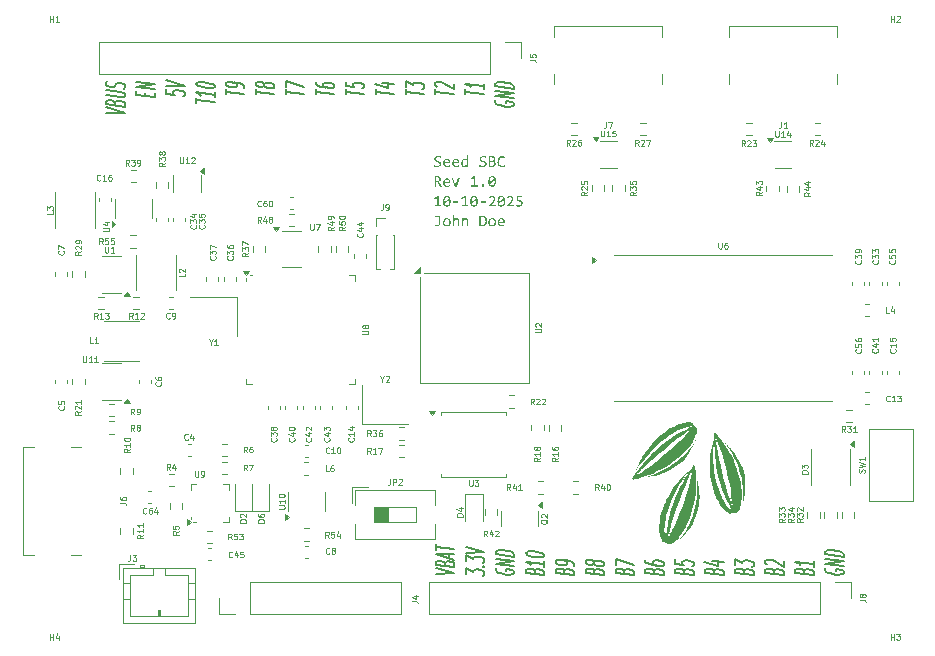
<source format=gbr>
%TF.GenerationSoftware,KiCad,Pcbnew,9.0.3*%
%TF.CreationDate,2025-10-10T12:54:04-04:00*%
%TF.ProjectId,sbc,7362632e-6b69-4636-9164-5f7063625858,rev?*%
%TF.SameCoordinates,Original*%
%TF.FileFunction,Legend,Top*%
%TF.FilePolarity,Positive*%
%FSLAX46Y46*%
G04 Gerber Fmt 4.6, Leading zero omitted, Abs format (unit mm)*
G04 Created by KiCad (PCBNEW 9.0.3) date 2025-10-10 12:54:04*
%MOMM*%
%LPD*%
G01*
G04 APERTURE LIST*
%ADD10C,0.127000*%
%ADD11C,0.125000*%
%ADD12C,0.120000*%
%ADD13C,0.000000*%
G04 APERTURE END LIST*
D10*
X136396450Y-122436400D02*
X137971250Y-122379250D01*
X137971250Y-122379250D02*
X136396450Y-121928400D01*
X137146355Y-121514138D02*
X137221345Y-121414655D01*
X137221345Y-121414655D02*
X137296336Y-121387743D01*
X137296336Y-121387743D02*
X137446317Y-121370205D01*
X137446317Y-121370205D02*
X137671288Y-121398326D01*
X137671288Y-121398326D02*
X137821269Y-121453359D01*
X137821269Y-121453359D02*
X137896260Y-121499019D01*
X137896260Y-121499019D02*
X137971250Y-121580964D01*
X137971250Y-121580964D02*
X137971250Y-121871250D01*
X137971250Y-121871250D02*
X136396450Y-121674400D01*
X136396450Y-121674400D02*
X136396450Y-121420400D01*
X136396450Y-121420400D02*
X136471440Y-121357202D01*
X136471440Y-121357202D02*
X136546431Y-121330290D01*
X136546431Y-121330290D02*
X136696412Y-121312752D01*
X136696412Y-121312752D02*
X136846393Y-121331500D01*
X136846393Y-121331500D02*
X136996374Y-121386533D01*
X136996374Y-121386533D02*
X137071364Y-121432193D01*
X137071364Y-121432193D02*
X137146355Y-121514138D01*
X137146355Y-121514138D02*
X137146355Y-121768138D01*
X137521307Y-121089293D02*
X137521307Y-120726435D01*
X137971250Y-121218107D02*
X136396450Y-120767257D01*
X136396450Y-120767257D02*
X137971250Y-120710107D01*
X136396450Y-120368114D02*
X136396450Y-119932685D01*
X137971250Y-120347250D02*
X136396450Y-120150400D01*
X138931790Y-122400114D02*
X138931790Y-121928400D01*
X138931790Y-121928400D02*
X139531714Y-122257390D01*
X139531714Y-122257390D02*
X139531714Y-122148533D01*
X139531714Y-122148533D02*
X139606704Y-122085336D01*
X139606704Y-122085336D02*
X139681695Y-122058424D01*
X139681695Y-122058424D02*
X139831676Y-122040886D01*
X139831676Y-122040886D02*
X140206628Y-122087755D01*
X140206628Y-122087755D02*
X140356609Y-122142788D01*
X140356609Y-122142788D02*
X140431600Y-122188448D01*
X140431600Y-122188448D02*
X140506590Y-122270393D01*
X140506590Y-122270393D02*
X140506590Y-122488107D01*
X140506590Y-122488107D02*
X140431600Y-122551305D01*
X140431600Y-122551305D02*
X140356609Y-122578217D01*
X140356609Y-121779931D02*
X140431600Y-121753019D01*
X140431600Y-121753019D02*
X140506590Y-121798679D01*
X140506590Y-121798679D02*
X140431600Y-121825591D01*
X140431600Y-121825591D02*
X140356609Y-121779931D01*
X140356609Y-121779931D02*
X140506590Y-121798679D01*
X138931790Y-121311543D02*
X138931790Y-120839829D01*
X138931790Y-120839829D02*
X139531714Y-121168819D01*
X139531714Y-121168819D02*
X139531714Y-121059962D01*
X139531714Y-121059962D02*
X139606704Y-120996765D01*
X139606704Y-120996765D02*
X139681695Y-120969853D01*
X139681695Y-120969853D02*
X139831676Y-120952315D01*
X139831676Y-120952315D02*
X140206628Y-120999184D01*
X140206628Y-120999184D02*
X140356609Y-121054217D01*
X140356609Y-121054217D02*
X140431600Y-121099877D01*
X140431600Y-121099877D02*
X140506590Y-121181822D01*
X140506590Y-121181822D02*
X140506590Y-121399536D01*
X140506590Y-121399536D02*
X140431600Y-121462734D01*
X140431600Y-121462734D02*
X140356609Y-121489646D01*
X138931790Y-120622115D02*
X140506590Y-120564965D01*
X140506590Y-120564965D02*
X138931790Y-120114115D01*
X141542120Y-121937774D02*
X141467130Y-122000971D01*
X141467130Y-122000971D02*
X141467130Y-122109828D01*
X141467130Y-122109828D02*
X141542120Y-122228059D01*
X141542120Y-122228059D02*
X141692101Y-122319378D01*
X141692101Y-122319378D02*
X141842082Y-122374412D01*
X141842082Y-122374412D02*
X142142044Y-122448193D01*
X142142044Y-122448193D02*
X142367016Y-122476314D01*
X142367016Y-122476314D02*
X142666978Y-122477524D01*
X142666978Y-122477524D02*
X142816959Y-122459986D01*
X142816959Y-122459986D02*
X142966940Y-122406162D01*
X142966940Y-122406162D02*
X143041930Y-122306678D01*
X143041930Y-122306678D02*
X143041930Y-122234107D01*
X143041930Y-122234107D02*
X142966940Y-122115876D01*
X142966940Y-122115876D02*
X142891949Y-122070217D01*
X142891949Y-122070217D02*
X142367016Y-122004600D01*
X142367016Y-122004600D02*
X142367016Y-122149743D01*
X143041930Y-121762393D02*
X141467130Y-121565543D01*
X141467130Y-121565543D02*
X143041930Y-121326964D01*
X143041930Y-121326964D02*
X141467130Y-121130114D01*
X143041930Y-120964107D02*
X141467130Y-120767257D01*
X141467130Y-120767257D02*
X141467130Y-120585828D01*
X141467130Y-120585828D02*
X141542120Y-120486345D01*
X141542120Y-120486345D02*
X141692101Y-120432521D01*
X141692101Y-120432521D02*
X141842082Y-120414983D01*
X141842082Y-120414983D02*
X142142044Y-120416192D01*
X142142044Y-120416192D02*
X142367016Y-120444314D01*
X142367016Y-120444314D02*
X142666978Y-120518095D01*
X142666978Y-120518095D02*
X142816959Y-120573128D01*
X142816959Y-120573128D02*
X142966940Y-120664447D01*
X142966940Y-120664447D02*
X143041930Y-120782678D01*
X143041930Y-120782678D02*
X143041930Y-120964107D01*
X144752375Y-122167281D02*
X144827365Y-122067798D01*
X144827365Y-122067798D02*
X144902356Y-122040886D01*
X144902356Y-122040886D02*
X145052337Y-122023348D01*
X145052337Y-122023348D02*
X145277308Y-122051469D01*
X145277308Y-122051469D02*
X145427289Y-122106502D01*
X145427289Y-122106502D02*
X145502280Y-122152162D01*
X145502280Y-122152162D02*
X145577270Y-122234107D01*
X145577270Y-122234107D02*
X145577270Y-122524393D01*
X145577270Y-122524393D02*
X144002470Y-122327543D01*
X144002470Y-122327543D02*
X144002470Y-122073543D01*
X144002470Y-122073543D02*
X144077460Y-122010345D01*
X144077460Y-122010345D02*
X144152451Y-121983433D01*
X144152451Y-121983433D02*
X144302432Y-121965895D01*
X144302432Y-121965895D02*
X144452413Y-121984643D01*
X144452413Y-121984643D02*
X144602394Y-122039676D01*
X144602394Y-122039676D02*
X144677384Y-122085336D01*
X144677384Y-122085336D02*
X144752375Y-122167281D01*
X144752375Y-122167281D02*
X144752375Y-122421281D01*
X145577270Y-121363250D02*
X145577270Y-121798678D01*
X145577270Y-121580964D02*
X144002470Y-121384114D01*
X144002470Y-121384114D02*
X144227441Y-121484807D01*
X144227441Y-121484807D02*
X144377422Y-121576126D01*
X144377422Y-121576126D02*
X144452413Y-121658071D01*
X144002470Y-120694686D02*
X144002470Y-120622114D01*
X144002470Y-120622114D02*
X144077460Y-120558917D01*
X144077460Y-120558917D02*
X144152451Y-120532005D01*
X144152451Y-120532005D02*
X144302432Y-120514467D01*
X144302432Y-120514467D02*
X144602394Y-120515676D01*
X144602394Y-120515676D02*
X144977346Y-120562545D01*
X144977346Y-120562545D02*
X145277308Y-120636326D01*
X145277308Y-120636326D02*
X145427289Y-120691360D01*
X145427289Y-120691360D02*
X145502280Y-120737019D01*
X145502280Y-120737019D02*
X145577270Y-120818964D01*
X145577270Y-120818964D02*
X145577270Y-120891536D01*
X145577270Y-120891536D02*
X145502280Y-120954734D01*
X145502280Y-120954734D02*
X145427289Y-120981645D01*
X145427289Y-120981645D02*
X145277308Y-120999184D01*
X145277308Y-120999184D02*
X144977346Y-120997974D01*
X144977346Y-120997974D02*
X144602394Y-120951105D01*
X144602394Y-120951105D02*
X144302432Y-120877324D01*
X144302432Y-120877324D02*
X144152451Y-120822291D01*
X144152451Y-120822291D02*
X144077460Y-120776631D01*
X144077460Y-120776631D02*
X144002470Y-120694686D01*
X147287715Y-122167281D02*
X147362705Y-122067798D01*
X147362705Y-122067798D02*
X147437696Y-122040886D01*
X147437696Y-122040886D02*
X147587677Y-122023348D01*
X147587677Y-122023348D02*
X147812648Y-122051469D01*
X147812648Y-122051469D02*
X147962629Y-122106502D01*
X147962629Y-122106502D02*
X148037620Y-122152162D01*
X148037620Y-122152162D02*
X148112610Y-122234107D01*
X148112610Y-122234107D02*
X148112610Y-122524393D01*
X148112610Y-122524393D02*
X146537810Y-122327543D01*
X146537810Y-122327543D02*
X146537810Y-122073543D01*
X146537810Y-122073543D02*
X146612800Y-122010345D01*
X146612800Y-122010345D02*
X146687791Y-121983433D01*
X146687791Y-121983433D02*
X146837772Y-121965895D01*
X146837772Y-121965895D02*
X146987753Y-121984643D01*
X146987753Y-121984643D02*
X147137734Y-122039676D01*
X147137734Y-122039676D02*
X147212724Y-122085336D01*
X147212724Y-122085336D02*
X147287715Y-122167281D01*
X147287715Y-122167281D02*
X147287715Y-122421281D01*
X148112610Y-121726107D02*
X148112610Y-121580964D01*
X148112610Y-121580964D02*
X148037620Y-121499019D01*
X148037620Y-121499019D02*
X147962629Y-121453359D01*
X147962629Y-121453359D02*
X147737658Y-121352667D01*
X147737658Y-121352667D02*
X147437696Y-121278886D01*
X147437696Y-121278886D02*
X146837772Y-121203895D01*
X146837772Y-121203895D02*
X146687791Y-121221433D01*
X146687791Y-121221433D02*
X146612800Y-121248345D01*
X146612800Y-121248345D02*
X146537810Y-121311543D01*
X146537810Y-121311543D02*
X146537810Y-121456686D01*
X146537810Y-121456686D02*
X146612800Y-121538631D01*
X146612800Y-121538631D02*
X146687791Y-121584290D01*
X146687791Y-121584290D02*
X146837772Y-121639324D01*
X146837772Y-121639324D02*
X147212724Y-121686193D01*
X147212724Y-121686193D02*
X147362705Y-121668655D01*
X147362705Y-121668655D02*
X147437696Y-121641743D01*
X147437696Y-121641743D02*
X147512686Y-121578545D01*
X147512686Y-121578545D02*
X147512686Y-121433402D01*
X147512686Y-121433402D02*
X147437696Y-121351457D01*
X147437696Y-121351457D02*
X147362705Y-121305798D01*
X147362705Y-121305798D02*
X147212724Y-121250764D01*
X149823055Y-122167281D02*
X149898045Y-122067798D01*
X149898045Y-122067798D02*
X149973036Y-122040886D01*
X149973036Y-122040886D02*
X150123017Y-122023348D01*
X150123017Y-122023348D02*
X150347988Y-122051469D01*
X150347988Y-122051469D02*
X150497969Y-122106502D01*
X150497969Y-122106502D02*
X150572960Y-122152162D01*
X150572960Y-122152162D02*
X150647950Y-122234107D01*
X150647950Y-122234107D02*
X150647950Y-122524393D01*
X150647950Y-122524393D02*
X149073150Y-122327543D01*
X149073150Y-122327543D02*
X149073150Y-122073543D01*
X149073150Y-122073543D02*
X149148140Y-122010345D01*
X149148140Y-122010345D02*
X149223131Y-121983433D01*
X149223131Y-121983433D02*
X149373112Y-121965895D01*
X149373112Y-121965895D02*
X149523093Y-121984643D01*
X149523093Y-121984643D02*
X149673074Y-122039676D01*
X149673074Y-122039676D02*
X149748064Y-122085336D01*
X149748064Y-122085336D02*
X149823055Y-122167281D01*
X149823055Y-122167281D02*
X149823055Y-122421281D01*
X149748064Y-121541050D02*
X149673074Y-121604248D01*
X149673074Y-121604248D02*
X149598083Y-121631159D01*
X149598083Y-121631159D02*
X149448102Y-121648698D01*
X149448102Y-121648698D02*
X149373112Y-121639324D01*
X149373112Y-121639324D02*
X149223131Y-121584290D01*
X149223131Y-121584290D02*
X149148140Y-121538631D01*
X149148140Y-121538631D02*
X149073150Y-121456686D01*
X149073150Y-121456686D02*
X149073150Y-121311543D01*
X149073150Y-121311543D02*
X149148140Y-121248345D01*
X149148140Y-121248345D02*
X149223131Y-121221433D01*
X149223131Y-121221433D02*
X149373112Y-121203895D01*
X149373112Y-121203895D02*
X149448102Y-121213269D01*
X149448102Y-121213269D02*
X149598083Y-121268302D01*
X149598083Y-121268302D02*
X149673074Y-121313962D01*
X149673074Y-121313962D02*
X149748064Y-121395907D01*
X149748064Y-121395907D02*
X149748064Y-121541050D01*
X149748064Y-121541050D02*
X149823055Y-121622995D01*
X149823055Y-121622995D02*
X149898045Y-121668655D01*
X149898045Y-121668655D02*
X150048026Y-121723688D01*
X150048026Y-121723688D02*
X150347988Y-121761183D01*
X150347988Y-121761183D02*
X150497969Y-121743645D01*
X150497969Y-121743645D02*
X150572960Y-121716733D01*
X150572960Y-121716733D02*
X150647950Y-121653536D01*
X150647950Y-121653536D02*
X150647950Y-121508393D01*
X150647950Y-121508393D02*
X150572960Y-121426448D01*
X150572960Y-121426448D02*
X150497969Y-121380788D01*
X150497969Y-121380788D02*
X150347988Y-121325755D01*
X150347988Y-121325755D02*
X150048026Y-121288259D01*
X150048026Y-121288259D02*
X149898045Y-121305798D01*
X149898045Y-121305798D02*
X149823055Y-121332709D01*
X149823055Y-121332709D02*
X149748064Y-121395907D01*
X152358395Y-122167281D02*
X152433385Y-122067798D01*
X152433385Y-122067798D02*
X152508376Y-122040886D01*
X152508376Y-122040886D02*
X152658357Y-122023348D01*
X152658357Y-122023348D02*
X152883328Y-122051469D01*
X152883328Y-122051469D02*
X153033309Y-122106502D01*
X153033309Y-122106502D02*
X153108300Y-122152162D01*
X153108300Y-122152162D02*
X153183290Y-122234107D01*
X153183290Y-122234107D02*
X153183290Y-122524393D01*
X153183290Y-122524393D02*
X151608490Y-122327543D01*
X151608490Y-122327543D02*
X151608490Y-122073543D01*
X151608490Y-122073543D02*
X151683480Y-122010345D01*
X151683480Y-122010345D02*
X151758471Y-121983433D01*
X151758471Y-121983433D02*
X151908452Y-121965895D01*
X151908452Y-121965895D02*
X152058433Y-121984643D01*
X152058433Y-121984643D02*
X152208414Y-122039676D01*
X152208414Y-122039676D02*
X152283404Y-122085336D01*
X152283404Y-122085336D02*
X152358395Y-122167281D01*
X152358395Y-122167281D02*
X152358395Y-122421281D01*
X151608490Y-121638114D02*
X151608490Y-121130114D01*
X151608490Y-121130114D02*
X153183290Y-121653536D01*
X154893735Y-122167281D02*
X154968725Y-122067798D01*
X154968725Y-122067798D02*
X155043716Y-122040886D01*
X155043716Y-122040886D02*
X155193697Y-122023348D01*
X155193697Y-122023348D02*
X155418668Y-122051469D01*
X155418668Y-122051469D02*
X155568649Y-122106502D01*
X155568649Y-122106502D02*
X155643640Y-122152162D01*
X155643640Y-122152162D02*
X155718630Y-122234107D01*
X155718630Y-122234107D02*
X155718630Y-122524393D01*
X155718630Y-122524393D02*
X154143830Y-122327543D01*
X154143830Y-122327543D02*
X154143830Y-122073543D01*
X154143830Y-122073543D02*
X154218820Y-122010345D01*
X154218820Y-122010345D02*
X154293811Y-121983433D01*
X154293811Y-121983433D02*
X154443792Y-121965895D01*
X154443792Y-121965895D02*
X154593773Y-121984643D01*
X154593773Y-121984643D02*
X154743754Y-122039676D01*
X154743754Y-122039676D02*
X154818744Y-122085336D01*
X154818744Y-122085336D02*
X154893735Y-122167281D01*
X154893735Y-122167281D02*
X154893735Y-122421281D01*
X154143830Y-121238971D02*
X154143830Y-121384114D01*
X154143830Y-121384114D02*
X154218820Y-121466059D01*
X154218820Y-121466059D02*
X154293811Y-121511719D01*
X154293811Y-121511719D02*
X154518782Y-121612412D01*
X154518782Y-121612412D02*
X154818744Y-121686193D01*
X154818744Y-121686193D02*
X155418668Y-121761183D01*
X155418668Y-121761183D02*
X155568649Y-121743645D01*
X155568649Y-121743645D02*
X155643640Y-121716733D01*
X155643640Y-121716733D02*
X155718630Y-121653536D01*
X155718630Y-121653536D02*
X155718630Y-121508393D01*
X155718630Y-121508393D02*
X155643640Y-121426448D01*
X155643640Y-121426448D02*
X155568649Y-121380788D01*
X155568649Y-121380788D02*
X155418668Y-121325755D01*
X155418668Y-121325755D02*
X155043716Y-121278886D01*
X155043716Y-121278886D02*
X154893735Y-121296424D01*
X154893735Y-121296424D02*
X154818744Y-121323336D01*
X154818744Y-121323336D02*
X154743754Y-121386533D01*
X154743754Y-121386533D02*
X154743754Y-121531676D01*
X154743754Y-121531676D02*
X154818744Y-121613621D01*
X154818744Y-121613621D02*
X154893735Y-121659281D01*
X154893735Y-121659281D02*
X155043716Y-121714314D01*
X157429075Y-122167281D02*
X157504065Y-122067798D01*
X157504065Y-122067798D02*
X157579056Y-122040886D01*
X157579056Y-122040886D02*
X157729037Y-122023348D01*
X157729037Y-122023348D02*
X157954008Y-122051469D01*
X157954008Y-122051469D02*
X158103989Y-122106502D01*
X158103989Y-122106502D02*
X158178980Y-122152162D01*
X158178980Y-122152162D02*
X158253970Y-122234107D01*
X158253970Y-122234107D02*
X158253970Y-122524393D01*
X158253970Y-122524393D02*
X156679170Y-122327543D01*
X156679170Y-122327543D02*
X156679170Y-122073543D01*
X156679170Y-122073543D02*
X156754160Y-122010345D01*
X156754160Y-122010345D02*
X156829151Y-121983433D01*
X156829151Y-121983433D02*
X156979132Y-121965895D01*
X156979132Y-121965895D02*
X157129113Y-121984643D01*
X157129113Y-121984643D02*
X157279094Y-122039676D01*
X157279094Y-122039676D02*
X157354084Y-122085336D01*
X157354084Y-122085336D02*
X157429075Y-122167281D01*
X157429075Y-122167281D02*
X157429075Y-122421281D01*
X156679170Y-121202686D02*
X156679170Y-121565543D01*
X156679170Y-121565543D02*
X157429075Y-121695567D01*
X157429075Y-121695567D02*
X157354084Y-121649907D01*
X157354084Y-121649907D02*
X157279094Y-121567962D01*
X157279094Y-121567962D02*
X157279094Y-121386533D01*
X157279094Y-121386533D02*
X157354084Y-121323336D01*
X157354084Y-121323336D02*
X157429075Y-121296424D01*
X157429075Y-121296424D02*
X157579056Y-121278886D01*
X157579056Y-121278886D02*
X157954008Y-121325755D01*
X157954008Y-121325755D02*
X158103989Y-121380788D01*
X158103989Y-121380788D02*
X158178980Y-121426448D01*
X158178980Y-121426448D02*
X158253970Y-121508393D01*
X158253970Y-121508393D02*
X158253970Y-121689821D01*
X158253970Y-121689821D02*
X158178980Y-121753019D01*
X158178980Y-121753019D02*
X158103989Y-121779931D01*
X159964415Y-122167281D02*
X160039405Y-122067798D01*
X160039405Y-122067798D02*
X160114396Y-122040886D01*
X160114396Y-122040886D02*
X160264377Y-122023348D01*
X160264377Y-122023348D02*
X160489348Y-122051469D01*
X160489348Y-122051469D02*
X160639329Y-122106502D01*
X160639329Y-122106502D02*
X160714320Y-122152162D01*
X160714320Y-122152162D02*
X160789310Y-122234107D01*
X160789310Y-122234107D02*
X160789310Y-122524393D01*
X160789310Y-122524393D02*
X159214510Y-122327543D01*
X159214510Y-122327543D02*
X159214510Y-122073543D01*
X159214510Y-122073543D02*
X159289500Y-122010345D01*
X159289500Y-122010345D02*
X159364491Y-121983433D01*
X159364491Y-121983433D02*
X159514472Y-121965895D01*
X159514472Y-121965895D02*
X159664453Y-121984643D01*
X159664453Y-121984643D02*
X159814434Y-122039676D01*
X159814434Y-122039676D02*
X159889424Y-122085336D01*
X159889424Y-122085336D02*
X159964415Y-122167281D01*
X159964415Y-122167281D02*
X159964415Y-122421281D01*
X159739443Y-121304588D02*
X160789310Y-121435821D01*
X159139520Y-121411026D02*
X160264377Y-121733062D01*
X160264377Y-121733062D02*
X160264377Y-121261348D01*
X162499755Y-122167281D02*
X162574745Y-122067798D01*
X162574745Y-122067798D02*
X162649736Y-122040886D01*
X162649736Y-122040886D02*
X162799717Y-122023348D01*
X162799717Y-122023348D02*
X163024688Y-122051469D01*
X163024688Y-122051469D02*
X163174669Y-122106502D01*
X163174669Y-122106502D02*
X163249660Y-122152162D01*
X163249660Y-122152162D02*
X163324650Y-122234107D01*
X163324650Y-122234107D02*
X163324650Y-122524393D01*
X163324650Y-122524393D02*
X161749850Y-122327543D01*
X161749850Y-122327543D02*
X161749850Y-122073543D01*
X161749850Y-122073543D02*
X161824840Y-122010345D01*
X161824840Y-122010345D02*
X161899831Y-121983433D01*
X161899831Y-121983433D02*
X162049812Y-121965895D01*
X162049812Y-121965895D02*
X162199793Y-121984643D01*
X162199793Y-121984643D02*
X162349774Y-122039676D01*
X162349774Y-122039676D02*
X162424764Y-122085336D01*
X162424764Y-122085336D02*
X162499755Y-122167281D01*
X162499755Y-122167281D02*
X162499755Y-122421281D01*
X161749850Y-121638114D02*
X161749850Y-121166400D01*
X161749850Y-121166400D02*
X162349774Y-121495390D01*
X162349774Y-121495390D02*
X162349774Y-121386533D01*
X162349774Y-121386533D02*
X162424764Y-121323336D01*
X162424764Y-121323336D02*
X162499755Y-121296424D01*
X162499755Y-121296424D02*
X162649736Y-121278886D01*
X162649736Y-121278886D02*
X163024688Y-121325755D01*
X163024688Y-121325755D02*
X163174669Y-121380788D01*
X163174669Y-121380788D02*
X163249660Y-121426448D01*
X163249660Y-121426448D02*
X163324650Y-121508393D01*
X163324650Y-121508393D02*
X163324650Y-121726107D01*
X163324650Y-121726107D02*
X163249660Y-121789305D01*
X163249660Y-121789305D02*
X163174669Y-121816217D01*
X165035095Y-122167281D02*
X165110085Y-122067798D01*
X165110085Y-122067798D02*
X165185076Y-122040886D01*
X165185076Y-122040886D02*
X165335057Y-122023348D01*
X165335057Y-122023348D02*
X165560028Y-122051469D01*
X165560028Y-122051469D02*
X165710009Y-122106502D01*
X165710009Y-122106502D02*
X165785000Y-122152162D01*
X165785000Y-122152162D02*
X165859990Y-122234107D01*
X165859990Y-122234107D02*
X165859990Y-122524393D01*
X165859990Y-122524393D02*
X164285190Y-122327543D01*
X164285190Y-122327543D02*
X164285190Y-122073543D01*
X164285190Y-122073543D02*
X164360180Y-122010345D01*
X164360180Y-122010345D02*
X164435171Y-121983433D01*
X164435171Y-121983433D02*
X164585152Y-121965895D01*
X164585152Y-121965895D02*
X164735133Y-121984643D01*
X164735133Y-121984643D02*
X164885114Y-122039676D01*
X164885114Y-122039676D02*
X164960104Y-122085336D01*
X164960104Y-122085336D02*
X165035095Y-122167281D01*
X165035095Y-122167281D02*
X165035095Y-122421281D01*
X164435171Y-121620576D02*
X164360180Y-121574917D01*
X164360180Y-121574917D02*
X164285190Y-121492971D01*
X164285190Y-121492971D02*
X164285190Y-121311543D01*
X164285190Y-121311543D02*
X164360180Y-121248345D01*
X164360180Y-121248345D02*
X164435171Y-121221433D01*
X164435171Y-121221433D02*
X164585152Y-121203895D01*
X164585152Y-121203895D02*
X164735133Y-121222643D01*
X164735133Y-121222643D02*
X164960104Y-121287050D01*
X164960104Y-121287050D02*
X165859990Y-121834964D01*
X165859990Y-121834964D02*
X165859990Y-121363250D01*
X167570435Y-122167281D02*
X167645425Y-122067798D01*
X167645425Y-122067798D02*
X167720416Y-122040886D01*
X167720416Y-122040886D02*
X167870397Y-122023348D01*
X167870397Y-122023348D02*
X168095368Y-122051469D01*
X168095368Y-122051469D02*
X168245349Y-122106502D01*
X168245349Y-122106502D02*
X168320340Y-122152162D01*
X168320340Y-122152162D02*
X168395330Y-122234107D01*
X168395330Y-122234107D02*
X168395330Y-122524393D01*
X168395330Y-122524393D02*
X166820530Y-122327543D01*
X166820530Y-122327543D02*
X166820530Y-122073543D01*
X166820530Y-122073543D02*
X166895520Y-122010345D01*
X166895520Y-122010345D02*
X166970511Y-121983433D01*
X166970511Y-121983433D02*
X167120492Y-121965895D01*
X167120492Y-121965895D02*
X167270473Y-121984643D01*
X167270473Y-121984643D02*
X167420454Y-122039676D01*
X167420454Y-122039676D02*
X167495444Y-122085336D01*
X167495444Y-122085336D02*
X167570435Y-122167281D01*
X167570435Y-122167281D02*
X167570435Y-122421281D01*
X168395330Y-121363250D02*
X168395330Y-121798678D01*
X168395330Y-121580964D02*
X166820530Y-121384114D01*
X166820530Y-121384114D02*
X167045501Y-121484807D01*
X167045501Y-121484807D02*
X167195482Y-121576126D01*
X167195482Y-121576126D02*
X167270473Y-121658071D01*
X169430860Y-121937774D02*
X169355870Y-122000971D01*
X169355870Y-122000971D02*
X169355870Y-122109828D01*
X169355870Y-122109828D02*
X169430860Y-122228059D01*
X169430860Y-122228059D02*
X169580841Y-122319378D01*
X169580841Y-122319378D02*
X169730822Y-122374412D01*
X169730822Y-122374412D02*
X170030784Y-122448193D01*
X170030784Y-122448193D02*
X170255756Y-122476314D01*
X170255756Y-122476314D02*
X170555718Y-122477524D01*
X170555718Y-122477524D02*
X170705699Y-122459986D01*
X170705699Y-122459986D02*
X170855680Y-122406162D01*
X170855680Y-122406162D02*
X170930670Y-122306678D01*
X170930670Y-122306678D02*
X170930670Y-122234107D01*
X170930670Y-122234107D02*
X170855680Y-122115876D01*
X170855680Y-122115876D02*
X170780689Y-122070217D01*
X170780689Y-122070217D02*
X170255756Y-122004600D01*
X170255756Y-122004600D02*
X170255756Y-122149743D01*
X170930670Y-121762393D02*
X169355870Y-121565543D01*
X169355870Y-121565543D02*
X170930670Y-121326964D01*
X170930670Y-121326964D02*
X169355870Y-121130114D01*
X170930670Y-120964107D02*
X169355870Y-120767257D01*
X169355870Y-120767257D02*
X169355870Y-120585828D01*
X169355870Y-120585828D02*
X169430860Y-120486345D01*
X169430860Y-120486345D02*
X169580841Y-120432521D01*
X169580841Y-120432521D02*
X169730822Y-120414983D01*
X169730822Y-120414983D02*
X170030784Y-120416192D01*
X170030784Y-120416192D02*
X170255756Y-120444314D01*
X170255756Y-120444314D02*
X170555718Y-120518095D01*
X170555718Y-120518095D02*
X170705699Y-120573128D01*
X170705699Y-120573128D02*
X170855680Y-120664447D01*
X170855680Y-120664447D02*
X170930670Y-120782678D01*
X170930670Y-120782678D02*
X170930670Y-120964107D01*
D11*
G36*
X136851071Y-87707344D02*
G01*
X136844328Y-87768114D01*
X136825120Y-87818841D01*
X136794193Y-87862484D01*
X136752702Y-87898464D01*
X136702765Y-87925735D01*
X136640961Y-87946031D01*
X136573861Y-87957641D01*
X136497224Y-87961723D01*
X136426516Y-87958975D01*
X136358860Y-87952137D01*
X136297739Y-87942611D01*
X136245837Y-87930949D01*
X136245837Y-87813285D01*
X136298957Y-87830018D01*
X136360936Y-87843326D01*
X136426985Y-87851358D01*
X136506078Y-87854256D01*
X136562626Y-87851747D01*
X136606156Y-87845036D01*
X136644972Y-87833100D01*
X136673811Y-87817742D01*
X136696793Y-87797343D01*
X136712035Y-87773656D01*
X136720894Y-87746359D01*
X136724003Y-87714183D01*
X136718827Y-87680163D01*
X136703853Y-87652329D01*
X136681091Y-87628532D01*
X136650914Y-87606533D01*
X136616599Y-87587578D01*
X136576114Y-87569591D01*
X136490385Y-87535031D01*
X136404656Y-87496441D01*
X136364594Y-87473444D01*
X136329856Y-87447165D01*
X136300219Y-87416288D01*
X136276917Y-87380486D01*
X136262056Y-87339734D01*
X136256767Y-87289567D01*
X136261483Y-87244357D01*
X136275879Y-87199258D01*
X136299952Y-87157741D01*
X136335291Y-87120307D01*
X136379819Y-87089900D01*
X136438789Y-87064558D01*
X136505394Y-87049048D01*
X136589426Y-87043370D01*
X136638274Y-87045446D01*
X136691580Y-87051247D01*
X136744825Y-87059856D01*
X136793674Y-87070115D01*
X136793674Y-87179658D01*
X136688466Y-87156760D01*
X136636244Y-87150815D01*
X136586678Y-87148883D01*
X136517406Y-87153575D01*
X136467757Y-87165839D01*
X136432988Y-87183688D01*
X136405393Y-87209927D01*
X136389342Y-87240587D01*
X136383834Y-87277233D01*
X136388996Y-87311321D01*
X136403984Y-87339515D01*
X136426755Y-87363632D01*
X136456924Y-87385982D01*
X136491262Y-87405174D01*
X136531723Y-87423229D01*
X136617452Y-87457789D01*
X136703182Y-87496746D01*
X136743210Y-87520121D01*
X136777981Y-87546999D01*
X136807604Y-87578543D01*
X136830921Y-87615081D01*
X136845783Y-87656495D01*
X136851071Y-87707344D01*
G37*
G36*
X137399370Y-87256414D02*
G01*
X137457342Y-87273142D01*
X137508704Y-87300699D01*
X137550582Y-87337194D01*
X137583519Y-87382462D01*
X137607979Y-87437944D01*
X137622388Y-87499351D01*
X137627458Y-87570507D01*
X137626786Y-87613005D01*
X137624710Y-87645184D01*
X137143124Y-87645184D01*
X137147254Y-87697513D01*
X137158815Y-87740839D01*
X137177045Y-87776815D01*
X137201864Y-87806690D01*
X137232672Y-87830266D01*
X137270193Y-87847797D01*
X137315814Y-87859018D01*
X137371308Y-87863049D01*
X137431392Y-87860546D01*
X137489460Y-87853646D01*
X137543072Y-87843815D01*
X137590577Y-87831786D01*
X137590577Y-87929483D01*
X137540378Y-87942163D01*
X137480912Y-87952747D01*
X137419140Y-87959446D01*
X137354211Y-87961723D01*
X137269697Y-87955331D01*
X137202536Y-87937787D01*
X137144059Y-87908006D01*
X137098367Y-87868361D01*
X137063490Y-87818583D01*
X137038283Y-87756926D01*
X137023917Y-87688393D01*
X137018804Y-87607449D01*
X137022831Y-87553349D01*
X137143124Y-87553349D01*
X137503810Y-87553349D01*
X137502550Y-87508503D01*
X137494956Y-87469207D01*
X137480820Y-87433348D01*
X137461128Y-87403628D01*
X137435573Y-87379284D01*
X137404036Y-87360703D01*
X137368088Y-87349297D01*
X137324841Y-87345254D01*
X137287189Y-87349127D01*
X137253766Y-87360397D01*
X137223962Y-87378536D01*
X137198445Y-87402957D01*
X137177764Y-87432641D01*
X137160893Y-87468902D01*
X137149407Y-87508598D01*
X137143124Y-87553349D01*
X137022831Y-87553349D01*
X137024093Y-87536394D01*
X137039626Y-87470368D01*
X137065500Y-87409147D01*
X137100382Y-87356856D01*
X137144746Y-87313116D01*
X137198445Y-87279248D01*
X137238082Y-87263520D01*
X137281780Y-87253834D01*
X137330275Y-87250488D01*
X137399370Y-87256414D01*
G37*
G36*
X138168246Y-87256414D02*
G01*
X138226219Y-87273142D01*
X138277581Y-87300699D01*
X138319459Y-87337194D01*
X138352396Y-87382462D01*
X138376856Y-87437944D01*
X138391264Y-87499351D01*
X138396334Y-87570507D01*
X138395662Y-87613005D01*
X138393586Y-87645184D01*
X137912001Y-87645184D01*
X137916130Y-87697513D01*
X137927691Y-87740839D01*
X137945921Y-87776815D01*
X137970741Y-87806690D01*
X138001549Y-87830266D01*
X138039069Y-87847797D01*
X138084691Y-87859018D01*
X138140184Y-87863049D01*
X138200268Y-87860546D01*
X138258337Y-87853646D01*
X138311948Y-87843815D01*
X138359453Y-87831786D01*
X138359453Y-87929483D01*
X138309254Y-87942163D01*
X138249788Y-87952747D01*
X138188016Y-87959446D01*
X138123087Y-87961723D01*
X138038573Y-87955331D01*
X137971413Y-87937787D01*
X137912935Y-87908006D01*
X137867243Y-87868361D01*
X137832367Y-87818583D01*
X137807159Y-87756926D01*
X137792794Y-87688393D01*
X137787681Y-87607449D01*
X137791708Y-87553349D01*
X137912001Y-87553349D01*
X138272686Y-87553349D01*
X138271426Y-87508503D01*
X138263832Y-87469207D01*
X138249696Y-87433348D01*
X138230005Y-87403628D01*
X138204450Y-87379284D01*
X138172913Y-87360703D01*
X138136964Y-87349297D01*
X138093717Y-87345254D01*
X138056066Y-87349127D01*
X138022643Y-87360397D01*
X137992838Y-87378536D01*
X137967322Y-87402957D01*
X137946641Y-87432641D01*
X137929769Y-87468902D01*
X137918284Y-87508598D01*
X137912001Y-87553349D01*
X137791708Y-87553349D01*
X137792970Y-87536394D01*
X137808503Y-87470368D01*
X137834376Y-87409147D01*
X137869258Y-87356856D01*
X137913623Y-87313116D01*
X137967322Y-87279248D01*
X138006958Y-87263520D01*
X138050656Y-87253834D01*
X138099152Y-87250488D01*
X138168246Y-87256414D01*
G37*
G36*
X139133093Y-87950000D02*
G01*
X139026542Y-87950000D01*
X139022451Y-87819452D01*
X138986654Y-87865445D01*
X138950717Y-87900747D01*
X138914495Y-87926857D01*
X138874603Y-87946273D01*
X138832936Y-87957831D01*
X138788832Y-87961723D01*
X138732688Y-87955355D01*
X138685334Y-87937116D01*
X138644562Y-87907638D01*
X138610840Y-87867690D01*
X138585340Y-87819599D01*
X138566083Y-87759918D01*
X138554981Y-87695060D01*
X138551062Y-87620394D01*
X138551606Y-87613066D01*
X138672695Y-87613066D01*
X138677621Y-87696031D01*
X138690521Y-87756221D01*
X138709209Y-87798874D01*
X138737650Y-87833493D01*
X138771511Y-87853330D01*
X138812707Y-87860118D01*
X138841559Y-87856135D01*
X138872977Y-87843353D01*
X138908023Y-87819757D01*
X138956655Y-87772842D01*
X139013536Y-87700017D01*
X139013536Y-87381097D01*
X138983076Y-87369198D01*
X138948628Y-87360275D01*
X138878286Y-87353070D01*
X138830666Y-87357341D01*
X138790451Y-87369451D01*
X138756220Y-87388915D01*
X138726978Y-87416024D01*
X138705017Y-87448484D01*
X138688052Y-87490549D01*
X138676826Y-87544494D01*
X138672695Y-87613066D01*
X138551606Y-87613066D01*
X138557343Y-87535799D01*
X138574998Y-87464750D01*
X138604442Y-87401161D01*
X138642958Y-87349834D01*
X138691272Y-87308736D01*
X138748838Y-87278698D01*
X138813064Y-87260672D01*
X138886530Y-87254396D01*
X138951071Y-87258487D01*
X139013536Y-87271493D01*
X139013536Y-86984752D01*
X139133093Y-86984752D01*
X139133093Y-87950000D01*
G37*
G36*
X140695453Y-87707344D02*
G01*
X140688711Y-87768114D01*
X140669502Y-87818841D01*
X140638576Y-87862484D01*
X140597084Y-87898464D01*
X140547148Y-87925735D01*
X140485343Y-87946031D01*
X140418243Y-87957641D01*
X140341606Y-87961723D01*
X140270898Y-87958975D01*
X140203243Y-87952137D01*
X140142121Y-87942611D01*
X140090219Y-87930949D01*
X140090219Y-87813285D01*
X140143340Y-87830018D01*
X140205319Y-87843326D01*
X140271367Y-87851358D01*
X140350460Y-87854256D01*
X140407009Y-87851747D01*
X140450539Y-87845036D01*
X140489354Y-87833100D01*
X140518194Y-87817742D01*
X140541176Y-87797343D01*
X140556418Y-87773656D01*
X140565276Y-87746359D01*
X140568386Y-87714183D01*
X140563210Y-87680163D01*
X140548236Y-87652329D01*
X140525473Y-87628532D01*
X140495296Y-87606533D01*
X140460981Y-87587578D01*
X140420497Y-87569591D01*
X140334767Y-87535031D01*
X140249038Y-87496441D01*
X140208976Y-87473444D01*
X140174239Y-87447165D01*
X140144601Y-87416288D01*
X140121299Y-87380486D01*
X140106439Y-87339734D01*
X140101149Y-87289567D01*
X140105865Y-87244357D01*
X140120261Y-87199258D01*
X140144335Y-87157741D01*
X140179673Y-87120307D01*
X140224202Y-87089900D01*
X140283171Y-87064558D01*
X140349777Y-87049048D01*
X140433808Y-87043370D01*
X140482657Y-87045446D01*
X140535963Y-87051247D01*
X140589207Y-87059856D01*
X140638056Y-87070115D01*
X140638056Y-87179658D01*
X140532848Y-87156760D01*
X140480626Y-87150815D01*
X140431060Y-87148883D01*
X140361789Y-87153575D01*
X140312139Y-87165839D01*
X140277370Y-87183688D01*
X140249776Y-87209927D01*
X140233725Y-87240587D01*
X140228217Y-87277233D01*
X140233379Y-87311321D01*
X140248367Y-87339515D01*
X140271137Y-87363632D01*
X140301306Y-87385982D01*
X140335644Y-87405174D01*
X140376106Y-87423229D01*
X140461835Y-87457789D01*
X140547564Y-87496746D01*
X140587592Y-87520121D01*
X140622363Y-87546999D01*
X140651986Y-87578543D01*
X140675303Y-87615081D01*
X140690165Y-87656495D01*
X140695453Y-87707344D01*
G37*
G36*
X141237308Y-87064911D02*
G01*
X141306168Y-87080762D01*
X141357786Y-87104441D01*
X141395781Y-87134920D01*
X141422606Y-87172390D01*
X141439275Y-87218238D01*
X141445218Y-87274851D01*
X141441166Y-87321796D01*
X141429551Y-87362615D01*
X141410718Y-87398438D01*
X141384301Y-87428650D01*
X141347608Y-87454272D01*
X141298306Y-87475130D01*
X141333625Y-87484385D01*
X141366938Y-87498394D01*
X141397509Y-87517259D01*
X141424030Y-87540832D01*
X141445908Y-87568980D01*
X141462986Y-87602442D01*
X141473615Y-87639471D01*
X141477336Y-87682431D01*
X141470862Y-87744151D01*
X141452362Y-87796432D01*
X141422299Y-87841993D01*
X141381348Y-87880207D01*
X141331598Y-87909773D01*
X141269973Y-87932231D01*
X141202625Y-87945366D01*
X141124832Y-87950000D01*
X140891214Y-87950000D01*
X140891214Y-87847418D01*
X141012786Y-87847418D01*
X141141196Y-87847418D01*
X141210124Y-87842274D01*
X141260600Y-87828662D01*
X141296962Y-87808461D01*
X141324584Y-87778890D01*
X141341882Y-87739396D01*
X141348192Y-87686706D01*
X141344514Y-87653836D01*
X141333843Y-87625157D01*
X141316427Y-87600143D01*
X141292138Y-87578995D01*
X141262705Y-87562700D01*
X141225582Y-87549930D01*
X141184928Y-87542365D01*
X141137105Y-87539672D01*
X141012786Y-87539672D01*
X141012786Y-87847418D01*
X140891214Y-87847418D01*
X140891214Y-87438066D01*
X141012786Y-87438066D01*
X141134357Y-87438066D01*
X141174937Y-87435767D01*
X141209829Y-87429274D01*
X141241768Y-87417877D01*
X141267897Y-87402224D01*
X141289450Y-87381695D01*
X141305511Y-87356612D01*
X141315307Y-87327532D01*
X141318822Y-87291399D01*
X141316744Y-87264912D01*
X141310640Y-87240352D01*
X141299471Y-87218190D01*
X141281941Y-87199136D01*
X141258919Y-87184183D01*
X141226559Y-87171720D01*
X141189376Y-87164382D01*
X141138510Y-87161584D01*
X141012786Y-87161584D01*
X141012786Y-87438066D01*
X140891214Y-87438066D01*
X140891214Y-87059002D01*
X141146692Y-87059002D01*
X141237308Y-87064911D01*
G37*
G36*
X142231863Y-87917759D02*
G01*
X142159265Y-87942169D01*
X142084550Y-87956804D01*
X142007098Y-87961723D01*
X141930789Y-87956641D01*
X141865046Y-87942225D01*
X141808229Y-87919330D01*
X141759001Y-87888249D01*
X141716388Y-87848700D01*
X141682087Y-87802779D01*
X141654295Y-87748005D01*
X141633283Y-87682919D01*
X141619787Y-87605734D01*
X141614966Y-87514392D01*
X141618258Y-87443306D01*
X141627752Y-87378909D01*
X141642993Y-87320464D01*
X141664904Y-87264313D01*
X141691586Y-87215536D01*
X141722922Y-87173307D01*
X141759937Y-87136093D01*
X141801668Y-87105109D01*
X141848585Y-87080068D01*
X141898760Y-87062129D01*
X141953619Y-87051085D01*
X142013937Y-87047278D01*
X142074855Y-87050073D01*
X142129342Y-87058086D01*
X142181663Y-87071791D01*
X142231863Y-87091242D01*
X142231863Y-87210432D01*
X142182299Y-87186850D01*
X142131418Y-87169766D01*
X142078070Y-87159352D01*
X142018028Y-87155722D01*
X141957381Y-87161780D01*
X141904272Y-87179291D01*
X141857344Y-87208030D01*
X141817871Y-87247557D01*
X141787000Y-87296086D01*
X141763222Y-87356734D01*
X141749143Y-87423809D01*
X141744110Y-87503829D01*
X141749358Y-87592166D01*
X141763757Y-87663235D01*
X141785746Y-87720076D01*
X141814452Y-87765230D01*
X141852677Y-87802949D01*
X141898634Y-87830152D01*
X141953901Y-87847211D01*
X142020776Y-87853279D01*
X142077289Y-87849891D01*
X142130685Y-87839907D01*
X142182311Y-87823858D01*
X142231863Y-87802477D01*
X142231863Y-87917759D01*
G37*
G36*
X136600128Y-88743617D02*
G01*
X136659096Y-88756160D01*
X136711343Y-88777346D01*
X136750992Y-88804092D01*
X136782102Y-88838106D01*
X136803565Y-88878342D01*
X136816031Y-88923394D01*
X136820357Y-88974513D01*
X136817228Y-89015456D01*
X136808023Y-89053586D01*
X136792725Y-89089216D01*
X136771448Y-89121364D01*
X136744601Y-89149528D01*
X136711364Y-89174120D01*
X136673494Y-89193268D01*
X136629054Y-89207276D01*
X136663630Y-89224714D01*
X136692923Y-89251973D01*
X136718187Y-89287098D01*
X136746535Y-89336908D01*
X136887951Y-89630000D01*
X136750626Y-89630000D01*
X136617452Y-89346495D01*
X136586678Y-89292639D01*
X136569979Y-89273086D01*
X136552850Y-89258750D01*
X136533929Y-89247968D01*
X136513222Y-89240737D01*
X136465106Y-89235303D01*
X136407709Y-89235303D01*
X136407709Y-89630000D01*
X136286137Y-89630000D01*
X136286137Y-89137606D01*
X136407709Y-89137606D01*
X136506078Y-89137606D01*
X136547885Y-89135017D01*
X136583625Y-89127714D01*
X136616078Y-89115103D01*
X136642365Y-89098222D01*
X136663853Y-89076480D01*
X136679918Y-89050228D01*
X136689809Y-89020301D01*
X136693290Y-88984771D01*
X136687823Y-88938932D01*
X136672738Y-88903970D01*
X136648532Y-88877243D01*
X136616775Y-88858343D01*
X136575627Y-88846082D01*
X136522503Y-88841584D01*
X136407709Y-88841584D01*
X136407709Y-89137606D01*
X136286137Y-89137606D01*
X136286137Y-88739002D01*
X136525251Y-88739002D01*
X136600128Y-88743617D01*
G37*
G36*
X137399370Y-88936414D02*
G01*
X137457342Y-88953142D01*
X137508704Y-88980699D01*
X137550582Y-89017194D01*
X137583519Y-89062462D01*
X137607979Y-89117944D01*
X137622388Y-89179351D01*
X137627458Y-89250507D01*
X137626786Y-89293005D01*
X137624710Y-89325184D01*
X137143124Y-89325184D01*
X137147254Y-89377513D01*
X137158815Y-89420839D01*
X137177045Y-89456815D01*
X137201864Y-89486690D01*
X137232672Y-89510266D01*
X137270193Y-89527797D01*
X137315814Y-89539018D01*
X137371308Y-89543049D01*
X137431392Y-89540546D01*
X137489460Y-89533646D01*
X137543072Y-89523815D01*
X137590577Y-89511786D01*
X137590577Y-89609483D01*
X137540378Y-89622163D01*
X137480912Y-89632747D01*
X137419140Y-89639446D01*
X137354211Y-89641723D01*
X137269697Y-89635331D01*
X137202536Y-89617787D01*
X137144059Y-89588006D01*
X137098367Y-89548361D01*
X137063490Y-89498583D01*
X137038283Y-89436926D01*
X137023917Y-89368393D01*
X137018804Y-89287449D01*
X137022831Y-89233349D01*
X137143124Y-89233349D01*
X137503810Y-89233349D01*
X137502550Y-89188503D01*
X137494956Y-89149207D01*
X137480820Y-89113348D01*
X137461128Y-89083628D01*
X137435573Y-89059284D01*
X137404036Y-89040703D01*
X137368088Y-89029297D01*
X137324841Y-89025254D01*
X137287189Y-89029127D01*
X137253766Y-89040397D01*
X137223962Y-89058536D01*
X137198445Y-89082957D01*
X137177764Y-89112641D01*
X137160893Y-89148902D01*
X137149407Y-89188598D01*
X137143124Y-89233349D01*
X137022831Y-89233349D01*
X137024093Y-89216394D01*
X137039626Y-89150368D01*
X137065500Y-89089147D01*
X137100382Y-89036856D01*
X137144746Y-88993116D01*
X137198445Y-88959248D01*
X137238082Y-88943520D01*
X137281780Y-88933834D01*
X137330275Y-88930488D01*
X137399370Y-88936414D01*
G37*
G36*
X137752815Y-88942212D02*
G01*
X137888126Y-88942212D01*
X138056165Y-89397114D01*
X138092374Y-89508061D01*
X138129926Y-89394366D01*
X138296622Y-88942212D01*
X138427048Y-88942212D01*
X138157953Y-89630000D01*
X138021299Y-89630000D01*
X137752815Y-88942212D01*
G37*
G36*
X139926577Y-89630000D02*
G01*
X139365734Y-89630000D01*
X139365734Y-89519602D01*
X139595261Y-89519602D01*
X139595261Y-88866008D01*
X139381427Y-88981290D01*
X139337707Y-88879685D01*
X139621884Y-88731186D01*
X139727091Y-88731186D01*
X139727091Y-89519602D01*
X139926577Y-89519602D01*
X139926577Y-89630000D01*
G37*
G36*
X140393508Y-89414089D02*
G01*
X140416180Y-89416331D01*
X140437533Y-89423004D01*
X140457095Y-89433629D01*
X140473742Y-89447611D01*
X140487449Y-89464531D01*
X140497983Y-89484187D01*
X140504639Y-89505636D01*
X140506898Y-89528944D01*
X140504649Y-89551573D01*
X140497983Y-89572663D01*
X140487457Y-89591955D01*
X140473742Y-89608567D01*
X140457122Y-89622257D01*
X140437533Y-89632808D01*
X140416180Y-89639481D01*
X140393508Y-89641723D01*
X140370296Y-89639459D01*
X140349117Y-89632808D01*
X140329825Y-89622282D01*
X140313213Y-89608567D01*
X140299533Y-89591962D01*
X140288972Y-89572663D01*
X140282352Y-89551575D01*
X140280118Y-89528944D01*
X140282362Y-89505633D01*
X140288972Y-89484187D01*
X140299540Y-89464525D01*
X140313213Y-89447611D01*
X140329851Y-89433604D01*
X140349117Y-89423004D01*
X140370296Y-89416353D01*
X140393508Y-89414089D01*
G37*
G36*
X141243986Y-88730306D02*
G01*
X141305144Y-88750420D01*
X141342013Y-88771412D01*
X141375371Y-88798999D01*
X141405528Y-88833829D01*
X141430243Y-88873029D01*
X141451772Y-88920357D01*
X141469764Y-88977077D01*
X141486280Y-89068128D01*
X141492356Y-89182913D01*
X141487010Y-89282894D01*
X141471840Y-89369942D01*
X141445385Y-89449928D01*
X141409680Y-89514900D01*
X141379366Y-89552526D01*
X141344974Y-89583576D01*
X141306182Y-89608567D01*
X141263811Y-89626593D01*
X141215788Y-89637806D01*
X141161041Y-89641723D01*
X141091710Y-89634802D01*
X141030554Y-89614734D01*
X140993656Y-89593733D01*
X140960278Y-89566239D01*
X140930109Y-89531631D01*
X140905447Y-89492664D01*
X140883937Y-89445469D01*
X140865935Y-89388749D01*
X140863627Y-89375987D01*
X140988850Y-89375987D01*
X141014801Y-89442177D01*
X141032381Y-89470679D01*
X141052719Y-89494262D01*
X141076500Y-89513606D01*
X141103278Y-89528089D01*
X141132978Y-89536989D01*
X141167880Y-89540118D01*
X141212421Y-89534385D01*
X141252205Y-89517465D01*
X141286642Y-89489998D01*
X141316746Y-89450176D01*
X141339636Y-89402039D01*
X141357779Y-89339289D01*
X141368298Y-89270347D01*
X141372128Y-89185844D01*
X141370418Y-89139560D01*
X141366632Y-89094619D01*
X140988850Y-89375987D01*
X140863627Y-89375987D01*
X140849462Y-89297654D01*
X140843403Y-89182913D01*
X140843691Y-89177601D01*
X140963632Y-89177601D01*
X140963937Y-89219855D01*
X140966318Y-89260704D01*
X141344101Y-88981290D01*
X141318150Y-88918093D01*
X141300734Y-88891247D01*
X141280598Y-88868817D01*
X141257213Y-88850372D01*
X141230711Y-88836516D01*
X141201528Y-88827960D01*
X141167880Y-88824975D01*
X141123278Y-88830681D01*
X141083494Y-88847506D01*
X141049058Y-88874836D01*
X141018892Y-88914673D01*
X140996028Y-88962805D01*
X140977920Y-89025193D01*
X140967446Y-89093639D01*
X140963632Y-89177601D01*
X140843691Y-89177601D01*
X140848824Y-89082854D01*
X140864225Y-88995518D01*
X140890863Y-88915182D01*
X140926385Y-88850193D01*
X140956531Y-88812600D01*
X140990916Y-88781547D01*
X141029883Y-88756526D01*
X141072481Y-88738466D01*
X141120403Y-88727269D01*
X141174658Y-88723370D01*
X141243986Y-88730306D01*
G37*
G36*
X136851071Y-91310000D02*
G01*
X136290228Y-91310000D01*
X136290228Y-91199602D01*
X136519755Y-91199602D01*
X136519755Y-90546008D01*
X136305921Y-90661290D01*
X136262201Y-90559685D01*
X136546378Y-90411186D01*
X136651585Y-90411186D01*
X136651585Y-91199602D01*
X136851071Y-91199602D01*
X136851071Y-91310000D01*
G37*
G36*
X137399603Y-90410306D02*
G01*
X137460762Y-90430420D01*
X137497631Y-90451412D01*
X137530988Y-90478999D01*
X137561146Y-90513829D01*
X137585861Y-90553029D01*
X137607389Y-90600357D01*
X137625382Y-90657077D01*
X137641897Y-90748128D01*
X137647974Y-90862913D01*
X137642627Y-90962894D01*
X137627458Y-91049942D01*
X137601003Y-91129928D01*
X137565298Y-91194900D01*
X137534984Y-91232526D01*
X137500592Y-91263576D01*
X137461800Y-91288567D01*
X137419429Y-91306593D01*
X137371406Y-91317806D01*
X137316659Y-91321723D01*
X137247327Y-91314802D01*
X137186172Y-91294734D01*
X137149273Y-91273733D01*
X137115896Y-91246239D01*
X137085727Y-91211631D01*
X137061064Y-91172664D01*
X137039554Y-91125469D01*
X137021552Y-91068749D01*
X137019244Y-91055987D01*
X137144467Y-91055987D01*
X137170418Y-91122177D01*
X137187999Y-91150679D01*
X137208337Y-91174262D01*
X137232118Y-91193606D01*
X137258895Y-91208089D01*
X137288596Y-91216989D01*
X137323497Y-91220118D01*
X137368039Y-91214385D01*
X137407822Y-91197465D01*
X137442259Y-91169998D01*
X137472363Y-91130176D01*
X137495253Y-91082039D01*
X137513396Y-91019289D01*
X137523916Y-90950347D01*
X137527745Y-90865844D01*
X137526036Y-90819560D01*
X137522250Y-90774619D01*
X137144467Y-91055987D01*
X137019244Y-91055987D01*
X137005080Y-90977654D01*
X136999021Y-90862913D01*
X136999309Y-90857601D01*
X137119249Y-90857601D01*
X137119555Y-90899855D01*
X137121936Y-90940704D01*
X137499719Y-90661290D01*
X137473768Y-90598093D01*
X137456351Y-90571247D01*
X137436215Y-90548817D01*
X137412830Y-90530372D01*
X137386329Y-90516516D01*
X137357145Y-90507960D01*
X137323497Y-90504975D01*
X137278896Y-90510681D01*
X137239112Y-90527506D01*
X137204676Y-90554836D01*
X137174509Y-90594673D01*
X137151645Y-90642805D01*
X137133538Y-90705193D01*
X137123064Y-90773639D01*
X137119249Y-90857601D01*
X136999309Y-90857601D01*
X137004442Y-90762854D01*
X137019842Y-90675518D01*
X137046480Y-90595182D01*
X137082002Y-90530193D01*
X137112149Y-90492600D01*
X137146534Y-90461547D01*
X137185500Y-90436526D01*
X137228098Y-90418466D01*
X137276021Y-90407269D01*
X137330275Y-90403370D01*
X137399603Y-90410306D01*
G37*
G36*
X138296622Y-90993461D02*
G01*
X137888126Y-90993461D01*
X137888126Y-90881109D01*
X138296622Y-90881109D01*
X138296622Y-90993461D01*
G37*
G36*
X139157700Y-91310000D02*
G01*
X138596857Y-91310000D01*
X138596857Y-91199602D01*
X138826385Y-91199602D01*
X138826385Y-90546008D01*
X138612550Y-90661290D01*
X138568831Y-90559685D01*
X138853007Y-90411186D01*
X138958215Y-90411186D01*
X138958215Y-91199602D01*
X139157700Y-91199602D01*
X139157700Y-91310000D01*
G37*
G36*
X139706233Y-90410306D02*
G01*
X139767391Y-90430420D01*
X139804260Y-90451412D01*
X139837618Y-90478999D01*
X139867775Y-90513829D01*
X139892491Y-90553029D01*
X139914019Y-90600357D01*
X139932011Y-90657077D01*
X139948527Y-90748128D01*
X139954603Y-90862913D01*
X139949257Y-90962894D01*
X139934087Y-91049942D01*
X139907632Y-91129928D01*
X139871927Y-91194900D01*
X139841613Y-91232526D01*
X139807221Y-91263576D01*
X139768429Y-91288567D01*
X139726058Y-91306593D01*
X139678035Y-91317806D01*
X139623288Y-91321723D01*
X139553957Y-91314802D01*
X139492801Y-91294734D01*
X139455903Y-91273733D01*
X139422525Y-91246239D01*
X139392356Y-91211631D01*
X139367694Y-91172664D01*
X139346184Y-91125469D01*
X139328182Y-91068749D01*
X139325874Y-91055987D01*
X139451097Y-91055987D01*
X139477048Y-91122177D01*
X139494629Y-91150679D01*
X139514966Y-91174262D01*
X139538747Y-91193606D01*
X139565525Y-91208089D01*
X139595225Y-91216989D01*
X139630127Y-91220118D01*
X139674668Y-91214385D01*
X139714452Y-91197465D01*
X139748889Y-91169998D01*
X139778993Y-91130176D01*
X139801883Y-91082039D01*
X139820026Y-91019289D01*
X139830545Y-90950347D01*
X139834375Y-90865844D01*
X139832665Y-90819560D01*
X139828879Y-90774619D01*
X139451097Y-91055987D01*
X139325874Y-91055987D01*
X139311709Y-90977654D01*
X139305650Y-90862913D01*
X139305938Y-90857601D01*
X139425879Y-90857601D01*
X139426184Y-90899855D01*
X139428565Y-90940704D01*
X139806348Y-90661290D01*
X139780397Y-90598093D01*
X139762981Y-90571247D01*
X139742845Y-90548817D01*
X139719460Y-90530372D01*
X139692958Y-90516516D01*
X139663775Y-90507960D01*
X139630127Y-90504975D01*
X139585525Y-90510681D01*
X139545741Y-90527506D01*
X139511305Y-90554836D01*
X139481139Y-90594673D01*
X139458275Y-90642805D01*
X139440167Y-90705193D01*
X139429693Y-90773639D01*
X139425879Y-90857601D01*
X139305938Y-90857601D01*
X139311071Y-90762854D01*
X139326472Y-90675518D01*
X139353110Y-90595182D01*
X139388632Y-90530193D01*
X139418778Y-90492600D01*
X139453164Y-90461547D01*
X139492130Y-90436526D01*
X139534728Y-90418466D01*
X139582650Y-90407269D01*
X139636905Y-90403370D01*
X139706233Y-90410306D01*
G37*
G36*
X140603251Y-90993461D02*
G01*
X140194755Y-90993461D01*
X140194755Y-90881109D01*
X140603251Y-90881109D01*
X140603251Y-90993461D01*
G37*
G36*
X141471840Y-91310000D02*
G01*
X140883703Y-91310000D01*
X140883703Y-91203510D01*
X141114574Y-90973433D01*
X141206775Y-90876224D01*
X141239558Y-90835338D01*
X141262096Y-90801303D01*
X141279102Y-90767365D01*
X141288780Y-90737311D01*
X141295619Y-90672281D01*
X141293361Y-90640048D01*
X141286704Y-90609755D01*
X141275345Y-90581566D01*
X141259410Y-90557426D01*
X141238519Y-90537456D01*
X141211599Y-90521889D01*
X141180412Y-90512341D01*
X141141196Y-90508883D01*
X141086631Y-90515252D01*
X141038065Y-90533918D01*
X140993771Y-90562403D01*
X140952702Y-90598764D01*
X140887123Y-90520484D01*
X140941482Y-90472644D01*
X141003565Y-90435366D01*
X141048578Y-90417984D01*
X141099370Y-90407152D01*
X141156950Y-90403370D01*
X141214614Y-90407976D01*
X141265211Y-90421200D01*
X141311039Y-90443104D01*
X141349535Y-90472491D01*
X141380824Y-90509436D01*
X141404551Y-90554617D01*
X141418974Y-90605272D01*
X141424030Y-90664160D01*
X141420514Y-90714281D01*
X141410352Y-90759293D01*
X141393476Y-90802368D01*
X141369014Y-90846549D01*
X141338668Y-90889634D01*
X141299344Y-90936613D01*
X141199937Y-91038585D01*
X141038065Y-91196671D01*
X141471840Y-91196671D01*
X141471840Y-91310000D01*
G37*
G36*
X142012862Y-90410306D02*
G01*
X142074021Y-90430420D01*
X142110890Y-90451412D01*
X142144247Y-90478999D01*
X142174405Y-90513829D01*
X142199120Y-90553029D01*
X142220648Y-90600357D01*
X142238640Y-90657077D01*
X142255156Y-90748128D01*
X142261233Y-90862913D01*
X142255886Y-90962894D01*
X142240717Y-91049942D01*
X142214262Y-91129928D01*
X142178557Y-91194900D01*
X142148243Y-91232526D01*
X142113851Y-91263576D01*
X142075059Y-91288567D01*
X142032688Y-91306593D01*
X141984665Y-91317806D01*
X141929918Y-91321723D01*
X141860586Y-91314802D01*
X141799431Y-91294734D01*
X141762532Y-91273733D01*
X141729155Y-91246239D01*
X141698986Y-91211631D01*
X141674323Y-91172664D01*
X141652813Y-91125469D01*
X141634811Y-91068749D01*
X141632503Y-91055987D01*
X141757726Y-91055987D01*
X141783677Y-91122177D01*
X141801258Y-91150679D01*
X141821596Y-91174262D01*
X141845377Y-91193606D01*
X141872154Y-91208089D01*
X141901855Y-91216989D01*
X141936756Y-91220118D01*
X141981298Y-91214385D01*
X142021081Y-91197465D01*
X142055518Y-91169998D01*
X142085622Y-91130176D01*
X142108512Y-91082039D01*
X142126655Y-91019289D01*
X142137175Y-90950347D01*
X142141004Y-90865844D01*
X142139295Y-90819560D01*
X142135509Y-90774619D01*
X141757726Y-91055987D01*
X141632503Y-91055987D01*
X141618338Y-90977654D01*
X141612280Y-90862913D01*
X141612568Y-90857601D01*
X141732508Y-90857601D01*
X141732814Y-90899855D01*
X141735195Y-90940704D01*
X142112978Y-90661290D01*
X142087027Y-90598093D01*
X142069610Y-90571247D01*
X142049474Y-90548817D01*
X142026089Y-90530372D01*
X141999588Y-90516516D01*
X141970404Y-90507960D01*
X141936756Y-90504975D01*
X141892155Y-90510681D01*
X141852370Y-90527506D01*
X141817935Y-90554836D01*
X141787768Y-90594673D01*
X141764904Y-90642805D01*
X141746796Y-90705193D01*
X141736323Y-90773639D01*
X141732508Y-90857601D01*
X141612568Y-90857601D01*
X141617701Y-90762854D01*
X141633101Y-90675518D01*
X141659739Y-90595182D01*
X141695261Y-90530193D01*
X141725408Y-90492600D01*
X141759793Y-90461547D01*
X141798759Y-90436526D01*
X141841357Y-90418466D01*
X141889280Y-90407269D01*
X141943534Y-90403370D01*
X142012862Y-90410306D01*
G37*
G36*
X143009593Y-91310000D02*
G01*
X142421456Y-91310000D01*
X142421456Y-91203510D01*
X142652327Y-90973433D01*
X142744528Y-90876224D01*
X142777311Y-90835338D01*
X142799849Y-90801303D01*
X142816855Y-90767365D01*
X142826533Y-90737311D01*
X142833372Y-90672281D01*
X142831114Y-90640048D01*
X142824457Y-90609755D01*
X142813097Y-90581566D01*
X142797163Y-90557426D01*
X142776272Y-90537456D01*
X142749352Y-90521889D01*
X142718165Y-90512341D01*
X142678949Y-90508883D01*
X142624384Y-90515252D01*
X142575818Y-90533918D01*
X142531524Y-90562403D01*
X142490455Y-90598764D01*
X142424876Y-90520484D01*
X142479235Y-90472644D01*
X142541318Y-90435366D01*
X142586331Y-90417984D01*
X142637123Y-90407152D01*
X142694703Y-90403370D01*
X142752367Y-90407976D01*
X142802964Y-90421200D01*
X142848792Y-90443104D01*
X142887288Y-90472491D01*
X142918577Y-90509436D01*
X142942304Y-90554617D01*
X142956727Y-90605272D01*
X142961782Y-90664160D01*
X142958267Y-90714281D01*
X142948105Y-90759293D01*
X142931229Y-90802368D01*
X142906767Y-90846549D01*
X142876421Y-90889634D01*
X142837096Y-90936613D01*
X142737690Y-91038585D01*
X142575818Y-91196671D01*
X143009593Y-91196671D01*
X143009593Y-91310000D01*
G37*
G36*
X143755938Y-91025762D02*
G01*
X143748642Y-91089222D01*
X143727240Y-91145929D01*
X143693337Y-91196210D01*
X143648349Y-91239291D01*
X143594502Y-91273537D01*
X143529830Y-91300047D01*
X143459679Y-91316170D01*
X143382247Y-91321723D01*
X143339565Y-91320807D01*
X143294136Y-91318426D01*
X143250050Y-91315129D01*
X143211460Y-91310976D01*
X143211460Y-91202533D01*
X143295846Y-91214439D01*
X143391833Y-91218164D01*
X143444887Y-91214808D01*
X143490202Y-91205341D01*
X143531399Y-91189332D01*
X143564635Y-91168522D01*
X143591895Y-91141883D01*
X143611774Y-91110392D01*
X143623974Y-91074704D01*
X143628199Y-91033700D01*
X143624093Y-90993551D01*
X143612610Y-90961182D01*
X143594238Y-90934910D01*
X143568421Y-90913715D01*
X143526756Y-90894218D01*
X143470784Y-90881125D01*
X143396596Y-90876224D01*
X143227213Y-90876224D01*
X143227213Y-90419002D01*
X143708128Y-90419002D01*
X143708128Y-90522561D01*
X143339199Y-90522561D01*
X143339199Y-90774619D01*
X143417112Y-90774619D01*
X143480718Y-90777529D01*
X143542103Y-90786160D01*
X143600297Y-90802305D01*
X143650364Y-90826582D01*
X143693162Y-90860250D01*
X143726873Y-90903946D01*
X143742482Y-90937500D01*
X143752399Y-90977637D01*
X143755938Y-91025762D01*
G37*
G36*
X136769066Y-92099002D02*
G01*
X136769066Y-92716814D01*
X136764737Y-92772882D01*
X136751969Y-92825380D01*
X136730329Y-92873672D01*
X136700068Y-92914834D01*
X136661361Y-92948642D01*
X136612629Y-92975406D01*
X136557145Y-92991900D01*
X136489042Y-92997815D01*
X136434698Y-92994030D01*
X136381392Y-92983832D01*
X136333276Y-92968140D01*
X136294319Y-92947990D01*
X136294319Y-92825868D01*
X136338760Y-92853336D01*
X136388230Y-92874534D01*
X136440042Y-92887942D01*
X136490385Y-92892302D01*
X136538012Y-92886841D01*
X136575468Y-92871625D01*
X136605118Y-92847117D01*
X136626559Y-92814662D01*
X136640399Y-92772233D01*
X136645479Y-92716936D01*
X136645479Y-92204515D01*
X136305921Y-92204515D01*
X136305921Y-92099002D01*
X136769066Y-92099002D01*
G37*
G36*
X137401582Y-92296448D02*
G01*
X137462472Y-92313386D01*
X137516723Y-92341782D01*
X137561512Y-92380430D01*
X137596836Y-92428954D01*
X137623672Y-92490218D01*
X137639553Y-92558679D01*
X137645226Y-92640610D01*
X137639412Y-92718486D01*
X137622695Y-92787339D01*
X137594805Y-92849937D01*
X137557787Y-92901584D01*
X137511053Y-92943611D01*
X137454595Y-92975406D01*
X137391048Y-92994890D01*
X137316659Y-93001723D01*
X137245344Y-92995764D01*
X137184401Y-92978825D01*
X137130212Y-92950374D01*
X137085361Y-92911475D01*
X137050050Y-92862664D01*
X137023201Y-92801383D01*
X137007377Y-92732787D01*
X137001707Y-92650197D01*
X137002005Y-92646228D01*
X137123340Y-92646228D01*
X137127060Y-92707622D01*
X137137323Y-92757663D01*
X137154790Y-92802432D01*
X137177257Y-92837226D01*
X137206064Y-92865113D01*
X137240150Y-92885036D01*
X137278681Y-92896935D01*
X137323497Y-92901095D01*
X137374104Y-92895613D01*
X137414661Y-92880273D01*
X137449238Y-92855841D01*
X137476821Y-92824586D01*
X137497582Y-92787465D01*
X137512358Y-92743620D01*
X137520777Y-92696682D01*
X137523654Y-92646228D01*
X137519912Y-92584941D01*
X137509610Y-92535280D01*
X137492160Y-92490775D01*
X137469677Y-92456024D01*
X137440855Y-92428114D01*
X137406479Y-92408152D01*
X137367724Y-92396228D01*
X137323497Y-92392093D01*
X137272841Y-92397592D01*
X137232273Y-92412976D01*
X137197703Y-92437372D01*
X137170113Y-92468663D01*
X137149355Y-92505733D01*
X137134576Y-92549569D01*
X137126193Y-92596412D01*
X137123340Y-92646228D01*
X137002005Y-92646228D01*
X137007534Y-92572462D01*
X137024239Y-92504200D01*
X137052129Y-92442179D01*
X137089146Y-92390689D01*
X137135875Y-92348608D01*
X137192278Y-92316805D01*
X137255878Y-92297319D01*
X137330275Y-92290488D01*
X137401582Y-92296448D01*
G37*
G36*
X138368307Y-92990000D02*
G01*
X138249483Y-92990000D01*
X138249483Y-92551217D01*
X138245568Y-92498851D01*
X138235186Y-92460340D01*
X138219747Y-92432454D01*
X138197387Y-92410786D01*
X138169611Y-92397698D01*
X138134689Y-92393070D01*
X138089931Y-92399603D01*
X138069352Y-92408141D01*
X138046578Y-92422196D01*
X137997363Y-92465671D01*
X137935936Y-92534059D01*
X137935936Y-92990000D01*
X137817051Y-92990000D01*
X137817051Y-92024752D01*
X137935936Y-92024752D01*
X137935936Y-92303311D01*
X137931845Y-92410961D01*
X137986800Y-92354541D01*
X138040778Y-92317233D01*
X138068231Y-92304801D01*
X138095732Y-92296655D01*
X138153801Y-92290488D01*
X138204434Y-92294808D01*
X138246759Y-92306982D01*
X138282343Y-92326380D01*
X138312315Y-92353136D01*
X138335297Y-92385617D01*
X138352764Y-92426549D01*
X138364158Y-92477806D01*
X138368307Y-92541692D01*
X138368307Y-92990000D01*
G37*
G36*
X138585928Y-92302212D02*
G01*
X138691807Y-92302212D01*
X138696570Y-92413159D01*
X138754638Y-92354235D01*
X138809654Y-92316439D01*
X138837113Y-92304144D01*
X138864609Y-92296289D01*
X138922677Y-92290488D01*
X138975210Y-92294890D01*
X139018296Y-92307186D01*
X139053754Y-92326591D01*
X139082901Y-92353136D01*
X139105118Y-92385499D01*
X139122064Y-92426381D01*
X139133144Y-92477677D01*
X139137184Y-92541692D01*
X139137184Y-92990000D01*
X139018360Y-92990000D01*
X139018360Y-92551217D01*
X139014364Y-92497945D01*
X139003829Y-92459304D01*
X138988257Y-92431782D01*
X138965659Y-92410729D01*
X138936535Y-92397741D01*
X138898803Y-92393070D01*
X138856060Y-92399603D01*
X138835481Y-92408141D01*
X138812707Y-92422196D01*
X138763859Y-92465671D01*
X138704813Y-92534059D01*
X138704813Y-92990000D01*
X138585928Y-92990000D01*
X138585928Y-92302212D01*
G37*
G36*
X140404799Y-92104061D02*
G01*
X140476907Y-92118225D01*
X140537500Y-92140332D01*
X140588356Y-92169748D01*
X140630851Y-92206407D01*
X140665512Y-92250216D01*
X140693641Y-92303184D01*
X140714977Y-92366883D01*
X140728740Y-92443269D01*
X140733677Y-92534609D01*
X140731158Y-92597921D01*
X140723785Y-92657341D01*
X140710749Y-92714434D01*
X140692034Y-92766395D01*
X140666864Y-92814636D01*
X140635308Y-92858108D01*
X140596981Y-92896004D01*
X140549945Y-92928633D01*
X140496498Y-92954158D01*
X140432404Y-92974002D01*
X140363008Y-92985772D01*
X140280118Y-92990000D01*
X140088815Y-92990000D01*
X140088815Y-92884487D01*
X140210448Y-92884487D01*
X140301306Y-92884487D01*
X140375902Y-92878631D01*
X140436740Y-92862354D01*
X140486427Y-92836866D01*
X140526929Y-92802349D01*
X140559392Y-92757939D01*
X140584027Y-92701820D01*
X140600088Y-92631384D01*
X140605938Y-92543401D01*
X140601093Y-92452552D01*
X140588169Y-92383422D01*
X140565062Y-92322828D01*
X140534253Y-92277848D01*
X140493780Y-92243434D01*
X140443394Y-92219658D01*
X140386022Y-92206397D01*
X140314984Y-92201584D01*
X140210448Y-92201584D01*
X140210448Y-92884487D01*
X140088815Y-92884487D01*
X140088815Y-92099002D01*
X140319075Y-92099002D01*
X140404799Y-92104061D01*
G37*
G36*
X141245965Y-92296448D02*
G01*
X141306854Y-92313386D01*
X141361106Y-92341782D01*
X141405894Y-92380430D01*
X141441218Y-92428954D01*
X141468054Y-92490218D01*
X141483935Y-92558679D01*
X141489609Y-92640610D01*
X141483795Y-92718486D01*
X141467077Y-92787339D01*
X141439187Y-92849937D01*
X141402170Y-92901584D01*
X141355436Y-92943611D01*
X141298977Y-92975406D01*
X141235430Y-92994890D01*
X141161041Y-93001723D01*
X141089726Y-92995764D01*
X141028784Y-92978825D01*
X140974595Y-92950374D01*
X140929743Y-92911475D01*
X140894432Y-92862664D01*
X140867583Y-92801383D01*
X140851759Y-92732787D01*
X140846090Y-92650197D01*
X140846387Y-92646228D01*
X140967723Y-92646228D01*
X140971443Y-92707622D01*
X140981706Y-92757663D01*
X140999172Y-92802432D01*
X141021639Y-92837226D01*
X141050446Y-92865113D01*
X141084532Y-92885036D01*
X141123064Y-92896935D01*
X141167880Y-92901095D01*
X141218487Y-92895613D01*
X141259043Y-92880273D01*
X141293620Y-92855841D01*
X141321203Y-92824586D01*
X141341964Y-92787465D01*
X141356741Y-92743620D01*
X141365159Y-92696682D01*
X141368037Y-92646228D01*
X141364294Y-92584941D01*
X141353993Y-92535280D01*
X141336542Y-92490775D01*
X141314059Y-92456024D01*
X141285238Y-92428114D01*
X141250861Y-92408152D01*
X141212106Y-92396228D01*
X141167880Y-92392093D01*
X141117223Y-92397592D01*
X141076655Y-92412976D01*
X141042085Y-92437372D01*
X141014495Y-92468663D01*
X140993737Y-92505733D01*
X140978958Y-92549569D01*
X140970575Y-92596412D01*
X140967723Y-92646228D01*
X140846387Y-92646228D01*
X140851916Y-92572462D01*
X140868621Y-92504200D01*
X140896512Y-92442179D01*
X140933529Y-92390689D01*
X140980257Y-92348608D01*
X141036660Y-92316805D01*
X141100260Y-92297319D01*
X141174658Y-92290488D01*
X141245965Y-92296448D01*
G37*
G36*
X142012628Y-92296414D02*
G01*
X142070601Y-92313142D01*
X142121963Y-92340699D01*
X142163841Y-92377194D01*
X142196778Y-92422462D01*
X142221238Y-92477944D01*
X142235647Y-92539351D01*
X142240717Y-92610507D01*
X142240045Y-92653005D01*
X142237969Y-92685184D01*
X141756383Y-92685184D01*
X141760513Y-92737513D01*
X141772073Y-92780839D01*
X141790303Y-92816815D01*
X141815123Y-92846690D01*
X141845931Y-92870266D01*
X141883452Y-92887797D01*
X141929073Y-92899018D01*
X141984567Y-92903049D01*
X142044651Y-92900546D01*
X142102719Y-92893646D01*
X142156331Y-92883815D01*
X142203836Y-92871786D01*
X142203836Y-92969483D01*
X142153636Y-92982163D01*
X142094171Y-92992747D01*
X142032399Y-92999446D01*
X141967470Y-93001723D01*
X141882956Y-92995331D01*
X141815795Y-92977787D01*
X141757318Y-92948006D01*
X141711625Y-92908361D01*
X141676749Y-92858583D01*
X141651542Y-92796926D01*
X141637176Y-92728393D01*
X141632063Y-92647449D01*
X141636090Y-92593349D01*
X141756383Y-92593349D01*
X142117069Y-92593349D01*
X142115809Y-92548503D01*
X142108215Y-92509207D01*
X142094079Y-92473348D01*
X142074387Y-92443628D01*
X142048832Y-92419284D01*
X142017295Y-92400703D01*
X141981346Y-92389297D01*
X141938100Y-92385254D01*
X141900448Y-92389127D01*
X141867025Y-92400397D01*
X141837221Y-92418536D01*
X141811704Y-92442957D01*
X141791023Y-92472641D01*
X141774152Y-92508902D01*
X141762666Y-92548598D01*
X141756383Y-92593349D01*
X141636090Y-92593349D01*
X141637352Y-92576394D01*
X141652885Y-92510368D01*
X141678759Y-92449147D01*
X141713640Y-92396856D01*
X141758005Y-92353116D01*
X141811704Y-92319248D01*
X141851341Y-92303520D01*
X141895039Y-92293834D01*
X141943534Y-92290488D01*
X142012628Y-92296414D01*
G37*
D10*
X108476450Y-83432647D02*
X110051250Y-83375497D01*
X110051250Y-83375497D02*
X108476450Y-82924647D01*
X109226355Y-82510385D02*
X109301345Y-82410902D01*
X109301345Y-82410902D02*
X109376336Y-82383990D01*
X109376336Y-82383990D02*
X109526317Y-82366452D01*
X109526317Y-82366452D02*
X109751288Y-82394573D01*
X109751288Y-82394573D02*
X109901269Y-82449606D01*
X109901269Y-82449606D02*
X109976260Y-82495266D01*
X109976260Y-82495266D02*
X110051250Y-82577211D01*
X110051250Y-82577211D02*
X110051250Y-82867497D01*
X110051250Y-82867497D02*
X108476450Y-82670647D01*
X108476450Y-82670647D02*
X108476450Y-82416647D01*
X108476450Y-82416647D02*
X108551440Y-82353449D01*
X108551440Y-82353449D02*
X108626431Y-82326537D01*
X108626431Y-82326537D02*
X108776412Y-82308999D01*
X108776412Y-82308999D02*
X108926393Y-82327747D01*
X108926393Y-82327747D02*
X109076374Y-82382780D01*
X109076374Y-82382780D02*
X109151364Y-82428440D01*
X109151364Y-82428440D02*
X109226355Y-82510385D01*
X109226355Y-82510385D02*
X109226355Y-82764385D01*
X108476450Y-81908647D02*
X109751288Y-82068002D01*
X109751288Y-82068002D02*
X109901269Y-82050463D01*
X109901269Y-82050463D02*
X109976260Y-82023552D01*
X109976260Y-82023552D02*
X110051250Y-81960354D01*
X110051250Y-81960354D02*
X110051250Y-81815211D01*
X110051250Y-81815211D02*
X109976260Y-81733266D01*
X109976260Y-81733266D02*
X109901269Y-81687606D01*
X109901269Y-81687606D02*
X109751288Y-81632573D01*
X109751288Y-81632573D02*
X108476450Y-81473218D01*
X109976260Y-81334123D02*
X110051250Y-81234639D01*
X110051250Y-81234639D02*
X110051250Y-81053211D01*
X110051250Y-81053211D02*
X109976260Y-80971266D01*
X109976260Y-80971266D02*
X109901269Y-80925606D01*
X109901269Y-80925606D02*
X109751288Y-80870573D01*
X109751288Y-80870573D02*
X109601307Y-80851825D01*
X109601307Y-80851825D02*
X109451326Y-80869363D01*
X109451326Y-80869363D02*
X109376336Y-80896275D01*
X109376336Y-80896275D02*
X109301345Y-80959473D01*
X109301345Y-80959473D02*
X109226355Y-81095242D01*
X109226355Y-81095242D02*
X109151364Y-81158439D01*
X109151364Y-81158439D02*
X109076374Y-81185351D01*
X109076374Y-81185351D02*
X108926393Y-81202889D01*
X108926393Y-81202889D02*
X108776412Y-81184142D01*
X108776412Y-81184142D02*
X108626431Y-81129108D01*
X108626431Y-81129108D02*
X108551440Y-81083449D01*
X108551440Y-81083449D02*
X108476450Y-81001504D01*
X108476450Y-81001504D02*
X108476450Y-80820075D01*
X108476450Y-80820075D02*
X108551440Y-80720592D01*
X111761695Y-81966100D02*
X111761695Y-81712100D01*
X112586590Y-81706355D02*
X112586590Y-82069212D01*
X112586590Y-82069212D02*
X111011790Y-81872362D01*
X111011790Y-81872362D02*
X111011790Y-81509505D01*
X112586590Y-81379783D02*
X111011790Y-81182933D01*
X111011790Y-81182933D02*
X112586590Y-80944354D01*
X112586590Y-80944354D02*
X111011790Y-80747504D01*
X113547130Y-81400647D02*
X113547130Y-81763504D01*
X113547130Y-81763504D02*
X114297035Y-81893528D01*
X114297035Y-81893528D02*
X114222044Y-81847868D01*
X114222044Y-81847868D02*
X114147054Y-81765923D01*
X114147054Y-81765923D02*
X114147054Y-81584494D01*
X114147054Y-81584494D02*
X114222044Y-81521297D01*
X114222044Y-81521297D02*
X114297035Y-81494385D01*
X114297035Y-81494385D02*
X114447016Y-81476847D01*
X114447016Y-81476847D02*
X114821968Y-81523716D01*
X114821968Y-81523716D02*
X114971949Y-81578749D01*
X114971949Y-81578749D02*
X115046940Y-81624409D01*
X115046940Y-81624409D02*
X115121930Y-81706354D01*
X115121930Y-81706354D02*
X115121930Y-81887782D01*
X115121930Y-81887782D02*
X115046940Y-81950980D01*
X115046940Y-81950980D02*
X114971949Y-81977892D01*
X113547130Y-81146647D02*
X115121930Y-81089497D01*
X115121930Y-81089497D02*
X113547130Y-80638647D01*
X116082470Y-82525503D02*
X116082470Y-82090074D01*
X117657270Y-82504639D02*
X116082470Y-82307789D01*
X117657270Y-81633782D02*
X117657270Y-82069210D01*
X117657270Y-81851496D02*
X116082470Y-81654646D01*
X116082470Y-81654646D02*
X116307441Y-81755339D01*
X116307441Y-81755339D02*
X116457422Y-81846658D01*
X116457422Y-81846658D02*
X116532413Y-81928603D01*
X116082470Y-80965218D02*
X116082470Y-80892646D01*
X116082470Y-80892646D02*
X116157460Y-80829449D01*
X116157460Y-80829449D02*
X116232451Y-80802537D01*
X116232451Y-80802537D02*
X116382432Y-80784999D01*
X116382432Y-80784999D02*
X116682394Y-80786208D01*
X116682394Y-80786208D02*
X117057346Y-80833077D01*
X117057346Y-80833077D02*
X117357308Y-80906858D01*
X117357308Y-80906858D02*
X117507289Y-80961892D01*
X117507289Y-80961892D02*
X117582280Y-81007551D01*
X117582280Y-81007551D02*
X117657270Y-81089496D01*
X117657270Y-81089496D02*
X117657270Y-81162068D01*
X117657270Y-81162068D02*
X117582280Y-81225266D01*
X117582280Y-81225266D02*
X117507289Y-81252177D01*
X117507289Y-81252177D02*
X117357308Y-81269716D01*
X117357308Y-81269716D02*
X117057346Y-81268506D01*
X117057346Y-81268506D02*
X116682394Y-81221637D01*
X116682394Y-81221637D02*
X116382432Y-81147856D01*
X116382432Y-81147856D02*
X116232451Y-81092823D01*
X116232451Y-81092823D02*
X116157460Y-81047163D01*
X116157460Y-81047163D02*
X116082470Y-80965218D01*
X118617810Y-81799789D02*
X118617810Y-81364360D01*
X120192610Y-81778925D02*
X118617810Y-81582075D01*
X120192610Y-81270925D02*
X120192610Y-81125782D01*
X120192610Y-81125782D02*
X120117620Y-81043837D01*
X120117620Y-81043837D02*
X120042629Y-80998177D01*
X120042629Y-80998177D02*
X119817658Y-80897485D01*
X119817658Y-80897485D02*
X119517696Y-80823704D01*
X119517696Y-80823704D02*
X118917772Y-80748713D01*
X118917772Y-80748713D02*
X118767791Y-80766251D01*
X118767791Y-80766251D02*
X118692800Y-80793163D01*
X118692800Y-80793163D02*
X118617810Y-80856361D01*
X118617810Y-80856361D02*
X118617810Y-81001504D01*
X118617810Y-81001504D02*
X118692800Y-81083449D01*
X118692800Y-81083449D02*
X118767791Y-81129108D01*
X118767791Y-81129108D02*
X118917772Y-81184142D01*
X118917772Y-81184142D02*
X119292724Y-81231011D01*
X119292724Y-81231011D02*
X119442705Y-81213473D01*
X119442705Y-81213473D02*
X119517696Y-81186561D01*
X119517696Y-81186561D02*
X119592686Y-81123363D01*
X119592686Y-81123363D02*
X119592686Y-80978220D01*
X119592686Y-80978220D02*
X119517696Y-80896275D01*
X119517696Y-80896275D02*
X119442705Y-80850616D01*
X119442705Y-80850616D02*
X119292724Y-80795582D01*
X121153150Y-81799789D02*
X121153150Y-81364360D01*
X122727950Y-81778925D02*
X121153150Y-81582075D01*
X121828064Y-81085868D02*
X121753074Y-81149066D01*
X121753074Y-81149066D02*
X121678083Y-81175977D01*
X121678083Y-81175977D02*
X121528102Y-81193516D01*
X121528102Y-81193516D02*
X121453112Y-81184142D01*
X121453112Y-81184142D02*
X121303131Y-81129108D01*
X121303131Y-81129108D02*
X121228140Y-81083449D01*
X121228140Y-81083449D02*
X121153150Y-81001504D01*
X121153150Y-81001504D02*
X121153150Y-80856361D01*
X121153150Y-80856361D02*
X121228140Y-80793163D01*
X121228140Y-80793163D02*
X121303131Y-80766251D01*
X121303131Y-80766251D02*
X121453112Y-80748713D01*
X121453112Y-80748713D02*
X121528102Y-80758087D01*
X121528102Y-80758087D02*
X121678083Y-80813120D01*
X121678083Y-80813120D02*
X121753074Y-80858780D01*
X121753074Y-80858780D02*
X121828064Y-80940725D01*
X121828064Y-80940725D02*
X121828064Y-81085868D01*
X121828064Y-81085868D02*
X121903055Y-81167813D01*
X121903055Y-81167813D02*
X121978045Y-81213473D01*
X121978045Y-81213473D02*
X122128026Y-81268506D01*
X122128026Y-81268506D02*
X122427988Y-81306001D01*
X122427988Y-81306001D02*
X122577969Y-81288463D01*
X122577969Y-81288463D02*
X122652960Y-81261551D01*
X122652960Y-81261551D02*
X122727950Y-81198354D01*
X122727950Y-81198354D02*
X122727950Y-81053211D01*
X122727950Y-81053211D02*
X122652960Y-80971266D01*
X122652960Y-80971266D02*
X122577969Y-80925606D01*
X122577969Y-80925606D02*
X122427988Y-80870573D01*
X122427988Y-80870573D02*
X122128026Y-80833077D01*
X122128026Y-80833077D02*
X121978045Y-80850616D01*
X121978045Y-80850616D02*
X121903055Y-80877527D01*
X121903055Y-80877527D02*
X121828064Y-80940725D01*
X123688490Y-81799789D02*
X123688490Y-81364360D01*
X125263290Y-81778925D02*
X123688490Y-81582075D01*
X123688490Y-81182932D02*
X123688490Y-80674932D01*
X123688490Y-80674932D02*
X125263290Y-81198354D01*
X126223830Y-81799789D02*
X126223830Y-81364360D01*
X127798630Y-81778925D02*
X126223830Y-81582075D01*
X126223830Y-80783789D02*
X126223830Y-80928932D01*
X126223830Y-80928932D02*
X126298820Y-81010877D01*
X126298820Y-81010877D02*
X126373811Y-81056537D01*
X126373811Y-81056537D02*
X126598782Y-81157230D01*
X126598782Y-81157230D02*
X126898744Y-81231011D01*
X126898744Y-81231011D02*
X127498668Y-81306001D01*
X127498668Y-81306001D02*
X127648649Y-81288463D01*
X127648649Y-81288463D02*
X127723640Y-81261551D01*
X127723640Y-81261551D02*
X127798630Y-81198354D01*
X127798630Y-81198354D02*
X127798630Y-81053211D01*
X127798630Y-81053211D02*
X127723640Y-80971266D01*
X127723640Y-80971266D02*
X127648649Y-80925606D01*
X127648649Y-80925606D02*
X127498668Y-80870573D01*
X127498668Y-80870573D02*
X127123716Y-80823704D01*
X127123716Y-80823704D02*
X126973735Y-80841242D01*
X126973735Y-80841242D02*
X126898744Y-80868154D01*
X126898744Y-80868154D02*
X126823754Y-80931351D01*
X126823754Y-80931351D02*
X126823754Y-81076494D01*
X126823754Y-81076494D02*
X126898744Y-81158439D01*
X126898744Y-81158439D02*
X126973735Y-81204099D01*
X126973735Y-81204099D02*
X127123716Y-81259132D01*
X128759170Y-81799789D02*
X128759170Y-81364360D01*
X130333970Y-81778925D02*
X128759170Y-81582075D01*
X128759170Y-80747504D02*
X128759170Y-81110361D01*
X128759170Y-81110361D02*
X129509075Y-81240385D01*
X129509075Y-81240385D02*
X129434084Y-81194725D01*
X129434084Y-81194725D02*
X129359094Y-81112780D01*
X129359094Y-81112780D02*
X129359094Y-80931351D01*
X129359094Y-80931351D02*
X129434084Y-80868154D01*
X129434084Y-80868154D02*
X129509075Y-80841242D01*
X129509075Y-80841242D02*
X129659056Y-80823704D01*
X129659056Y-80823704D02*
X130034008Y-80870573D01*
X130034008Y-80870573D02*
X130183989Y-80925606D01*
X130183989Y-80925606D02*
X130258980Y-80971266D01*
X130258980Y-80971266D02*
X130333970Y-81053211D01*
X130333970Y-81053211D02*
X130333970Y-81234639D01*
X130333970Y-81234639D02*
X130258980Y-81297837D01*
X130258980Y-81297837D02*
X130183989Y-81324749D01*
X131294510Y-81799789D02*
X131294510Y-81364360D01*
X132869310Y-81778925D02*
X131294510Y-81582075D01*
X131819443Y-80849406D02*
X132869310Y-80980639D01*
X131219520Y-80955844D02*
X132344377Y-81277880D01*
X132344377Y-81277880D02*
X132344377Y-80806166D01*
X133829850Y-81799789D02*
X133829850Y-81364360D01*
X135404650Y-81778925D02*
X133829850Y-81582075D01*
X133829850Y-81182932D02*
X133829850Y-80711218D01*
X133829850Y-80711218D02*
X134429774Y-81040208D01*
X134429774Y-81040208D02*
X134429774Y-80931351D01*
X134429774Y-80931351D02*
X134504764Y-80868154D01*
X134504764Y-80868154D02*
X134579755Y-80841242D01*
X134579755Y-80841242D02*
X134729736Y-80823704D01*
X134729736Y-80823704D02*
X135104688Y-80870573D01*
X135104688Y-80870573D02*
X135254669Y-80925606D01*
X135254669Y-80925606D02*
X135329660Y-80971266D01*
X135329660Y-80971266D02*
X135404650Y-81053211D01*
X135404650Y-81053211D02*
X135404650Y-81270925D01*
X135404650Y-81270925D02*
X135329660Y-81334123D01*
X135329660Y-81334123D02*
X135254669Y-81361035D01*
X136365190Y-81799789D02*
X136365190Y-81364360D01*
X137939990Y-81778925D02*
X136365190Y-81582075D01*
X136515171Y-81165394D02*
X136440180Y-81119735D01*
X136440180Y-81119735D02*
X136365190Y-81037789D01*
X136365190Y-81037789D02*
X136365190Y-80856361D01*
X136365190Y-80856361D02*
X136440180Y-80793163D01*
X136440180Y-80793163D02*
X136515171Y-80766251D01*
X136515171Y-80766251D02*
X136665152Y-80748713D01*
X136665152Y-80748713D02*
X136815133Y-80767461D01*
X136815133Y-80767461D02*
X137040104Y-80831868D01*
X137040104Y-80831868D02*
X137939990Y-81379782D01*
X137939990Y-81379782D02*
X137939990Y-80908068D01*
X138900530Y-81799789D02*
X138900530Y-81364360D01*
X140475330Y-81778925D02*
X138900530Y-81582075D01*
X140475330Y-80908068D02*
X140475330Y-81343496D01*
X140475330Y-81125782D02*
X138900530Y-80928932D01*
X138900530Y-80928932D02*
X139125501Y-81029625D01*
X139125501Y-81029625D02*
X139275482Y-81120944D01*
X139275482Y-81120944D02*
X139350473Y-81202889D01*
X141510860Y-82317164D02*
X141435870Y-82380361D01*
X141435870Y-82380361D02*
X141435870Y-82489218D01*
X141435870Y-82489218D02*
X141510860Y-82607449D01*
X141510860Y-82607449D02*
X141660841Y-82698768D01*
X141660841Y-82698768D02*
X141810822Y-82753802D01*
X141810822Y-82753802D02*
X142110784Y-82827583D01*
X142110784Y-82827583D02*
X142335756Y-82855704D01*
X142335756Y-82855704D02*
X142635718Y-82856914D01*
X142635718Y-82856914D02*
X142785699Y-82839376D01*
X142785699Y-82839376D02*
X142935680Y-82785552D01*
X142935680Y-82785552D02*
X143010670Y-82686068D01*
X143010670Y-82686068D02*
X143010670Y-82613497D01*
X143010670Y-82613497D02*
X142935680Y-82495266D01*
X142935680Y-82495266D02*
X142860689Y-82449607D01*
X142860689Y-82449607D02*
X142335756Y-82383990D01*
X142335756Y-82383990D02*
X142335756Y-82529133D01*
X143010670Y-82141783D02*
X141435870Y-81944933D01*
X141435870Y-81944933D02*
X143010670Y-81706354D01*
X143010670Y-81706354D02*
X141435870Y-81509504D01*
X143010670Y-81343497D02*
X141435870Y-81146647D01*
X141435870Y-81146647D02*
X141435870Y-80965218D01*
X141435870Y-80965218D02*
X141510860Y-80865735D01*
X141510860Y-80865735D02*
X141660841Y-80811911D01*
X141660841Y-80811911D02*
X141810822Y-80794373D01*
X141810822Y-80794373D02*
X142110784Y-80795582D01*
X142110784Y-80795582D02*
X142335756Y-80823704D01*
X142335756Y-80823704D02*
X142635718Y-80897485D01*
X142635718Y-80897485D02*
X142785699Y-80952518D01*
X142785699Y-80952518D02*
X142935680Y-81043837D01*
X142935680Y-81043837D02*
X143010670Y-81162068D01*
X143010670Y-81162068D02*
X143010670Y-81343497D01*
D11*
X147764571Y-86158409D02*
X147597905Y-85920314D01*
X147478857Y-86158409D02*
X147478857Y-85658409D01*
X147478857Y-85658409D02*
X147669333Y-85658409D01*
X147669333Y-85658409D02*
X147716952Y-85682219D01*
X147716952Y-85682219D02*
X147740762Y-85706028D01*
X147740762Y-85706028D02*
X147764571Y-85753647D01*
X147764571Y-85753647D02*
X147764571Y-85825076D01*
X147764571Y-85825076D02*
X147740762Y-85872695D01*
X147740762Y-85872695D02*
X147716952Y-85896504D01*
X147716952Y-85896504D02*
X147669333Y-85920314D01*
X147669333Y-85920314D02*
X147478857Y-85920314D01*
X147955048Y-85706028D02*
X147978857Y-85682219D01*
X147978857Y-85682219D02*
X148026476Y-85658409D01*
X148026476Y-85658409D02*
X148145524Y-85658409D01*
X148145524Y-85658409D02*
X148193143Y-85682219D01*
X148193143Y-85682219D02*
X148216952Y-85706028D01*
X148216952Y-85706028D02*
X148240762Y-85753647D01*
X148240762Y-85753647D02*
X148240762Y-85801266D01*
X148240762Y-85801266D02*
X148216952Y-85872695D01*
X148216952Y-85872695D02*
X147931238Y-86158409D01*
X147931238Y-86158409D02*
X148240762Y-86158409D01*
X148669333Y-85658409D02*
X148574095Y-85658409D01*
X148574095Y-85658409D02*
X148526476Y-85682219D01*
X148526476Y-85682219D02*
X148502666Y-85706028D01*
X148502666Y-85706028D02*
X148455047Y-85777457D01*
X148455047Y-85777457D02*
X148431238Y-85872695D01*
X148431238Y-85872695D02*
X148431238Y-86063171D01*
X148431238Y-86063171D02*
X148455047Y-86110790D01*
X148455047Y-86110790D02*
X148478857Y-86134600D01*
X148478857Y-86134600D02*
X148526476Y-86158409D01*
X148526476Y-86158409D02*
X148621714Y-86158409D01*
X148621714Y-86158409D02*
X148669333Y-86134600D01*
X148669333Y-86134600D02*
X148693142Y-86110790D01*
X148693142Y-86110790D02*
X148716952Y-86063171D01*
X148716952Y-86063171D02*
X148716952Y-85944123D01*
X148716952Y-85944123D02*
X148693142Y-85896504D01*
X148693142Y-85896504D02*
X148669333Y-85872695D01*
X148669333Y-85872695D02*
X148621714Y-85848885D01*
X148621714Y-85848885D02*
X148526476Y-85848885D01*
X148526476Y-85848885D02*
X148478857Y-85872695D01*
X148478857Y-85872695D02*
X148455047Y-85896504D01*
X148455047Y-85896504D02*
X148431238Y-85944123D01*
X106338809Y-108666538D02*
X106100714Y-108833204D01*
X106338809Y-108952252D02*
X105838809Y-108952252D01*
X105838809Y-108952252D02*
X105838809Y-108761776D01*
X105838809Y-108761776D02*
X105862619Y-108714157D01*
X105862619Y-108714157D02*
X105886428Y-108690347D01*
X105886428Y-108690347D02*
X105934047Y-108666538D01*
X105934047Y-108666538D02*
X106005476Y-108666538D01*
X106005476Y-108666538D02*
X106053095Y-108690347D01*
X106053095Y-108690347D02*
X106076904Y-108714157D01*
X106076904Y-108714157D02*
X106100714Y-108761776D01*
X106100714Y-108761776D02*
X106100714Y-108952252D01*
X105886428Y-108476061D02*
X105862619Y-108452252D01*
X105862619Y-108452252D02*
X105838809Y-108404633D01*
X105838809Y-108404633D02*
X105838809Y-108285585D01*
X105838809Y-108285585D02*
X105862619Y-108237966D01*
X105862619Y-108237966D02*
X105886428Y-108214157D01*
X105886428Y-108214157D02*
X105934047Y-108190347D01*
X105934047Y-108190347D02*
X105981666Y-108190347D01*
X105981666Y-108190347D02*
X106053095Y-108214157D01*
X106053095Y-108214157D02*
X106338809Y-108499871D01*
X106338809Y-108499871D02*
X106338809Y-108190347D01*
X106338809Y-107714157D02*
X106338809Y-107999871D01*
X106338809Y-107857014D02*
X105838809Y-107857014D01*
X105838809Y-107857014D02*
X105910238Y-107904633D01*
X105910238Y-107904633D02*
X105957857Y-107952252D01*
X105957857Y-107952252D02*
X105981666Y-107999871D01*
X165934409Y-117751428D02*
X165696314Y-117918094D01*
X165934409Y-118037142D02*
X165434409Y-118037142D01*
X165434409Y-118037142D02*
X165434409Y-117846666D01*
X165434409Y-117846666D02*
X165458219Y-117799047D01*
X165458219Y-117799047D02*
X165482028Y-117775237D01*
X165482028Y-117775237D02*
X165529647Y-117751428D01*
X165529647Y-117751428D02*
X165601076Y-117751428D01*
X165601076Y-117751428D02*
X165648695Y-117775237D01*
X165648695Y-117775237D02*
X165672504Y-117799047D01*
X165672504Y-117799047D02*
X165696314Y-117846666D01*
X165696314Y-117846666D02*
X165696314Y-118037142D01*
X165434409Y-117584761D02*
X165434409Y-117275237D01*
X165434409Y-117275237D02*
X165624885Y-117441904D01*
X165624885Y-117441904D02*
X165624885Y-117370475D01*
X165624885Y-117370475D02*
X165648695Y-117322856D01*
X165648695Y-117322856D02*
X165672504Y-117299047D01*
X165672504Y-117299047D02*
X165720123Y-117275237D01*
X165720123Y-117275237D02*
X165839171Y-117275237D01*
X165839171Y-117275237D02*
X165886790Y-117299047D01*
X165886790Y-117299047D02*
X165910600Y-117322856D01*
X165910600Y-117322856D02*
X165934409Y-117370475D01*
X165934409Y-117370475D02*
X165934409Y-117513332D01*
X165934409Y-117513332D02*
X165910600Y-117560951D01*
X165910600Y-117560951D02*
X165886790Y-117584761D01*
X165434409Y-117108571D02*
X165434409Y-116799047D01*
X165434409Y-116799047D02*
X165624885Y-116965714D01*
X165624885Y-116965714D02*
X165624885Y-116894285D01*
X165624885Y-116894285D02*
X165648695Y-116846666D01*
X165648695Y-116846666D02*
X165672504Y-116822857D01*
X165672504Y-116822857D02*
X165720123Y-116799047D01*
X165720123Y-116799047D02*
X165839171Y-116799047D01*
X165839171Y-116799047D02*
X165886790Y-116822857D01*
X165886790Y-116822857D02*
X165910600Y-116846666D01*
X165910600Y-116846666D02*
X165934409Y-116894285D01*
X165934409Y-116894285D02*
X165934409Y-117037142D01*
X165934409Y-117037142D02*
X165910600Y-117084761D01*
X165910600Y-117084761D02*
X165886790Y-117108571D01*
X162569571Y-86218409D02*
X162402905Y-85980314D01*
X162283857Y-86218409D02*
X162283857Y-85718409D01*
X162283857Y-85718409D02*
X162474333Y-85718409D01*
X162474333Y-85718409D02*
X162521952Y-85742219D01*
X162521952Y-85742219D02*
X162545762Y-85766028D01*
X162545762Y-85766028D02*
X162569571Y-85813647D01*
X162569571Y-85813647D02*
X162569571Y-85885076D01*
X162569571Y-85885076D02*
X162545762Y-85932695D01*
X162545762Y-85932695D02*
X162521952Y-85956504D01*
X162521952Y-85956504D02*
X162474333Y-85980314D01*
X162474333Y-85980314D02*
X162283857Y-85980314D01*
X162760048Y-85766028D02*
X162783857Y-85742219D01*
X162783857Y-85742219D02*
X162831476Y-85718409D01*
X162831476Y-85718409D02*
X162950524Y-85718409D01*
X162950524Y-85718409D02*
X162998143Y-85742219D01*
X162998143Y-85742219D02*
X163021952Y-85766028D01*
X163021952Y-85766028D02*
X163045762Y-85813647D01*
X163045762Y-85813647D02*
X163045762Y-85861266D01*
X163045762Y-85861266D02*
X163021952Y-85932695D01*
X163021952Y-85932695D02*
X162736238Y-86218409D01*
X162736238Y-86218409D02*
X163045762Y-86218409D01*
X163212428Y-85718409D02*
X163521952Y-85718409D01*
X163521952Y-85718409D02*
X163355285Y-85908885D01*
X163355285Y-85908885D02*
X163426714Y-85908885D01*
X163426714Y-85908885D02*
X163474333Y-85932695D01*
X163474333Y-85932695D02*
X163498142Y-85956504D01*
X163498142Y-85956504D02*
X163521952Y-86004123D01*
X163521952Y-86004123D02*
X163521952Y-86123171D01*
X163521952Y-86123171D02*
X163498142Y-86170790D01*
X163498142Y-86170790D02*
X163474333Y-86194600D01*
X163474333Y-86194600D02*
X163426714Y-86218409D01*
X163426714Y-86218409D02*
X163283857Y-86218409D01*
X163283857Y-86218409D02*
X163236238Y-86194600D01*
X163236238Y-86194600D02*
X163212428Y-86170790D01*
X173803990Y-95876228D02*
X173827800Y-95900037D01*
X173827800Y-95900037D02*
X173851609Y-95971466D01*
X173851609Y-95971466D02*
X173851609Y-96019085D01*
X173851609Y-96019085D02*
X173827800Y-96090513D01*
X173827800Y-96090513D02*
X173780180Y-96138132D01*
X173780180Y-96138132D02*
X173732561Y-96161942D01*
X173732561Y-96161942D02*
X173637323Y-96185751D01*
X173637323Y-96185751D02*
X173565895Y-96185751D01*
X173565895Y-96185751D02*
X173470657Y-96161942D01*
X173470657Y-96161942D02*
X173423038Y-96138132D01*
X173423038Y-96138132D02*
X173375419Y-96090513D01*
X173375419Y-96090513D02*
X173351609Y-96019085D01*
X173351609Y-96019085D02*
X173351609Y-95971466D01*
X173351609Y-95971466D02*
X173375419Y-95900037D01*
X173375419Y-95900037D02*
X173399228Y-95876228D01*
X173351609Y-95709561D02*
X173351609Y-95400037D01*
X173351609Y-95400037D02*
X173542085Y-95566704D01*
X173542085Y-95566704D02*
X173542085Y-95495275D01*
X173542085Y-95495275D02*
X173565895Y-95447656D01*
X173565895Y-95447656D02*
X173589704Y-95423847D01*
X173589704Y-95423847D02*
X173637323Y-95400037D01*
X173637323Y-95400037D02*
X173756371Y-95400037D01*
X173756371Y-95400037D02*
X173803990Y-95423847D01*
X173803990Y-95423847D02*
X173827800Y-95447656D01*
X173827800Y-95447656D02*
X173851609Y-95495275D01*
X173851609Y-95495275D02*
X173851609Y-95638132D01*
X173851609Y-95638132D02*
X173827800Y-95685751D01*
X173827800Y-95685751D02*
X173803990Y-95709561D01*
X173351609Y-95233371D02*
X173351609Y-94923847D01*
X173351609Y-94923847D02*
X173542085Y-95090514D01*
X173542085Y-95090514D02*
X173542085Y-95019085D01*
X173542085Y-95019085D02*
X173565895Y-94971466D01*
X173565895Y-94971466D02*
X173589704Y-94947657D01*
X173589704Y-94947657D02*
X173637323Y-94923847D01*
X173637323Y-94923847D02*
X173756371Y-94923847D01*
X173756371Y-94923847D02*
X173803990Y-94947657D01*
X173803990Y-94947657D02*
X173827800Y-94971466D01*
X173827800Y-94971466D02*
X173851609Y-95019085D01*
X173851609Y-95019085D02*
X173851609Y-95161942D01*
X173851609Y-95161942D02*
X173827800Y-95209561D01*
X173827800Y-95209561D02*
X173803990Y-95233371D01*
X145865228Y-117800119D02*
X145841419Y-117847738D01*
X145841419Y-117847738D02*
X145793800Y-117895357D01*
X145793800Y-117895357D02*
X145722371Y-117966785D01*
X145722371Y-117966785D02*
X145698561Y-118014404D01*
X145698561Y-118014404D02*
X145698561Y-118062023D01*
X145817609Y-118038214D02*
X145793800Y-118085833D01*
X145793800Y-118085833D02*
X145746180Y-118133452D01*
X145746180Y-118133452D02*
X145650942Y-118157261D01*
X145650942Y-118157261D02*
X145484276Y-118157261D01*
X145484276Y-118157261D02*
X145389038Y-118133452D01*
X145389038Y-118133452D02*
X145341419Y-118085833D01*
X145341419Y-118085833D02*
X145317609Y-118038214D01*
X145317609Y-118038214D02*
X145317609Y-117942976D01*
X145317609Y-117942976D02*
X145341419Y-117895357D01*
X145341419Y-117895357D02*
X145389038Y-117847738D01*
X145389038Y-117847738D02*
X145484276Y-117823928D01*
X145484276Y-117823928D02*
X145650942Y-117823928D01*
X145650942Y-117823928D02*
X145746180Y-117847738D01*
X145746180Y-117847738D02*
X145793800Y-117895357D01*
X145793800Y-117895357D02*
X145817609Y-117942976D01*
X145817609Y-117942976D02*
X145817609Y-118038214D01*
X145365228Y-117633451D02*
X145341419Y-117609642D01*
X145341419Y-117609642D02*
X145317609Y-117562023D01*
X145317609Y-117562023D02*
X145317609Y-117442975D01*
X145317609Y-117442975D02*
X145341419Y-117395356D01*
X145341419Y-117395356D02*
X145365228Y-117371547D01*
X145365228Y-117371547D02*
X145412847Y-117347737D01*
X145412847Y-117347737D02*
X145460466Y-117347737D01*
X145460466Y-117347737D02*
X145531895Y-117371547D01*
X145531895Y-117371547D02*
X145817609Y-117657261D01*
X145817609Y-117657261D02*
X145817609Y-117347737D01*
X145208009Y-112589428D02*
X144969914Y-112756094D01*
X145208009Y-112875142D02*
X144708009Y-112875142D01*
X144708009Y-112875142D02*
X144708009Y-112684666D01*
X144708009Y-112684666D02*
X144731819Y-112637047D01*
X144731819Y-112637047D02*
X144755628Y-112613237D01*
X144755628Y-112613237D02*
X144803247Y-112589428D01*
X144803247Y-112589428D02*
X144874676Y-112589428D01*
X144874676Y-112589428D02*
X144922295Y-112613237D01*
X144922295Y-112613237D02*
X144946104Y-112637047D01*
X144946104Y-112637047D02*
X144969914Y-112684666D01*
X144969914Y-112684666D02*
X144969914Y-112875142D01*
X145208009Y-112113237D02*
X145208009Y-112398951D01*
X145208009Y-112256094D02*
X144708009Y-112256094D01*
X144708009Y-112256094D02*
X144779438Y-112303713D01*
X144779438Y-112303713D02*
X144827057Y-112351332D01*
X144827057Y-112351332D02*
X144850866Y-112398951D01*
X144922295Y-111827523D02*
X144898485Y-111875142D01*
X144898485Y-111875142D02*
X144874676Y-111898952D01*
X144874676Y-111898952D02*
X144827057Y-111922761D01*
X144827057Y-111922761D02*
X144803247Y-111922761D01*
X144803247Y-111922761D02*
X144755628Y-111898952D01*
X144755628Y-111898952D02*
X144731819Y-111875142D01*
X144731819Y-111875142D02*
X144708009Y-111827523D01*
X144708009Y-111827523D02*
X144708009Y-111732285D01*
X144708009Y-111732285D02*
X144731819Y-111684666D01*
X144731819Y-111684666D02*
X144755628Y-111660857D01*
X144755628Y-111660857D02*
X144803247Y-111637047D01*
X144803247Y-111637047D02*
X144827057Y-111637047D01*
X144827057Y-111637047D02*
X144874676Y-111660857D01*
X144874676Y-111660857D02*
X144898485Y-111684666D01*
X144898485Y-111684666D02*
X144922295Y-111732285D01*
X144922295Y-111732285D02*
X144922295Y-111827523D01*
X144922295Y-111827523D02*
X144946104Y-111875142D01*
X144946104Y-111875142D02*
X144969914Y-111898952D01*
X144969914Y-111898952D02*
X145017533Y-111922761D01*
X145017533Y-111922761D02*
X145112771Y-111922761D01*
X145112771Y-111922761D02*
X145160390Y-111898952D01*
X145160390Y-111898952D02*
X145184200Y-111875142D01*
X145184200Y-111875142D02*
X145208009Y-111827523D01*
X145208009Y-111827523D02*
X145208009Y-111732285D01*
X145208009Y-111732285D02*
X145184200Y-111684666D01*
X145184200Y-111684666D02*
X145160390Y-111660857D01*
X145160390Y-111660857D02*
X145112771Y-111637047D01*
X145112771Y-111637047D02*
X145017533Y-111637047D01*
X145017533Y-111637047D02*
X144969914Y-111660857D01*
X144969914Y-111660857D02*
X144946104Y-111684666D01*
X144946104Y-111684666D02*
X144922295Y-111732285D01*
X109656009Y-116391666D02*
X110013152Y-116391666D01*
X110013152Y-116391666D02*
X110084580Y-116415475D01*
X110084580Y-116415475D02*
X110132200Y-116463094D01*
X110132200Y-116463094D02*
X110156009Y-116534523D01*
X110156009Y-116534523D02*
X110156009Y-116582142D01*
X109656009Y-115939285D02*
X109656009Y-116034523D01*
X109656009Y-116034523D02*
X109679819Y-116082142D01*
X109679819Y-116082142D02*
X109703628Y-116105952D01*
X109703628Y-116105952D02*
X109775057Y-116153571D01*
X109775057Y-116153571D02*
X109870295Y-116177380D01*
X109870295Y-116177380D02*
X110060771Y-116177380D01*
X110060771Y-116177380D02*
X110108390Y-116153571D01*
X110108390Y-116153571D02*
X110132200Y-116129761D01*
X110132200Y-116129761D02*
X110156009Y-116082142D01*
X110156009Y-116082142D02*
X110156009Y-115986904D01*
X110156009Y-115986904D02*
X110132200Y-115939285D01*
X110132200Y-115939285D02*
X110108390Y-115915476D01*
X110108390Y-115915476D02*
X110060771Y-115891666D01*
X110060771Y-115891666D02*
X109941723Y-115891666D01*
X109941723Y-115891666D02*
X109894104Y-115915476D01*
X109894104Y-115915476D02*
X109870295Y-115939285D01*
X109870295Y-115939285D02*
X109846485Y-115986904D01*
X109846485Y-115986904D02*
X109846485Y-116082142D01*
X109846485Y-116082142D02*
X109870295Y-116129761D01*
X109870295Y-116129761D02*
X109894104Y-116153571D01*
X109894104Y-116153571D02*
X109941723Y-116177380D01*
X124383190Y-110913028D02*
X124407000Y-110936837D01*
X124407000Y-110936837D02*
X124430809Y-111008266D01*
X124430809Y-111008266D02*
X124430809Y-111055885D01*
X124430809Y-111055885D02*
X124407000Y-111127313D01*
X124407000Y-111127313D02*
X124359380Y-111174932D01*
X124359380Y-111174932D02*
X124311761Y-111198742D01*
X124311761Y-111198742D02*
X124216523Y-111222551D01*
X124216523Y-111222551D02*
X124145095Y-111222551D01*
X124145095Y-111222551D02*
X124049857Y-111198742D01*
X124049857Y-111198742D02*
X124002238Y-111174932D01*
X124002238Y-111174932D02*
X123954619Y-111127313D01*
X123954619Y-111127313D02*
X123930809Y-111055885D01*
X123930809Y-111055885D02*
X123930809Y-111008266D01*
X123930809Y-111008266D02*
X123954619Y-110936837D01*
X123954619Y-110936837D02*
X123978428Y-110913028D01*
X124097476Y-110484456D02*
X124430809Y-110484456D01*
X123907000Y-110603504D02*
X124264142Y-110722551D01*
X124264142Y-110722551D02*
X124264142Y-110413028D01*
X123930809Y-110127314D02*
X123930809Y-110079695D01*
X123930809Y-110079695D02*
X123954619Y-110032076D01*
X123954619Y-110032076D02*
X123978428Y-110008266D01*
X123978428Y-110008266D02*
X124026047Y-109984457D01*
X124026047Y-109984457D02*
X124121285Y-109960647D01*
X124121285Y-109960647D02*
X124240333Y-109960647D01*
X124240333Y-109960647D02*
X124335571Y-109984457D01*
X124335571Y-109984457D02*
X124383190Y-110008266D01*
X124383190Y-110008266D02*
X124407000Y-110032076D01*
X124407000Y-110032076D02*
X124430809Y-110079695D01*
X124430809Y-110079695D02*
X124430809Y-110127314D01*
X124430809Y-110127314D02*
X124407000Y-110174933D01*
X124407000Y-110174933D02*
X124383190Y-110198742D01*
X124383190Y-110198742D02*
X124335571Y-110222552D01*
X124335571Y-110222552D02*
X124240333Y-110246361D01*
X124240333Y-110246361D02*
X124121285Y-110246361D01*
X124121285Y-110246361D02*
X124026047Y-110222552D01*
X124026047Y-110222552D02*
X123978428Y-110198742D01*
X123978428Y-110198742D02*
X123954619Y-110174933D01*
X123954619Y-110174933D02*
X123930809Y-110127314D01*
X119109371Y-119503209D02*
X118942705Y-119265114D01*
X118823657Y-119503209D02*
X118823657Y-119003209D01*
X118823657Y-119003209D02*
X119014133Y-119003209D01*
X119014133Y-119003209D02*
X119061752Y-119027019D01*
X119061752Y-119027019D02*
X119085562Y-119050828D01*
X119085562Y-119050828D02*
X119109371Y-119098447D01*
X119109371Y-119098447D02*
X119109371Y-119169876D01*
X119109371Y-119169876D02*
X119085562Y-119217495D01*
X119085562Y-119217495D02*
X119061752Y-119241304D01*
X119061752Y-119241304D02*
X119014133Y-119265114D01*
X119014133Y-119265114D02*
X118823657Y-119265114D01*
X119561752Y-119003209D02*
X119323657Y-119003209D01*
X119323657Y-119003209D02*
X119299848Y-119241304D01*
X119299848Y-119241304D02*
X119323657Y-119217495D01*
X119323657Y-119217495D02*
X119371276Y-119193685D01*
X119371276Y-119193685D02*
X119490324Y-119193685D01*
X119490324Y-119193685D02*
X119537943Y-119217495D01*
X119537943Y-119217495D02*
X119561752Y-119241304D01*
X119561752Y-119241304D02*
X119585562Y-119288923D01*
X119585562Y-119288923D02*
X119585562Y-119407971D01*
X119585562Y-119407971D02*
X119561752Y-119455590D01*
X119561752Y-119455590D02*
X119537943Y-119479400D01*
X119537943Y-119479400D02*
X119490324Y-119503209D01*
X119490324Y-119503209D02*
X119371276Y-119503209D01*
X119371276Y-119503209D02*
X119323657Y-119479400D01*
X119323657Y-119479400D02*
X119299848Y-119455590D01*
X119752228Y-119003209D02*
X120061752Y-119003209D01*
X120061752Y-119003209D02*
X119895085Y-119193685D01*
X119895085Y-119193685D02*
X119966514Y-119193685D01*
X119966514Y-119193685D02*
X120014133Y-119217495D01*
X120014133Y-119217495D02*
X120037942Y-119241304D01*
X120037942Y-119241304D02*
X120061752Y-119288923D01*
X120061752Y-119288923D02*
X120061752Y-119407971D01*
X120061752Y-119407971D02*
X120037942Y-119455590D01*
X120037942Y-119455590D02*
X120014133Y-119479400D01*
X120014133Y-119479400D02*
X119966514Y-119503209D01*
X119966514Y-119503209D02*
X119823657Y-119503209D01*
X119823657Y-119503209D02*
X119776038Y-119479400D01*
X119776038Y-119479400D02*
X119752228Y-119455590D01*
X107358666Y-102880319D02*
X107120571Y-102880319D01*
X107120571Y-102880319D02*
X107120571Y-102380319D01*
X107787238Y-102880319D02*
X107501524Y-102880319D01*
X107644381Y-102880319D02*
X107644381Y-102380319D01*
X107644381Y-102380319D02*
X107596762Y-102451748D01*
X107596762Y-102451748D02*
X107549143Y-102499367D01*
X107549143Y-102499367D02*
X107501524Y-102523176D01*
X115146609Y-97004133D02*
X115146609Y-97242228D01*
X115146609Y-97242228D02*
X114646609Y-97242228D01*
X114694228Y-96861275D02*
X114670419Y-96837466D01*
X114670419Y-96837466D02*
X114646609Y-96789847D01*
X114646609Y-96789847D02*
X114646609Y-96670799D01*
X114646609Y-96670799D02*
X114670419Y-96623180D01*
X114670419Y-96623180D02*
X114694228Y-96599371D01*
X114694228Y-96599371D02*
X114741847Y-96575561D01*
X114741847Y-96575561D02*
X114789466Y-96575561D01*
X114789466Y-96575561D02*
X114860895Y-96599371D01*
X114860895Y-96599371D02*
X115146609Y-96885085D01*
X115146609Y-96885085D02*
X115146609Y-96575561D01*
X167864809Y-113929047D02*
X167364809Y-113929047D01*
X167364809Y-113929047D02*
X167364809Y-113809999D01*
X167364809Y-113809999D02*
X167388619Y-113738571D01*
X167388619Y-113738571D02*
X167436238Y-113690952D01*
X167436238Y-113690952D02*
X167483857Y-113667142D01*
X167483857Y-113667142D02*
X167579095Y-113643333D01*
X167579095Y-113643333D02*
X167650523Y-113643333D01*
X167650523Y-113643333D02*
X167745761Y-113667142D01*
X167745761Y-113667142D02*
X167793380Y-113690952D01*
X167793380Y-113690952D02*
X167841000Y-113738571D01*
X167841000Y-113738571D02*
X167864809Y-113809999D01*
X167864809Y-113809999D02*
X167864809Y-113929047D01*
X167364809Y-113476666D02*
X167364809Y-113167142D01*
X167364809Y-113167142D02*
X167555285Y-113333809D01*
X167555285Y-113333809D02*
X167555285Y-113262380D01*
X167555285Y-113262380D02*
X167579095Y-113214761D01*
X167579095Y-113214761D02*
X167602904Y-113190952D01*
X167602904Y-113190952D02*
X167650523Y-113167142D01*
X167650523Y-113167142D02*
X167769571Y-113167142D01*
X167769571Y-113167142D02*
X167817190Y-113190952D01*
X167817190Y-113190952D02*
X167841000Y-113214761D01*
X167841000Y-113214761D02*
X167864809Y-113262380D01*
X167864809Y-113262380D02*
X167864809Y-113405237D01*
X167864809Y-113405237D02*
X167841000Y-113452856D01*
X167841000Y-113452856D02*
X167817190Y-113476666D01*
X108000171Y-89071590D02*
X107976362Y-89095400D01*
X107976362Y-89095400D02*
X107904933Y-89119209D01*
X107904933Y-89119209D02*
X107857314Y-89119209D01*
X107857314Y-89119209D02*
X107785886Y-89095400D01*
X107785886Y-89095400D02*
X107738267Y-89047780D01*
X107738267Y-89047780D02*
X107714457Y-89000161D01*
X107714457Y-89000161D02*
X107690648Y-88904923D01*
X107690648Y-88904923D02*
X107690648Y-88833495D01*
X107690648Y-88833495D02*
X107714457Y-88738257D01*
X107714457Y-88738257D02*
X107738267Y-88690638D01*
X107738267Y-88690638D02*
X107785886Y-88643019D01*
X107785886Y-88643019D02*
X107857314Y-88619209D01*
X107857314Y-88619209D02*
X107904933Y-88619209D01*
X107904933Y-88619209D02*
X107976362Y-88643019D01*
X107976362Y-88643019D02*
X108000171Y-88666828D01*
X108476362Y-89119209D02*
X108190648Y-89119209D01*
X108333505Y-89119209D02*
X108333505Y-88619209D01*
X108333505Y-88619209D02*
X108285886Y-88690638D01*
X108285886Y-88690638D02*
X108238267Y-88738257D01*
X108238267Y-88738257D02*
X108190648Y-88762066D01*
X108904933Y-88619209D02*
X108809695Y-88619209D01*
X108809695Y-88619209D02*
X108762076Y-88643019D01*
X108762076Y-88643019D02*
X108738266Y-88666828D01*
X108738266Y-88666828D02*
X108690647Y-88738257D01*
X108690647Y-88738257D02*
X108666838Y-88833495D01*
X108666838Y-88833495D02*
X108666838Y-89023971D01*
X108666838Y-89023971D02*
X108690647Y-89071590D01*
X108690647Y-89071590D02*
X108714457Y-89095400D01*
X108714457Y-89095400D02*
X108762076Y-89119209D01*
X108762076Y-89119209D02*
X108857314Y-89119209D01*
X108857314Y-89119209D02*
X108904933Y-89095400D01*
X108904933Y-89095400D02*
X108928742Y-89071590D01*
X108928742Y-89071590D02*
X108952552Y-89023971D01*
X108952552Y-89023971D02*
X108952552Y-88904923D01*
X108952552Y-88904923D02*
X108928742Y-88857304D01*
X108928742Y-88857304D02*
X108904933Y-88833495D01*
X108904933Y-88833495D02*
X108857314Y-88809685D01*
X108857314Y-88809685D02*
X108762076Y-88809685D01*
X108762076Y-88809685D02*
X108714457Y-88833495D01*
X108714457Y-88833495D02*
X108690647Y-88857304D01*
X108690647Y-88857304D02*
X108666838Y-88904923D01*
X153336009Y-90085028D02*
X153097914Y-90251694D01*
X153336009Y-90370742D02*
X152836009Y-90370742D01*
X152836009Y-90370742D02*
X152836009Y-90180266D01*
X152836009Y-90180266D02*
X152859819Y-90132647D01*
X152859819Y-90132647D02*
X152883628Y-90108837D01*
X152883628Y-90108837D02*
X152931247Y-90085028D01*
X152931247Y-90085028D02*
X153002676Y-90085028D01*
X153002676Y-90085028D02*
X153050295Y-90108837D01*
X153050295Y-90108837D02*
X153074104Y-90132647D01*
X153074104Y-90132647D02*
X153097914Y-90180266D01*
X153097914Y-90180266D02*
X153097914Y-90370742D01*
X152836009Y-89918361D02*
X152836009Y-89608837D01*
X152836009Y-89608837D02*
X153026485Y-89775504D01*
X153026485Y-89775504D02*
X153026485Y-89704075D01*
X153026485Y-89704075D02*
X153050295Y-89656456D01*
X153050295Y-89656456D02*
X153074104Y-89632647D01*
X153074104Y-89632647D02*
X153121723Y-89608837D01*
X153121723Y-89608837D02*
X153240771Y-89608837D01*
X153240771Y-89608837D02*
X153288390Y-89632647D01*
X153288390Y-89632647D02*
X153312200Y-89656456D01*
X153312200Y-89656456D02*
X153336009Y-89704075D01*
X153336009Y-89704075D02*
X153336009Y-89846932D01*
X153336009Y-89846932D02*
X153312200Y-89894551D01*
X153312200Y-89894551D02*
X153288390Y-89918361D01*
X152836009Y-89156457D02*
X152836009Y-89394552D01*
X152836009Y-89394552D02*
X153074104Y-89418361D01*
X153074104Y-89418361D02*
X153050295Y-89394552D01*
X153050295Y-89394552D02*
X153026485Y-89346933D01*
X153026485Y-89346933D02*
X153026485Y-89227885D01*
X153026485Y-89227885D02*
X153050295Y-89180266D01*
X153050295Y-89180266D02*
X153074104Y-89156457D01*
X153074104Y-89156457D02*
X153121723Y-89132647D01*
X153121723Y-89132647D02*
X153240771Y-89132647D01*
X153240771Y-89132647D02*
X153288390Y-89156457D01*
X153288390Y-89156457D02*
X153312200Y-89180266D01*
X153312200Y-89180266D02*
X153336009Y-89227885D01*
X153336009Y-89227885D02*
X153336009Y-89346933D01*
X153336009Y-89346933D02*
X153312200Y-89394552D01*
X153312200Y-89394552D02*
X153288390Y-89418361D01*
X175233990Y-95876228D02*
X175257800Y-95900037D01*
X175257800Y-95900037D02*
X175281609Y-95971466D01*
X175281609Y-95971466D02*
X175281609Y-96019085D01*
X175281609Y-96019085D02*
X175257800Y-96090513D01*
X175257800Y-96090513D02*
X175210180Y-96138132D01*
X175210180Y-96138132D02*
X175162561Y-96161942D01*
X175162561Y-96161942D02*
X175067323Y-96185751D01*
X175067323Y-96185751D02*
X174995895Y-96185751D01*
X174995895Y-96185751D02*
X174900657Y-96161942D01*
X174900657Y-96161942D02*
X174853038Y-96138132D01*
X174853038Y-96138132D02*
X174805419Y-96090513D01*
X174805419Y-96090513D02*
X174781609Y-96019085D01*
X174781609Y-96019085D02*
X174781609Y-95971466D01*
X174781609Y-95971466D02*
X174805419Y-95900037D01*
X174805419Y-95900037D02*
X174829228Y-95876228D01*
X174781609Y-95423847D02*
X174781609Y-95661942D01*
X174781609Y-95661942D02*
X175019704Y-95685751D01*
X175019704Y-95685751D02*
X174995895Y-95661942D01*
X174995895Y-95661942D02*
X174972085Y-95614323D01*
X174972085Y-95614323D02*
X174972085Y-95495275D01*
X174972085Y-95495275D02*
X174995895Y-95447656D01*
X174995895Y-95447656D02*
X175019704Y-95423847D01*
X175019704Y-95423847D02*
X175067323Y-95400037D01*
X175067323Y-95400037D02*
X175186371Y-95400037D01*
X175186371Y-95400037D02*
X175233990Y-95423847D01*
X175233990Y-95423847D02*
X175257800Y-95447656D01*
X175257800Y-95447656D02*
X175281609Y-95495275D01*
X175281609Y-95495275D02*
X175281609Y-95614323D01*
X175281609Y-95614323D02*
X175257800Y-95661942D01*
X175257800Y-95661942D02*
X175233990Y-95685751D01*
X174781609Y-94947657D02*
X174781609Y-95185752D01*
X174781609Y-95185752D02*
X175019704Y-95209561D01*
X175019704Y-95209561D02*
X174995895Y-95185752D01*
X174995895Y-95185752D02*
X174972085Y-95138133D01*
X174972085Y-95138133D02*
X174972085Y-95019085D01*
X174972085Y-95019085D02*
X174995895Y-94971466D01*
X174995895Y-94971466D02*
X175019704Y-94947657D01*
X175019704Y-94947657D02*
X175067323Y-94923847D01*
X175067323Y-94923847D02*
X175186371Y-94923847D01*
X175186371Y-94923847D02*
X175233990Y-94947657D01*
X175233990Y-94947657D02*
X175257800Y-94971466D01*
X175257800Y-94971466D02*
X175281609Y-95019085D01*
X175281609Y-95019085D02*
X175281609Y-95138133D01*
X175281609Y-95138133D02*
X175257800Y-95185752D01*
X175257800Y-95185752D02*
X175233990Y-95209561D01*
X168334571Y-86178409D02*
X168167905Y-85940314D01*
X168048857Y-86178409D02*
X168048857Y-85678409D01*
X168048857Y-85678409D02*
X168239333Y-85678409D01*
X168239333Y-85678409D02*
X168286952Y-85702219D01*
X168286952Y-85702219D02*
X168310762Y-85726028D01*
X168310762Y-85726028D02*
X168334571Y-85773647D01*
X168334571Y-85773647D02*
X168334571Y-85845076D01*
X168334571Y-85845076D02*
X168310762Y-85892695D01*
X168310762Y-85892695D02*
X168286952Y-85916504D01*
X168286952Y-85916504D02*
X168239333Y-85940314D01*
X168239333Y-85940314D02*
X168048857Y-85940314D01*
X168525048Y-85726028D02*
X168548857Y-85702219D01*
X168548857Y-85702219D02*
X168596476Y-85678409D01*
X168596476Y-85678409D02*
X168715524Y-85678409D01*
X168715524Y-85678409D02*
X168763143Y-85702219D01*
X168763143Y-85702219D02*
X168786952Y-85726028D01*
X168786952Y-85726028D02*
X168810762Y-85773647D01*
X168810762Y-85773647D02*
X168810762Y-85821266D01*
X168810762Y-85821266D02*
X168786952Y-85892695D01*
X168786952Y-85892695D02*
X168501238Y-86178409D01*
X168501238Y-86178409D02*
X168810762Y-86178409D01*
X169239333Y-85845076D02*
X169239333Y-86178409D01*
X169120285Y-85654600D02*
X169001238Y-86011742D01*
X169001238Y-86011742D02*
X169310761Y-86011742D01*
X110526533Y-120832009D02*
X110526533Y-121189152D01*
X110526533Y-121189152D02*
X110502724Y-121260580D01*
X110502724Y-121260580D02*
X110455105Y-121308200D01*
X110455105Y-121308200D02*
X110383676Y-121332009D01*
X110383676Y-121332009D02*
X110336057Y-121332009D01*
X110717009Y-120832009D02*
X111026533Y-120832009D01*
X111026533Y-120832009D02*
X110859866Y-121022485D01*
X110859866Y-121022485D02*
X110931295Y-121022485D01*
X110931295Y-121022485D02*
X110978914Y-121046295D01*
X110978914Y-121046295D02*
X111002723Y-121070104D01*
X111002723Y-121070104D02*
X111026533Y-121117723D01*
X111026533Y-121117723D02*
X111026533Y-121236771D01*
X111026533Y-121236771D02*
X111002723Y-121284390D01*
X111002723Y-121284390D02*
X110978914Y-121308200D01*
X110978914Y-121308200D02*
X110931295Y-121332009D01*
X110931295Y-121332009D02*
X110788438Y-121332009D01*
X110788438Y-121332009D02*
X110740819Y-121308200D01*
X110740819Y-121308200D02*
X110717009Y-121284390D01*
X115396666Y-111022790D02*
X115372857Y-111046600D01*
X115372857Y-111046600D02*
X115301428Y-111070409D01*
X115301428Y-111070409D02*
X115253809Y-111070409D01*
X115253809Y-111070409D02*
X115182381Y-111046600D01*
X115182381Y-111046600D02*
X115134762Y-110998980D01*
X115134762Y-110998980D02*
X115110952Y-110951361D01*
X115110952Y-110951361D02*
X115087143Y-110856123D01*
X115087143Y-110856123D02*
X115087143Y-110784695D01*
X115087143Y-110784695D02*
X115110952Y-110689457D01*
X115110952Y-110689457D02*
X115134762Y-110641838D01*
X115134762Y-110641838D02*
X115182381Y-110594219D01*
X115182381Y-110594219D02*
X115253809Y-110570409D01*
X115253809Y-110570409D02*
X115301428Y-110570409D01*
X115301428Y-110570409D02*
X115372857Y-110594219D01*
X115372857Y-110594219D02*
X115396666Y-110618028D01*
X115825238Y-110737076D02*
X115825238Y-111070409D01*
X115706190Y-110546600D02*
X115587143Y-110903742D01*
X115587143Y-110903742D02*
X115896666Y-110903742D01*
X110511609Y-111827428D02*
X110273514Y-111994094D01*
X110511609Y-112113142D02*
X110011609Y-112113142D01*
X110011609Y-112113142D02*
X110011609Y-111922666D01*
X110011609Y-111922666D02*
X110035419Y-111875047D01*
X110035419Y-111875047D02*
X110059228Y-111851237D01*
X110059228Y-111851237D02*
X110106847Y-111827428D01*
X110106847Y-111827428D02*
X110178276Y-111827428D01*
X110178276Y-111827428D02*
X110225895Y-111851237D01*
X110225895Y-111851237D02*
X110249704Y-111875047D01*
X110249704Y-111875047D02*
X110273514Y-111922666D01*
X110273514Y-111922666D02*
X110273514Y-112113142D01*
X110511609Y-111351237D02*
X110511609Y-111636951D01*
X110511609Y-111494094D02*
X110011609Y-111494094D01*
X110011609Y-111494094D02*
X110083038Y-111541713D01*
X110083038Y-111541713D02*
X110130657Y-111589332D01*
X110130657Y-111589332D02*
X110154466Y-111636951D01*
X110011609Y-111041714D02*
X110011609Y-110994095D01*
X110011609Y-110994095D02*
X110035419Y-110946476D01*
X110035419Y-110946476D02*
X110059228Y-110922666D01*
X110059228Y-110922666D02*
X110106847Y-110898857D01*
X110106847Y-110898857D02*
X110202085Y-110875047D01*
X110202085Y-110875047D02*
X110321133Y-110875047D01*
X110321133Y-110875047D02*
X110416371Y-110898857D01*
X110416371Y-110898857D02*
X110463990Y-110922666D01*
X110463990Y-110922666D02*
X110487800Y-110946476D01*
X110487800Y-110946476D02*
X110511609Y-110994095D01*
X110511609Y-110994095D02*
X110511609Y-111041714D01*
X110511609Y-111041714D02*
X110487800Y-111089333D01*
X110487800Y-111089333D02*
X110463990Y-111113142D01*
X110463990Y-111113142D02*
X110416371Y-111136952D01*
X110416371Y-111136952D02*
X110321133Y-111160761D01*
X110321133Y-111160761D02*
X110202085Y-111160761D01*
X110202085Y-111160761D02*
X110106847Y-111136952D01*
X110106847Y-111136952D02*
X110059228Y-111113142D01*
X110059228Y-111113142D02*
X110035419Y-111089333D01*
X110035419Y-111089333D02*
X110011609Y-111041714D01*
X132526933Y-114380409D02*
X132526933Y-114737552D01*
X132526933Y-114737552D02*
X132503124Y-114808980D01*
X132503124Y-114808980D02*
X132455505Y-114856600D01*
X132455505Y-114856600D02*
X132384076Y-114880409D01*
X132384076Y-114880409D02*
X132336457Y-114880409D01*
X132765028Y-114880409D02*
X132765028Y-114380409D01*
X132765028Y-114380409D02*
X132955504Y-114380409D01*
X132955504Y-114380409D02*
X133003123Y-114404219D01*
X133003123Y-114404219D02*
X133026933Y-114428028D01*
X133026933Y-114428028D02*
X133050742Y-114475647D01*
X133050742Y-114475647D02*
X133050742Y-114547076D01*
X133050742Y-114547076D02*
X133026933Y-114594695D01*
X133026933Y-114594695D02*
X133003123Y-114618504D01*
X133003123Y-114618504D02*
X132955504Y-114642314D01*
X132955504Y-114642314D02*
X132765028Y-114642314D01*
X133241219Y-114428028D02*
X133265028Y-114404219D01*
X133265028Y-114404219D02*
X133312647Y-114380409D01*
X133312647Y-114380409D02*
X133431695Y-114380409D01*
X133431695Y-114380409D02*
X133479314Y-114404219D01*
X133479314Y-114404219D02*
X133503123Y-114428028D01*
X133503123Y-114428028D02*
X133526933Y-114475647D01*
X133526933Y-114475647D02*
X133526933Y-114523266D01*
X133526933Y-114523266D02*
X133503123Y-114594695D01*
X133503123Y-114594695D02*
X133217409Y-114880409D01*
X133217409Y-114880409D02*
X133526933Y-114880409D01*
X146732009Y-112589428D02*
X146493914Y-112756094D01*
X146732009Y-112875142D02*
X146232009Y-112875142D01*
X146232009Y-112875142D02*
X146232009Y-112684666D01*
X146232009Y-112684666D02*
X146255819Y-112637047D01*
X146255819Y-112637047D02*
X146279628Y-112613237D01*
X146279628Y-112613237D02*
X146327247Y-112589428D01*
X146327247Y-112589428D02*
X146398676Y-112589428D01*
X146398676Y-112589428D02*
X146446295Y-112613237D01*
X146446295Y-112613237D02*
X146470104Y-112637047D01*
X146470104Y-112637047D02*
X146493914Y-112684666D01*
X146493914Y-112684666D02*
X146493914Y-112875142D01*
X146732009Y-112113237D02*
X146732009Y-112398951D01*
X146732009Y-112256094D02*
X146232009Y-112256094D01*
X146232009Y-112256094D02*
X146303438Y-112303713D01*
X146303438Y-112303713D02*
X146351057Y-112351332D01*
X146351057Y-112351332D02*
X146374866Y-112398951D01*
X146232009Y-111684666D02*
X146232009Y-111779904D01*
X146232009Y-111779904D02*
X146255819Y-111827523D01*
X146255819Y-111827523D02*
X146279628Y-111851333D01*
X146279628Y-111851333D02*
X146351057Y-111898952D01*
X146351057Y-111898952D02*
X146446295Y-111922761D01*
X146446295Y-111922761D02*
X146636771Y-111922761D01*
X146636771Y-111922761D02*
X146684390Y-111898952D01*
X146684390Y-111898952D02*
X146708200Y-111875142D01*
X146708200Y-111875142D02*
X146732009Y-111827523D01*
X146732009Y-111827523D02*
X146732009Y-111732285D01*
X146732009Y-111732285D02*
X146708200Y-111684666D01*
X146708200Y-111684666D02*
X146684390Y-111660857D01*
X146684390Y-111660857D02*
X146636771Y-111637047D01*
X146636771Y-111637047D02*
X146517723Y-111637047D01*
X146517723Y-111637047D02*
X146470104Y-111660857D01*
X146470104Y-111660857D02*
X146446295Y-111684666D01*
X146446295Y-111684666D02*
X146422485Y-111732285D01*
X146422485Y-111732285D02*
X146422485Y-111827523D01*
X146422485Y-111827523D02*
X146446295Y-111875142D01*
X146446295Y-111875142D02*
X146470104Y-111898952D01*
X146470104Y-111898952D02*
X146517723Y-111922761D01*
X106518152Y-104005919D02*
X106518152Y-104410681D01*
X106518152Y-104410681D02*
X106541962Y-104458300D01*
X106541962Y-104458300D02*
X106565771Y-104482110D01*
X106565771Y-104482110D02*
X106613390Y-104505919D01*
X106613390Y-104505919D02*
X106708628Y-104505919D01*
X106708628Y-104505919D02*
X106756247Y-104482110D01*
X106756247Y-104482110D02*
X106780057Y-104458300D01*
X106780057Y-104458300D02*
X106803866Y-104410681D01*
X106803866Y-104410681D02*
X106803866Y-104005919D01*
X107303867Y-104505919D02*
X107018153Y-104505919D01*
X107161010Y-104505919D02*
X107161010Y-104005919D01*
X107161010Y-104005919D02*
X107113391Y-104077348D01*
X107113391Y-104077348D02*
X107065772Y-104124967D01*
X107065772Y-104124967D02*
X107018153Y-104148776D01*
X107780057Y-104505919D02*
X107494343Y-104505919D01*
X107637200Y-104505919D02*
X107637200Y-104005919D01*
X107637200Y-104005919D02*
X107589581Y-104077348D01*
X107589581Y-104077348D02*
X107541962Y-104124967D01*
X107541962Y-104124967D02*
X107494343Y-104148776D01*
X121840009Y-118072647D02*
X121340009Y-118072647D01*
X121340009Y-118072647D02*
X121340009Y-117953599D01*
X121340009Y-117953599D02*
X121363819Y-117882171D01*
X121363819Y-117882171D02*
X121411438Y-117834552D01*
X121411438Y-117834552D02*
X121459057Y-117810742D01*
X121459057Y-117810742D02*
X121554295Y-117786933D01*
X121554295Y-117786933D02*
X121625723Y-117786933D01*
X121625723Y-117786933D02*
X121720961Y-117810742D01*
X121720961Y-117810742D02*
X121768580Y-117834552D01*
X121768580Y-117834552D02*
X121816200Y-117882171D01*
X121816200Y-117882171D02*
X121840009Y-117953599D01*
X121840009Y-117953599D02*
X121840009Y-118072647D01*
X121340009Y-117358361D02*
X121340009Y-117453599D01*
X121340009Y-117453599D02*
X121363819Y-117501218D01*
X121363819Y-117501218D02*
X121387628Y-117525028D01*
X121387628Y-117525028D02*
X121459057Y-117572647D01*
X121459057Y-117572647D02*
X121554295Y-117596456D01*
X121554295Y-117596456D02*
X121744771Y-117596456D01*
X121744771Y-117596456D02*
X121792390Y-117572647D01*
X121792390Y-117572647D02*
X121816200Y-117548837D01*
X121816200Y-117548837D02*
X121840009Y-117501218D01*
X121840009Y-117501218D02*
X121840009Y-117405980D01*
X121840009Y-117405980D02*
X121816200Y-117358361D01*
X121816200Y-117358361D02*
X121792390Y-117334552D01*
X121792390Y-117334552D02*
X121744771Y-117310742D01*
X121744771Y-117310742D02*
X121625723Y-117310742D01*
X121625723Y-117310742D02*
X121578104Y-117334552D01*
X121578104Y-117334552D02*
X121554295Y-117358361D01*
X121554295Y-117358361D02*
X121530485Y-117405980D01*
X121530485Y-117405980D02*
X121530485Y-117501218D01*
X121530485Y-117501218D02*
X121554295Y-117548837D01*
X121554295Y-117548837D02*
X121578104Y-117572647D01*
X121578104Y-117572647D02*
X121625723Y-117596456D01*
X108394047Y-94715209D02*
X108394047Y-95119971D01*
X108394047Y-95119971D02*
X108417857Y-95167590D01*
X108417857Y-95167590D02*
X108441666Y-95191400D01*
X108441666Y-95191400D02*
X108489285Y-95215209D01*
X108489285Y-95215209D02*
X108584523Y-95215209D01*
X108584523Y-95215209D02*
X108632142Y-95191400D01*
X108632142Y-95191400D02*
X108655952Y-95167590D01*
X108655952Y-95167590D02*
X108679761Y-95119971D01*
X108679761Y-95119971D02*
X108679761Y-94715209D01*
X109179762Y-95215209D02*
X108894048Y-95215209D01*
X109036905Y-95215209D02*
X109036905Y-94715209D01*
X109036905Y-94715209D02*
X108989286Y-94786638D01*
X108989286Y-94786638D02*
X108941667Y-94834257D01*
X108941667Y-94834257D02*
X108894048Y-94858066D01*
X108218409Y-93407752D02*
X108623171Y-93407752D01*
X108623171Y-93407752D02*
X108670790Y-93383942D01*
X108670790Y-93383942D02*
X108694600Y-93360133D01*
X108694600Y-93360133D02*
X108718409Y-93312514D01*
X108718409Y-93312514D02*
X108718409Y-93217276D01*
X108718409Y-93217276D02*
X108694600Y-93169657D01*
X108694600Y-93169657D02*
X108670790Y-93145847D01*
X108670790Y-93145847D02*
X108623171Y-93122038D01*
X108623171Y-93122038D02*
X108218409Y-93122038D01*
X108385076Y-92669656D02*
X108718409Y-92669656D01*
X108194600Y-92788704D02*
X108551742Y-92907751D01*
X108551742Y-92907751D02*
X108551742Y-92598228D01*
X107753471Y-100811833D02*
X107586805Y-100573738D01*
X107467757Y-100811833D02*
X107467757Y-100311833D01*
X107467757Y-100311833D02*
X107658233Y-100311833D01*
X107658233Y-100311833D02*
X107705852Y-100335643D01*
X107705852Y-100335643D02*
X107729662Y-100359452D01*
X107729662Y-100359452D02*
X107753471Y-100407071D01*
X107753471Y-100407071D02*
X107753471Y-100478500D01*
X107753471Y-100478500D02*
X107729662Y-100526119D01*
X107729662Y-100526119D02*
X107705852Y-100549928D01*
X107705852Y-100549928D02*
X107658233Y-100573738D01*
X107658233Y-100573738D02*
X107467757Y-100573738D01*
X108229662Y-100811833D02*
X107943948Y-100811833D01*
X108086805Y-100811833D02*
X108086805Y-100311833D01*
X108086805Y-100311833D02*
X108039186Y-100383262D01*
X108039186Y-100383262D02*
X107991567Y-100430881D01*
X107991567Y-100430881D02*
X107943948Y-100454690D01*
X108396328Y-100311833D02*
X108705852Y-100311833D01*
X108705852Y-100311833D02*
X108539185Y-100502309D01*
X108539185Y-100502309D02*
X108610614Y-100502309D01*
X108610614Y-100502309D02*
X108658233Y-100526119D01*
X108658233Y-100526119D02*
X108682042Y-100549928D01*
X108682042Y-100549928D02*
X108705852Y-100597547D01*
X108705852Y-100597547D02*
X108705852Y-100716595D01*
X108705852Y-100716595D02*
X108682042Y-100764214D01*
X108682042Y-100764214D02*
X108658233Y-100788024D01*
X108658233Y-100788024D02*
X108610614Y-100811833D01*
X108610614Y-100811833D02*
X108467757Y-100811833D01*
X108467757Y-100811833D02*
X108420138Y-100788024D01*
X108420138Y-100788024D02*
X108396328Y-100764214D01*
X173784790Y-103384628D02*
X173808600Y-103408437D01*
X173808600Y-103408437D02*
X173832409Y-103479866D01*
X173832409Y-103479866D02*
X173832409Y-103527485D01*
X173832409Y-103527485D02*
X173808600Y-103598913D01*
X173808600Y-103598913D02*
X173760980Y-103646532D01*
X173760980Y-103646532D02*
X173713361Y-103670342D01*
X173713361Y-103670342D02*
X173618123Y-103694151D01*
X173618123Y-103694151D02*
X173546695Y-103694151D01*
X173546695Y-103694151D02*
X173451457Y-103670342D01*
X173451457Y-103670342D02*
X173403838Y-103646532D01*
X173403838Y-103646532D02*
X173356219Y-103598913D01*
X173356219Y-103598913D02*
X173332409Y-103527485D01*
X173332409Y-103527485D02*
X173332409Y-103479866D01*
X173332409Y-103479866D02*
X173356219Y-103408437D01*
X173356219Y-103408437D02*
X173380028Y-103384628D01*
X173499076Y-102956056D02*
X173832409Y-102956056D01*
X173308600Y-103075104D02*
X173665742Y-103194151D01*
X173665742Y-103194151D02*
X173665742Y-102884628D01*
X173832409Y-102432247D02*
X173832409Y-102717961D01*
X173832409Y-102575104D02*
X173332409Y-102575104D01*
X173332409Y-102575104D02*
X173403838Y-102622723D01*
X173403838Y-102622723D02*
X173451457Y-102670342D01*
X173451457Y-102670342D02*
X173475266Y-102717961D01*
X110863866Y-108925519D02*
X110697200Y-108687424D01*
X110578152Y-108925519D02*
X110578152Y-108425519D01*
X110578152Y-108425519D02*
X110768628Y-108425519D01*
X110768628Y-108425519D02*
X110816247Y-108449329D01*
X110816247Y-108449329D02*
X110840057Y-108473138D01*
X110840057Y-108473138D02*
X110863866Y-108520757D01*
X110863866Y-108520757D02*
X110863866Y-108592186D01*
X110863866Y-108592186D02*
X110840057Y-108639805D01*
X110840057Y-108639805D02*
X110816247Y-108663614D01*
X110816247Y-108663614D02*
X110768628Y-108687424D01*
X110768628Y-108687424D02*
X110578152Y-108687424D01*
X111101962Y-108925519D02*
X111197200Y-108925519D01*
X111197200Y-108925519D02*
X111244819Y-108901710D01*
X111244819Y-108901710D02*
X111268628Y-108877900D01*
X111268628Y-108877900D02*
X111316247Y-108806471D01*
X111316247Y-108806471D02*
X111340057Y-108711233D01*
X111340057Y-108711233D02*
X111340057Y-108520757D01*
X111340057Y-108520757D02*
X111316247Y-108473138D01*
X111316247Y-108473138D02*
X111292438Y-108449329D01*
X111292438Y-108449329D02*
X111244819Y-108425519D01*
X111244819Y-108425519D02*
X111149581Y-108425519D01*
X111149581Y-108425519D02*
X111101962Y-108449329D01*
X111101962Y-108449329D02*
X111078152Y-108473138D01*
X111078152Y-108473138D02*
X111054343Y-108520757D01*
X111054343Y-108520757D02*
X111054343Y-108639805D01*
X111054343Y-108639805D02*
X111078152Y-108687424D01*
X111078152Y-108687424D02*
X111101962Y-108711233D01*
X111101962Y-108711233D02*
X111149581Y-108735043D01*
X111149581Y-108735043D02*
X111244819Y-108735043D01*
X111244819Y-108735043D02*
X111292438Y-108711233D01*
X111292438Y-108711233D02*
X111316247Y-108687424D01*
X111316247Y-108687424D02*
X111340057Y-108639805D01*
X121598571Y-92680809D02*
X121431905Y-92442714D01*
X121312857Y-92680809D02*
X121312857Y-92180809D01*
X121312857Y-92180809D02*
X121503333Y-92180809D01*
X121503333Y-92180809D02*
X121550952Y-92204619D01*
X121550952Y-92204619D02*
X121574762Y-92228428D01*
X121574762Y-92228428D02*
X121598571Y-92276047D01*
X121598571Y-92276047D02*
X121598571Y-92347476D01*
X121598571Y-92347476D02*
X121574762Y-92395095D01*
X121574762Y-92395095D02*
X121550952Y-92418904D01*
X121550952Y-92418904D02*
X121503333Y-92442714D01*
X121503333Y-92442714D02*
X121312857Y-92442714D01*
X122027143Y-92347476D02*
X122027143Y-92680809D01*
X121908095Y-92157000D02*
X121789048Y-92514142D01*
X121789048Y-92514142D02*
X122098571Y-92514142D01*
X122360476Y-92395095D02*
X122312857Y-92371285D01*
X122312857Y-92371285D02*
X122289047Y-92347476D01*
X122289047Y-92347476D02*
X122265238Y-92299857D01*
X122265238Y-92299857D02*
X122265238Y-92276047D01*
X122265238Y-92276047D02*
X122289047Y-92228428D01*
X122289047Y-92228428D02*
X122312857Y-92204619D01*
X122312857Y-92204619D02*
X122360476Y-92180809D01*
X122360476Y-92180809D02*
X122455714Y-92180809D01*
X122455714Y-92180809D02*
X122503333Y-92204619D01*
X122503333Y-92204619D02*
X122527142Y-92228428D01*
X122527142Y-92228428D02*
X122550952Y-92276047D01*
X122550952Y-92276047D02*
X122550952Y-92299857D01*
X122550952Y-92299857D02*
X122527142Y-92347476D01*
X122527142Y-92347476D02*
X122503333Y-92371285D01*
X122503333Y-92371285D02*
X122455714Y-92395095D01*
X122455714Y-92395095D02*
X122360476Y-92395095D01*
X122360476Y-92395095D02*
X122312857Y-92418904D01*
X122312857Y-92418904D02*
X122289047Y-92442714D01*
X122289047Y-92442714D02*
X122265238Y-92490333D01*
X122265238Y-92490333D02*
X122265238Y-92585571D01*
X122265238Y-92585571D02*
X122289047Y-92633190D01*
X122289047Y-92633190D02*
X122312857Y-92657000D01*
X122312857Y-92657000D02*
X122360476Y-92680809D01*
X122360476Y-92680809D02*
X122455714Y-92680809D01*
X122455714Y-92680809D02*
X122503333Y-92657000D01*
X122503333Y-92657000D02*
X122527142Y-92633190D01*
X122527142Y-92633190D02*
X122550952Y-92585571D01*
X122550952Y-92585571D02*
X122550952Y-92490333D01*
X122550952Y-92490333D02*
X122527142Y-92442714D01*
X122527142Y-92442714D02*
X122503333Y-92418904D01*
X122503333Y-92418904D02*
X122455714Y-92395095D01*
X165141352Y-84916409D02*
X165141352Y-85321171D01*
X165141352Y-85321171D02*
X165165162Y-85368790D01*
X165165162Y-85368790D02*
X165188971Y-85392600D01*
X165188971Y-85392600D02*
X165236590Y-85416409D01*
X165236590Y-85416409D02*
X165331828Y-85416409D01*
X165331828Y-85416409D02*
X165379447Y-85392600D01*
X165379447Y-85392600D02*
X165403257Y-85368790D01*
X165403257Y-85368790D02*
X165427066Y-85321171D01*
X165427066Y-85321171D02*
X165427066Y-84916409D01*
X165927067Y-85416409D02*
X165641353Y-85416409D01*
X165784210Y-85416409D02*
X165784210Y-84916409D01*
X165784210Y-84916409D02*
X165736591Y-84987838D01*
X165736591Y-84987838D02*
X165688972Y-85035457D01*
X165688972Y-85035457D02*
X165641353Y-85059266D01*
X166355638Y-85083076D02*
X166355638Y-85416409D01*
X166236590Y-84892600D02*
X166117543Y-85249742D01*
X166117543Y-85249742D02*
X166427066Y-85249742D01*
X130179209Y-102133352D02*
X130583971Y-102133352D01*
X130583971Y-102133352D02*
X130631590Y-102109542D01*
X130631590Y-102109542D02*
X130655400Y-102085733D01*
X130655400Y-102085733D02*
X130679209Y-102038114D01*
X130679209Y-102038114D02*
X130679209Y-101942876D01*
X130679209Y-101942876D02*
X130655400Y-101895257D01*
X130655400Y-101895257D02*
X130631590Y-101871447D01*
X130631590Y-101871447D02*
X130583971Y-101847638D01*
X130583971Y-101847638D02*
X130179209Y-101847638D01*
X130393495Y-101538113D02*
X130369685Y-101585732D01*
X130369685Y-101585732D02*
X130345876Y-101609542D01*
X130345876Y-101609542D02*
X130298257Y-101633351D01*
X130298257Y-101633351D02*
X130274447Y-101633351D01*
X130274447Y-101633351D02*
X130226828Y-101609542D01*
X130226828Y-101609542D02*
X130203019Y-101585732D01*
X130203019Y-101585732D02*
X130179209Y-101538113D01*
X130179209Y-101538113D02*
X130179209Y-101442875D01*
X130179209Y-101442875D02*
X130203019Y-101395256D01*
X130203019Y-101395256D02*
X130226828Y-101371447D01*
X130226828Y-101371447D02*
X130274447Y-101347637D01*
X130274447Y-101347637D02*
X130298257Y-101347637D01*
X130298257Y-101347637D02*
X130345876Y-101371447D01*
X130345876Y-101371447D02*
X130369685Y-101395256D01*
X130369685Y-101395256D02*
X130393495Y-101442875D01*
X130393495Y-101442875D02*
X130393495Y-101538113D01*
X130393495Y-101538113D02*
X130417304Y-101585732D01*
X130417304Y-101585732D02*
X130441114Y-101609542D01*
X130441114Y-101609542D02*
X130488733Y-101633351D01*
X130488733Y-101633351D02*
X130583971Y-101633351D01*
X130583971Y-101633351D02*
X130631590Y-101609542D01*
X130631590Y-101609542D02*
X130655400Y-101585732D01*
X130655400Y-101585732D02*
X130679209Y-101538113D01*
X130679209Y-101538113D02*
X130679209Y-101442875D01*
X130679209Y-101442875D02*
X130655400Y-101395256D01*
X130655400Y-101395256D02*
X130631590Y-101371447D01*
X130631590Y-101371447D02*
X130583971Y-101347637D01*
X130583971Y-101347637D02*
X130488733Y-101347637D01*
X130488733Y-101347637D02*
X130441114Y-101371447D01*
X130441114Y-101371447D02*
X130417304Y-101395256D01*
X130417304Y-101395256D02*
X130393495Y-101442875D01*
X125817190Y-110913028D02*
X125841000Y-110936837D01*
X125841000Y-110936837D02*
X125864809Y-111008266D01*
X125864809Y-111008266D02*
X125864809Y-111055885D01*
X125864809Y-111055885D02*
X125841000Y-111127313D01*
X125841000Y-111127313D02*
X125793380Y-111174932D01*
X125793380Y-111174932D02*
X125745761Y-111198742D01*
X125745761Y-111198742D02*
X125650523Y-111222551D01*
X125650523Y-111222551D02*
X125579095Y-111222551D01*
X125579095Y-111222551D02*
X125483857Y-111198742D01*
X125483857Y-111198742D02*
X125436238Y-111174932D01*
X125436238Y-111174932D02*
X125388619Y-111127313D01*
X125388619Y-111127313D02*
X125364809Y-111055885D01*
X125364809Y-111055885D02*
X125364809Y-111008266D01*
X125364809Y-111008266D02*
X125388619Y-110936837D01*
X125388619Y-110936837D02*
X125412428Y-110913028D01*
X125531476Y-110484456D02*
X125864809Y-110484456D01*
X125341000Y-110603504D02*
X125698142Y-110722551D01*
X125698142Y-110722551D02*
X125698142Y-110413028D01*
X125412428Y-110246361D02*
X125388619Y-110222552D01*
X125388619Y-110222552D02*
X125364809Y-110174933D01*
X125364809Y-110174933D02*
X125364809Y-110055885D01*
X125364809Y-110055885D02*
X125388619Y-110008266D01*
X125388619Y-110008266D02*
X125412428Y-109984457D01*
X125412428Y-109984457D02*
X125460047Y-109960647D01*
X125460047Y-109960647D02*
X125507666Y-109960647D01*
X125507666Y-109960647D02*
X125579095Y-109984457D01*
X125579095Y-109984457D02*
X125864809Y-110270171D01*
X125864809Y-110270171D02*
X125864809Y-109960647D01*
X114626409Y-118802933D02*
X114388314Y-118969599D01*
X114626409Y-119088647D02*
X114126409Y-119088647D01*
X114126409Y-119088647D02*
X114126409Y-118898171D01*
X114126409Y-118898171D02*
X114150219Y-118850552D01*
X114150219Y-118850552D02*
X114174028Y-118826742D01*
X114174028Y-118826742D02*
X114221647Y-118802933D01*
X114221647Y-118802933D02*
X114293076Y-118802933D01*
X114293076Y-118802933D02*
X114340695Y-118826742D01*
X114340695Y-118826742D02*
X114364504Y-118850552D01*
X114364504Y-118850552D02*
X114388314Y-118898171D01*
X114388314Y-118898171D02*
X114388314Y-119088647D01*
X114126409Y-118350552D02*
X114126409Y-118588647D01*
X114126409Y-118588647D02*
X114364504Y-118612456D01*
X114364504Y-118612456D02*
X114340695Y-118588647D01*
X114340695Y-118588647D02*
X114316885Y-118541028D01*
X114316885Y-118541028D02*
X114316885Y-118421980D01*
X114316885Y-118421980D02*
X114340695Y-118374361D01*
X114340695Y-118374361D02*
X114364504Y-118350552D01*
X114364504Y-118350552D02*
X114412123Y-118326742D01*
X114412123Y-118326742D02*
X114531171Y-118326742D01*
X114531171Y-118326742D02*
X114578790Y-118350552D01*
X114578790Y-118350552D02*
X114602600Y-118374361D01*
X114602600Y-118374361D02*
X114626409Y-118421980D01*
X114626409Y-118421980D02*
X114626409Y-118541028D01*
X114626409Y-118541028D02*
X114602600Y-118588647D01*
X114602600Y-118588647D02*
X114578790Y-118612456D01*
X175284790Y-103394628D02*
X175308600Y-103418437D01*
X175308600Y-103418437D02*
X175332409Y-103489866D01*
X175332409Y-103489866D02*
X175332409Y-103537485D01*
X175332409Y-103537485D02*
X175308600Y-103608913D01*
X175308600Y-103608913D02*
X175260980Y-103656532D01*
X175260980Y-103656532D02*
X175213361Y-103680342D01*
X175213361Y-103680342D02*
X175118123Y-103704151D01*
X175118123Y-103704151D02*
X175046695Y-103704151D01*
X175046695Y-103704151D02*
X174951457Y-103680342D01*
X174951457Y-103680342D02*
X174903838Y-103656532D01*
X174903838Y-103656532D02*
X174856219Y-103608913D01*
X174856219Y-103608913D02*
X174832409Y-103537485D01*
X174832409Y-103537485D02*
X174832409Y-103489866D01*
X174832409Y-103489866D02*
X174856219Y-103418437D01*
X174856219Y-103418437D02*
X174880028Y-103394628D01*
X175332409Y-102918437D02*
X175332409Y-103204151D01*
X175332409Y-103061294D02*
X174832409Y-103061294D01*
X174832409Y-103061294D02*
X174903838Y-103108913D01*
X174903838Y-103108913D02*
X174951457Y-103156532D01*
X174951457Y-103156532D02*
X174975266Y-103204151D01*
X174832409Y-102466057D02*
X174832409Y-102704152D01*
X174832409Y-102704152D02*
X175070504Y-102727961D01*
X175070504Y-102727961D02*
X175046695Y-102704152D01*
X175046695Y-102704152D02*
X175022885Y-102656533D01*
X175022885Y-102656533D02*
X175022885Y-102537485D01*
X175022885Y-102537485D02*
X175046695Y-102489866D01*
X175046695Y-102489866D02*
X175070504Y-102466057D01*
X175070504Y-102466057D02*
X175118123Y-102442247D01*
X175118123Y-102442247D02*
X175237171Y-102442247D01*
X175237171Y-102442247D02*
X175284790Y-102466057D01*
X175284790Y-102466057D02*
X175308600Y-102489866D01*
X175308600Y-102489866D02*
X175332409Y-102537485D01*
X175332409Y-102537485D02*
X175332409Y-102656533D01*
X175332409Y-102656533D02*
X175308600Y-102704152D01*
X175308600Y-102704152D02*
X175284790Y-102727961D01*
X172667000Y-113849065D02*
X172690809Y-113777637D01*
X172690809Y-113777637D02*
X172690809Y-113658589D01*
X172690809Y-113658589D02*
X172667000Y-113610970D01*
X172667000Y-113610970D02*
X172643190Y-113587161D01*
X172643190Y-113587161D02*
X172595571Y-113563351D01*
X172595571Y-113563351D02*
X172547952Y-113563351D01*
X172547952Y-113563351D02*
X172500333Y-113587161D01*
X172500333Y-113587161D02*
X172476523Y-113610970D01*
X172476523Y-113610970D02*
X172452714Y-113658589D01*
X172452714Y-113658589D02*
X172428904Y-113753827D01*
X172428904Y-113753827D02*
X172405095Y-113801446D01*
X172405095Y-113801446D02*
X172381285Y-113825256D01*
X172381285Y-113825256D02*
X172333666Y-113849065D01*
X172333666Y-113849065D02*
X172286047Y-113849065D01*
X172286047Y-113849065D02*
X172238428Y-113825256D01*
X172238428Y-113825256D02*
X172214619Y-113801446D01*
X172214619Y-113801446D02*
X172190809Y-113753827D01*
X172190809Y-113753827D02*
X172190809Y-113634780D01*
X172190809Y-113634780D02*
X172214619Y-113563351D01*
X172190809Y-113396685D02*
X172690809Y-113277637D01*
X172690809Y-113277637D02*
X172333666Y-113182399D01*
X172333666Y-113182399D02*
X172690809Y-113087161D01*
X172690809Y-113087161D02*
X172190809Y-112968114D01*
X172690809Y-112515732D02*
X172690809Y-112801446D01*
X172690809Y-112658589D02*
X172190809Y-112658589D01*
X172190809Y-112658589D02*
X172262238Y-112706208D01*
X172262238Y-112706208D02*
X172309857Y-112753827D01*
X172309857Y-112753827D02*
X172333666Y-112801446D01*
X174919047Y-75662809D02*
X174919047Y-75162809D01*
X174919047Y-75400904D02*
X175204761Y-75400904D01*
X175204761Y-75662809D02*
X175204761Y-75162809D01*
X175419048Y-75210428D02*
X175442857Y-75186619D01*
X175442857Y-75186619D02*
X175490476Y-75162809D01*
X175490476Y-75162809D02*
X175609524Y-75162809D01*
X175609524Y-75162809D02*
X175657143Y-75186619D01*
X175657143Y-75186619D02*
X175680952Y-75210428D01*
X175680952Y-75210428D02*
X175704762Y-75258047D01*
X175704762Y-75258047D02*
X175704762Y-75305666D01*
X175704762Y-75305666D02*
X175680952Y-75377095D01*
X175680952Y-75377095D02*
X175395238Y-75662809D01*
X175395238Y-75662809D02*
X175704762Y-75662809D01*
X128698009Y-93031428D02*
X128459914Y-93198094D01*
X128698009Y-93317142D02*
X128198009Y-93317142D01*
X128198009Y-93317142D02*
X128198009Y-93126666D01*
X128198009Y-93126666D02*
X128221819Y-93079047D01*
X128221819Y-93079047D02*
X128245628Y-93055237D01*
X128245628Y-93055237D02*
X128293247Y-93031428D01*
X128293247Y-93031428D02*
X128364676Y-93031428D01*
X128364676Y-93031428D02*
X128412295Y-93055237D01*
X128412295Y-93055237D02*
X128436104Y-93079047D01*
X128436104Y-93079047D02*
X128459914Y-93126666D01*
X128459914Y-93126666D02*
X128459914Y-93317142D01*
X128198009Y-92579047D02*
X128198009Y-92817142D01*
X128198009Y-92817142D02*
X128436104Y-92840951D01*
X128436104Y-92840951D02*
X128412295Y-92817142D01*
X128412295Y-92817142D02*
X128388485Y-92769523D01*
X128388485Y-92769523D02*
X128388485Y-92650475D01*
X128388485Y-92650475D02*
X128412295Y-92602856D01*
X128412295Y-92602856D02*
X128436104Y-92579047D01*
X128436104Y-92579047D02*
X128483723Y-92555237D01*
X128483723Y-92555237D02*
X128602771Y-92555237D01*
X128602771Y-92555237D02*
X128650390Y-92579047D01*
X128650390Y-92579047D02*
X128674200Y-92602856D01*
X128674200Y-92602856D02*
X128698009Y-92650475D01*
X128698009Y-92650475D02*
X128698009Y-92769523D01*
X128698009Y-92769523D02*
X128674200Y-92817142D01*
X128674200Y-92817142D02*
X128650390Y-92840951D01*
X128198009Y-92245714D02*
X128198009Y-92198095D01*
X128198009Y-92198095D02*
X128221819Y-92150476D01*
X128221819Y-92150476D02*
X128245628Y-92126666D01*
X128245628Y-92126666D02*
X128293247Y-92102857D01*
X128293247Y-92102857D02*
X128388485Y-92079047D01*
X128388485Y-92079047D02*
X128507533Y-92079047D01*
X128507533Y-92079047D02*
X128602771Y-92102857D01*
X128602771Y-92102857D02*
X128650390Y-92126666D01*
X128650390Y-92126666D02*
X128674200Y-92150476D01*
X128674200Y-92150476D02*
X128698009Y-92198095D01*
X128698009Y-92198095D02*
X128698009Y-92245714D01*
X128698009Y-92245714D02*
X128674200Y-92293333D01*
X128674200Y-92293333D02*
X128650390Y-92317142D01*
X128650390Y-92317142D02*
X128602771Y-92340952D01*
X128602771Y-92340952D02*
X128507533Y-92364761D01*
X128507533Y-92364761D02*
X128388485Y-92364761D01*
X128388485Y-92364761D02*
X128293247Y-92340952D01*
X128293247Y-92340952D02*
X128245628Y-92317142D01*
X128245628Y-92317142D02*
X128221819Y-92293333D01*
X128221819Y-92293333D02*
X128198009Y-92245714D01*
X127732809Y-93031428D02*
X127494714Y-93198094D01*
X127732809Y-93317142D02*
X127232809Y-93317142D01*
X127232809Y-93317142D02*
X127232809Y-93126666D01*
X127232809Y-93126666D02*
X127256619Y-93079047D01*
X127256619Y-93079047D02*
X127280428Y-93055237D01*
X127280428Y-93055237D02*
X127328047Y-93031428D01*
X127328047Y-93031428D02*
X127399476Y-93031428D01*
X127399476Y-93031428D02*
X127447095Y-93055237D01*
X127447095Y-93055237D02*
X127470904Y-93079047D01*
X127470904Y-93079047D02*
X127494714Y-93126666D01*
X127494714Y-93126666D02*
X127494714Y-93317142D01*
X127399476Y-92602856D02*
X127732809Y-92602856D01*
X127209000Y-92721904D02*
X127566142Y-92840951D01*
X127566142Y-92840951D02*
X127566142Y-92531428D01*
X127732809Y-92317142D02*
X127732809Y-92221904D01*
X127732809Y-92221904D02*
X127709000Y-92174285D01*
X127709000Y-92174285D02*
X127685190Y-92150476D01*
X127685190Y-92150476D02*
X127613761Y-92102857D01*
X127613761Y-92102857D02*
X127518523Y-92079047D01*
X127518523Y-92079047D02*
X127328047Y-92079047D01*
X127328047Y-92079047D02*
X127280428Y-92102857D01*
X127280428Y-92102857D02*
X127256619Y-92126666D01*
X127256619Y-92126666D02*
X127232809Y-92174285D01*
X127232809Y-92174285D02*
X127232809Y-92269523D01*
X127232809Y-92269523D02*
X127256619Y-92317142D01*
X127256619Y-92317142D02*
X127280428Y-92340952D01*
X127280428Y-92340952D02*
X127328047Y-92364761D01*
X127328047Y-92364761D02*
X127447095Y-92364761D01*
X127447095Y-92364761D02*
X127494714Y-92340952D01*
X127494714Y-92340952D02*
X127518523Y-92317142D01*
X127518523Y-92317142D02*
X127542333Y-92269523D01*
X127542333Y-92269523D02*
X127542333Y-92174285D01*
X127542333Y-92174285D02*
X127518523Y-92126666D01*
X127518523Y-92126666D02*
X127494714Y-92102857D01*
X127494714Y-92102857D02*
X127447095Y-92079047D01*
X130894971Y-112238809D02*
X130728305Y-112000714D01*
X130609257Y-112238809D02*
X130609257Y-111738809D01*
X130609257Y-111738809D02*
X130799733Y-111738809D01*
X130799733Y-111738809D02*
X130847352Y-111762619D01*
X130847352Y-111762619D02*
X130871162Y-111786428D01*
X130871162Y-111786428D02*
X130894971Y-111834047D01*
X130894971Y-111834047D02*
X130894971Y-111905476D01*
X130894971Y-111905476D02*
X130871162Y-111953095D01*
X130871162Y-111953095D02*
X130847352Y-111976904D01*
X130847352Y-111976904D02*
X130799733Y-112000714D01*
X130799733Y-112000714D02*
X130609257Y-112000714D01*
X131371162Y-112238809D02*
X131085448Y-112238809D01*
X131228305Y-112238809D02*
X131228305Y-111738809D01*
X131228305Y-111738809D02*
X131180686Y-111810238D01*
X131180686Y-111810238D02*
X131133067Y-111857857D01*
X131133067Y-111857857D02*
X131085448Y-111881666D01*
X131537828Y-111738809D02*
X131871161Y-111738809D01*
X131871161Y-111738809D02*
X131656876Y-112238809D01*
X117699590Y-95520628D02*
X117723400Y-95544437D01*
X117723400Y-95544437D02*
X117747209Y-95615866D01*
X117747209Y-95615866D02*
X117747209Y-95663485D01*
X117747209Y-95663485D02*
X117723400Y-95734913D01*
X117723400Y-95734913D02*
X117675780Y-95782532D01*
X117675780Y-95782532D02*
X117628161Y-95806342D01*
X117628161Y-95806342D02*
X117532923Y-95830151D01*
X117532923Y-95830151D02*
X117461495Y-95830151D01*
X117461495Y-95830151D02*
X117366257Y-95806342D01*
X117366257Y-95806342D02*
X117318638Y-95782532D01*
X117318638Y-95782532D02*
X117271019Y-95734913D01*
X117271019Y-95734913D02*
X117247209Y-95663485D01*
X117247209Y-95663485D02*
X117247209Y-95615866D01*
X117247209Y-95615866D02*
X117271019Y-95544437D01*
X117271019Y-95544437D02*
X117294828Y-95520628D01*
X117247209Y-95353961D02*
X117247209Y-95044437D01*
X117247209Y-95044437D02*
X117437685Y-95211104D01*
X117437685Y-95211104D02*
X117437685Y-95139675D01*
X117437685Y-95139675D02*
X117461495Y-95092056D01*
X117461495Y-95092056D02*
X117485304Y-95068247D01*
X117485304Y-95068247D02*
X117532923Y-95044437D01*
X117532923Y-95044437D02*
X117651971Y-95044437D01*
X117651971Y-95044437D02*
X117699590Y-95068247D01*
X117699590Y-95068247D02*
X117723400Y-95092056D01*
X117723400Y-95092056D02*
X117747209Y-95139675D01*
X117747209Y-95139675D02*
X117747209Y-95282532D01*
X117747209Y-95282532D02*
X117723400Y-95330151D01*
X117723400Y-95330151D02*
X117699590Y-95353961D01*
X117247209Y-94877771D02*
X117247209Y-94544438D01*
X117247209Y-94544438D02*
X117747209Y-94758723D01*
X153564571Y-86158409D02*
X153397905Y-85920314D01*
X153278857Y-86158409D02*
X153278857Y-85658409D01*
X153278857Y-85658409D02*
X153469333Y-85658409D01*
X153469333Y-85658409D02*
X153516952Y-85682219D01*
X153516952Y-85682219D02*
X153540762Y-85706028D01*
X153540762Y-85706028D02*
X153564571Y-85753647D01*
X153564571Y-85753647D02*
X153564571Y-85825076D01*
X153564571Y-85825076D02*
X153540762Y-85872695D01*
X153540762Y-85872695D02*
X153516952Y-85896504D01*
X153516952Y-85896504D02*
X153469333Y-85920314D01*
X153469333Y-85920314D02*
X153278857Y-85920314D01*
X153755048Y-85706028D02*
X153778857Y-85682219D01*
X153778857Y-85682219D02*
X153826476Y-85658409D01*
X153826476Y-85658409D02*
X153945524Y-85658409D01*
X153945524Y-85658409D02*
X153993143Y-85682219D01*
X153993143Y-85682219D02*
X154016952Y-85706028D01*
X154016952Y-85706028D02*
X154040762Y-85753647D01*
X154040762Y-85753647D02*
X154040762Y-85801266D01*
X154040762Y-85801266D02*
X154016952Y-85872695D01*
X154016952Y-85872695D02*
X153731238Y-86158409D01*
X153731238Y-86158409D02*
X154040762Y-86158409D01*
X154207428Y-85658409D02*
X154540761Y-85658409D01*
X154540761Y-85658409D02*
X154326476Y-86158409D01*
X113899166Y-113610409D02*
X113732500Y-113372314D01*
X113613452Y-113610409D02*
X113613452Y-113110409D01*
X113613452Y-113110409D02*
X113803928Y-113110409D01*
X113803928Y-113110409D02*
X113851547Y-113134219D01*
X113851547Y-113134219D02*
X113875357Y-113158028D01*
X113875357Y-113158028D02*
X113899166Y-113205647D01*
X113899166Y-113205647D02*
X113899166Y-113277076D01*
X113899166Y-113277076D02*
X113875357Y-113324695D01*
X113875357Y-113324695D02*
X113851547Y-113348504D01*
X113851547Y-113348504D02*
X113803928Y-113372314D01*
X113803928Y-113372314D02*
X113613452Y-113372314D01*
X114327738Y-113277076D02*
X114327738Y-113610409D01*
X114208690Y-113086600D02*
X114089643Y-113443742D01*
X114089643Y-113443742D02*
X114399166Y-113443742D01*
X125755447Y-92790409D02*
X125755447Y-93195171D01*
X125755447Y-93195171D02*
X125779257Y-93242790D01*
X125779257Y-93242790D02*
X125803066Y-93266600D01*
X125803066Y-93266600D02*
X125850685Y-93290409D01*
X125850685Y-93290409D02*
X125945923Y-93290409D01*
X125945923Y-93290409D02*
X125993542Y-93266600D01*
X125993542Y-93266600D02*
X126017352Y-93242790D01*
X126017352Y-93242790D02*
X126041161Y-93195171D01*
X126041161Y-93195171D02*
X126041161Y-92790409D01*
X126231638Y-92790409D02*
X126564971Y-92790409D01*
X126564971Y-92790409D02*
X126350686Y-93290409D01*
X144824809Y-101980952D02*
X145229571Y-101980952D01*
X145229571Y-101980952D02*
X145277190Y-101957142D01*
X145277190Y-101957142D02*
X145301000Y-101933333D01*
X145301000Y-101933333D02*
X145324809Y-101885714D01*
X145324809Y-101885714D02*
X145324809Y-101790476D01*
X145324809Y-101790476D02*
X145301000Y-101742857D01*
X145301000Y-101742857D02*
X145277190Y-101719047D01*
X145277190Y-101719047D02*
X145229571Y-101695238D01*
X145229571Y-101695238D02*
X144824809Y-101695238D01*
X144872428Y-101480951D02*
X144848619Y-101457142D01*
X144848619Y-101457142D02*
X144824809Y-101409523D01*
X144824809Y-101409523D02*
X144824809Y-101290475D01*
X144824809Y-101290475D02*
X144848619Y-101242856D01*
X144848619Y-101242856D02*
X144872428Y-101219047D01*
X144872428Y-101219047D02*
X144920047Y-101195237D01*
X144920047Y-101195237D02*
X144967666Y-101195237D01*
X144967666Y-101195237D02*
X145039095Y-101219047D01*
X145039095Y-101219047D02*
X145324809Y-101504761D01*
X145324809Y-101504761D02*
X145324809Y-101195237D01*
X117335105Y-102805914D02*
X117335105Y-103044009D01*
X117168439Y-102544009D02*
X117335105Y-102805914D01*
X117335105Y-102805914D02*
X117501772Y-102544009D01*
X117930343Y-103044009D02*
X117644629Y-103044009D01*
X117787486Y-103044009D02*
X117787486Y-102544009D01*
X117787486Y-102544009D02*
X117739867Y-102615438D01*
X117739867Y-102615438D02*
X117692248Y-102663057D01*
X117692248Y-102663057D02*
X117644629Y-102686866D01*
X165644533Y-84154409D02*
X165644533Y-84511552D01*
X165644533Y-84511552D02*
X165620724Y-84582980D01*
X165620724Y-84582980D02*
X165573105Y-84630600D01*
X165573105Y-84630600D02*
X165501676Y-84654409D01*
X165501676Y-84654409D02*
X165454057Y-84654409D01*
X166144533Y-84654409D02*
X165858819Y-84654409D01*
X166001676Y-84654409D02*
X166001676Y-84154409D01*
X166001676Y-84154409D02*
X165954057Y-84225838D01*
X165954057Y-84225838D02*
X165906438Y-84273457D01*
X165906438Y-84273457D02*
X165858819Y-84297266D01*
X138654809Y-117564647D02*
X138154809Y-117564647D01*
X138154809Y-117564647D02*
X138154809Y-117445599D01*
X138154809Y-117445599D02*
X138178619Y-117374171D01*
X138178619Y-117374171D02*
X138226238Y-117326552D01*
X138226238Y-117326552D02*
X138273857Y-117302742D01*
X138273857Y-117302742D02*
X138369095Y-117278933D01*
X138369095Y-117278933D02*
X138440523Y-117278933D01*
X138440523Y-117278933D02*
X138535761Y-117302742D01*
X138535761Y-117302742D02*
X138583380Y-117326552D01*
X138583380Y-117326552D02*
X138631000Y-117374171D01*
X138631000Y-117374171D02*
X138654809Y-117445599D01*
X138654809Y-117445599D02*
X138654809Y-117564647D01*
X138321476Y-116850361D02*
X138654809Y-116850361D01*
X138131000Y-116969409D02*
X138488142Y-117088456D01*
X138488142Y-117088456D02*
X138488142Y-116778933D01*
X150824533Y-84154409D02*
X150824533Y-84511552D01*
X150824533Y-84511552D02*
X150800724Y-84582980D01*
X150800724Y-84582980D02*
X150753105Y-84630600D01*
X150753105Y-84630600D02*
X150681676Y-84654409D01*
X150681676Y-84654409D02*
X150634057Y-84654409D01*
X151015009Y-84154409D02*
X151348342Y-84154409D01*
X151348342Y-84154409D02*
X151134057Y-84654409D01*
X172374790Y-103404628D02*
X172398600Y-103428437D01*
X172398600Y-103428437D02*
X172422409Y-103499866D01*
X172422409Y-103499866D02*
X172422409Y-103547485D01*
X172422409Y-103547485D02*
X172398600Y-103618913D01*
X172398600Y-103618913D02*
X172350980Y-103666532D01*
X172350980Y-103666532D02*
X172303361Y-103690342D01*
X172303361Y-103690342D02*
X172208123Y-103714151D01*
X172208123Y-103714151D02*
X172136695Y-103714151D01*
X172136695Y-103714151D02*
X172041457Y-103690342D01*
X172041457Y-103690342D02*
X171993838Y-103666532D01*
X171993838Y-103666532D02*
X171946219Y-103618913D01*
X171946219Y-103618913D02*
X171922409Y-103547485D01*
X171922409Y-103547485D02*
X171922409Y-103499866D01*
X171922409Y-103499866D02*
X171946219Y-103428437D01*
X171946219Y-103428437D02*
X171970028Y-103404628D01*
X171922409Y-102952247D02*
X171922409Y-103190342D01*
X171922409Y-103190342D02*
X172160504Y-103214151D01*
X172160504Y-103214151D02*
X172136695Y-103190342D01*
X172136695Y-103190342D02*
X172112885Y-103142723D01*
X172112885Y-103142723D02*
X172112885Y-103023675D01*
X172112885Y-103023675D02*
X172136695Y-102976056D01*
X172136695Y-102976056D02*
X172160504Y-102952247D01*
X172160504Y-102952247D02*
X172208123Y-102928437D01*
X172208123Y-102928437D02*
X172327171Y-102928437D01*
X172327171Y-102928437D02*
X172374790Y-102952247D01*
X172374790Y-102952247D02*
X172398600Y-102976056D01*
X172398600Y-102976056D02*
X172422409Y-103023675D01*
X172422409Y-103023675D02*
X172422409Y-103142723D01*
X172422409Y-103142723D02*
X172398600Y-103190342D01*
X172398600Y-103190342D02*
X172374790Y-103214151D01*
X171922409Y-102499866D02*
X171922409Y-102595104D01*
X171922409Y-102595104D02*
X171946219Y-102642723D01*
X171946219Y-102642723D02*
X171970028Y-102666533D01*
X171970028Y-102666533D02*
X172041457Y-102714152D01*
X172041457Y-102714152D02*
X172136695Y-102737961D01*
X172136695Y-102737961D02*
X172327171Y-102737961D01*
X172327171Y-102737961D02*
X172374790Y-102714152D01*
X172374790Y-102714152D02*
X172398600Y-102690342D01*
X172398600Y-102690342D02*
X172422409Y-102642723D01*
X172422409Y-102642723D02*
X172422409Y-102547485D01*
X172422409Y-102547485D02*
X172398600Y-102499866D01*
X172398600Y-102499866D02*
X172374790Y-102476057D01*
X172374790Y-102476057D02*
X172327171Y-102452247D01*
X172327171Y-102452247D02*
X172208123Y-102452247D01*
X172208123Y-102452247D02*
X172160504Y-102476057D01*
X172160504Y-102476057D02*
X172136695Y-102499866D01*
X172136695Y-102499866D02*
X172112885Y-102547485D01*
X172112885Y-102547485D02*
X172112885Y-102642723D01*
X172112885Y-102642723D02*
X172136695Y-102690342D01*
X172136695Y-102690342D02*
X172160504Y-102714152D01*
X172160504Y-102714152D02*
X172208123Y-102737961D01*
X150192171Y-115316409D02*
X150025505Y-115078314D01*
X149906457Y-115316409D02*
X149906457Y-114816409D01*
X149906457Y-114816409D02*
X150096933Y-114816409D01*
X150096933Y-114816409D02*
X150144552Y-114840219D01*
X150144552Y-114840219D02*
X150168362Y-114864028D01*
X150168362Y-114864028D02*
X150192171Y-114911647D01*
X150192171Y-114911647D02*
X150192171Y-114983076D01*
X150192171Y-114983076D02*
X150168362Y-115030695D01*
X150168362Y-115030695D02*
X150144552Y-115054504D01*
X150144552Y-115054504D02*
X150096933Y-115078314D01*
X150096933Y-115078314D02*
X149906457Y-115078314D01*
X150620743Y-114983076D02*
X150620743Y-115316409D01*
X150501695Y-114792600D02*
X150382648Y-115149742D01*
X150382648Y-115149742D02*
X150692171Y-115149742D01*
X150977885Y-114816409D02*
X151025504Y-114816409D01*
X151025504Y-114816409D02*
X151073123Y-114840219D01*
X151073123Y-114840219D02*
X151096933Y-114864028D01*
X151096933Y-114864028D02*
X151120742Y-114911647D01*
X151120742Y-114911647D02*
X151144552Y-115006885D01*
X151144552Y-115006885D02*
X151144552Y-115125933D01*
X151144552Y-115125933D02*
X151120742Y-115221171D01*
X151120742Y-115221171D02*
X151096933Y-115268790D01*
X151096933Y-115268790D02*
X151073123Y-115292600D01*
X151073123Y-115292600D02*
X151025504Y-115316409D01*
X151025504Y-115316409D02*
X150977885Y-115316409D01*
X150977885Y-115316409D02*
X150930266Y-115292600D01*
X150930266Y-115292600D02*
X150906457Y-115268790D01*
X150906457Y-115268790D02*
X150882647Y-115221171D01*
X150882647Y-115221171D02*
X150858838Y-115125933D01*
X150858838Y-115125933D02*
X150858838Y-115006885D01*
X150858838Y-115006885D02*
X150882647Y-114911647D01*
X150882647Y-114911647D02*
X150906457Y-114864028D01*
X150906457Y-114864028D02*
X150930266Y-114840219D01*
X150930266Y-114840219D02*
X150977885Y-114816409D01*
X134364809Y-124736666D02*
X134721952Y-124736666D01*
X134721952Y-124736666D02*
X134793380Y-124760475D01*
X134793380Y-124760475D02*
X134841000Y-124808094D01*
X134841000Y-124808094D02*
X134864809Y-124879523D01*
X134864809Y-124879523D02*
X134864809Y-124927142D01*
X134531476Y-124284285D02*
X134864809Y-124284285D01*
X134341000Y-124403333D02*
X134698142Y-124522380D01*
X134698142Y-124522380D02*
X134698142Y-124212857D01*
X120519209Y-95215828D02*
X120281114Y-95382494D01*
X120519209Y-95501542D02*
X120019209Y-95501542D01*
X120019209Y-95501542D02*
X120019209Y-95311066D01*
X120019209Y-95311066D02*
X120043019Y-95263447D01*
X120043019Y-95263447D02*
X120066828Y-95239637D01*
X120066828Y-95239637D02*
X120114447Y-95215828D01*
X120114447Y-95215828D02*
X120185876Y-95215828D01*
X120185876Y-95215828D02*
X120233495Y-95239637D01*
X120233495Y-95239637D02*
X120257304Y-95263447D01*
X120257304Y-95263447D02*
X120281114Y-95311066D01*
X120281114Y-95311066D02*
X120281114Y-95501542D01*
X120019209Y-95049161D02*
X120019209Y-94739637D01*
X120019209Y-94739637D02*
X120209685Y-94906304D01*
X120209685Y-94906304D02*
X120209685Y-94834875D01*
X120209685Y-94834875D02*
X120233495Y-94787256D01*
X120233495Y-94787256D02*
X120257304Y-94763447D01*
X120257304Y-94763447D02*
X120304923Y-94739637D01*
X120304923Y-94739637D02*
X120423971Y-94739637D01*
X120423971Y-94739637D02*
X120471590Y-94763447D01*
X120471590Y-94763447D02*
X120495400Y-94787256D01*
X120495400Y-94787256D02*
X120519209Y-94834875D01*
X120519209Y-94834875D02*
X120519209Y-94977732D01*
X120519209Y-94977732D02*
X120495400Y-95025351D01*
X120495400Y-95025351D02*
X120471590Y-95049161D01*
X120019209Y-94572971D02*
X120019209Y-94239638D01*
X120019209Y-94239638D02*
X120519209Y-94453923D01*
X168106009Y-90120028D02*
X167867914Y-90286694D01*
X168106009Y-90405742D02*
X167606009Y-90405742D01*
X167606009Y-90405742D02*
X167606009Y-90215266D01*
X167606009Y-90215266D02*
X167629819Y-90167647D01*
X167629819Y-90167647D02*
X167653628Y-90143837D01*
X167653628Y-90143837D02*
X167701247Y-90120028D01*
X167701247Y-90120028D02*
X167772676Y-90120028D01*
X167772676Y-90120028D02*
X167820295Y-90143837D01*
X167820295Y-90143837D02*
X167844104Y-90167647D01*
X167844104Y-90167647D02*
X167867914Y-90215266D01*
X167867914Y-90215266D02*
X167867914Y-90405742D01*
X167772676Y-89691456D02*
X168106009Y-89691456D01*
X167582200Y-89810504D02*
X167939342Y-89929551D01*
X167939342Y-89929551D02*
X167939342Y-89620028D01*
X167772676Y-89215266D02*
X168106009Y-89215266D01*
X167582200Y-89334314D02*
X167939342Y-89453361D01*
X167939342Y-89453361D02*
X167939342Y-89143838D01*
X116067990Y-92891028D02*
X116091800Y-92914837D01*
X116091800Y-92914837D02*
X116115609Y-92986266D01*
X116115609Y-92986266D02*
X116115609Y-93033885D01*
X116115609Y-93033885D02*
X116091800Y-93105313D01*
X116091800Y-93105313D02*
X116044180Y-93152932D01*
X116044180Y-93152932D02*
X115996561Y-93176742D01*
X115996561Y-93176742D02*
X115901323Y-93200551D01*
X115901323Y-93200551D02*
X115829895Y-93200551D01*
X115829895Y-93200551D02*
X115734657Y-93176742D01*
X115734657Y-93176742D02*
X115687038Y-93152932D01*
X115687038Y-93152932D02*
X115639419Y-93105313D01*
X115639419Y-93105313D02*
X115615609Y-93033885D01*
X115615609Y-93033885D02*
X115615609Y-92986266D01*
X115615609Y-92986266D02*
X115639419Y-92914837D01*
X115639419Y-92914837D02*
X115663228Y-92891028D01*
X115615609Y-92724361D02*
X115615609Y-92414837D01*
X115615609Y-92414837D02*
X115806085Y-92581504D01*
X115806085Y-92581504D02*
X115806085Y-92510075D01*
X115806085Y-92510075D02*
X115829895Y-92462456D01*
X115829895Y-92462456D02*
X115853704Y-92438647D01*
X115853704Y-92438647D02*
X115901323Y-92414837D01*
X115901323Y-92414837D02*
X116020371Y-92414837D01*
X116020371Y-92414837D02*
X116067990Y-92438647D01*
X116067990Y-92438647D02*
X116091800Y-92462456D01*
X116091800Y-92462456D02*
X116115609Y-92510075D01*
X116115609Y-92510075D02*
X116115609Y-92652932D01*
X116115609Y-92652932D02*
X116091800Y-92700551D01*
X116091800Y-92700551D02*
X116067990Y-92724361D01*
X115782276Y-91986266D02*
X116115609Y-91986266D01*
X115591800Y-92105314D02*
X115948942Y-92224361D01*
X115948942Y-92224361D02*
X115948942Y-91914838D01*
X139217447Y-114482009D02*
X139217447Y-114886771D01*
X139217447Y-114886771D02*
X139241257Y-114934390D01*
X139241257Y-114934390D02*
X139265066Y-114958200D01*
X139265066Y-114958200D02*
X139312685Y-114982009D01*
X139312685Y-114982009D02*
X139407923Y-114982009D01*
X139407923Y-114982009D02*
X139455542Y-114958200D01*
X139455542Y-114958200D02*
X139479352Y-114934390D01*
X139479352Y-114934390D02*
X139503161Y-114886771D01*
X139503161Y-114886771D02*
X139503161Y-114482009D01*
X139693638Y-114482009D02*
X140003162Y-114482009D01*
X140003162Y-114482009D02*
X139836495Y-114672485D01*
X139836495Y-114672485D02*
X139907924Y-114672485D01*
X139907924Y-114672485D02*
X139955543Y-114696295D01*
X139955543Y-114696295D02*
X139979352Y-114720104D01*
X139979352Y-114720104D02*
X140003162Y-114767723D01*
X140003162Y-114767723D02*
X140003162Y-114886771D01*
X140003162Y-114886771D02*
X139979352Y-114934390D01*
X139979352Y-114934390D02*
X139955543Y-114958200D01*
X139955543Y-114958200D02*
X139907924Y-114982009D01*
X139907924Y-114982009D02*
X139765067Y-114982009D01*
X139765067Y-114982009D02*
X139717448Y-114958200D01*
X139717448Y-114958200D02*
X139693638Y-114934390D01*
X113869866Y-100755590D02*
X113846057Y-100779400D01*
X113846057Y-100779400D02*
X113774628Y-100803209D01*
X113774628Y-100803209D02*
X113727009Y-100803209D01*
X113727009Y-100803209D02*
X113655581Y-100779400D01*
X113655581Y-100779400D02*
X113607962Y-100731780D01*
X113607962Y-100731780D02*
X113584152Y-100684161D01*
X113584152Y-100684161D02*
X113560343Y-100588923D01*
X113560343Y-100588923D02*
X113560343Y-100517495D01*
X113560343Y-100517495D02*
X113584152Y-100422257D01*
X113584152Y-100422257D02*
X113607962Y-100374638D01*
X113607962Y-100374638D02*
X113655581Y-100327019D01*
X113655581Y-100327019D02*
X113727009Y-100303209D01*
X113727009Y-100303209D02*
X113774628Y-100303209D01*
X113774628Y-100303209D02*
X113846057Y-100327019D01*
X113846057Y-100327019D02*
X113869866Y-100350828D01*
X114107962Y-100803209D02*
X114203200Y-100803209D01*
X114203200Y-100803209D02*
X114250819Y-100779400D01*
X114250819Y-100779400D02*
X114274628Y-100755590D01*
X114274628Y-100755590D02*
X114322247Y-100684161D01*
X114322247Y-100684161D02*
X114346057Y-100588923D01*
X114346057Y-100588923D02*
X114346057Y-100398447D01*
X114346057Y-100398447D02*
X114322247Y-100350828D01*
X114322247Y-100350828D02*
X114298438Y-100327019D01*
X114298438Y-100327019D02*
X114250819Y-100303209D01*
X114250819Y-100303209D02*
X114155581Y-100303209D01*
X114155581Y-100303209D02*
X114107962Y-100327019D01*
X114107962Y-100327019D02*
X114084152Y-100350828D01*
X114084152Y-100350828D02*
X114060343Y-100398447D01*
X114060343Y-100398447D02*
X114060343Y-100517495D01*
X114060343Y-100517495D02*
X114084152Y-100565114D01*
X114084152Y-100565114D02*
X114107962Y-100588923D01*
X114107962Y-100588923D02*
X114155581Y-100612733D01*
X114155581Y-100612733D02*
X114250819Y-100612733D01*
X114250819Y-100612733D02*
X114298438Y-100588923D01*
X114298438Y-100588923D02*
X114322247Y-100565114D01*
X114322247Y-100565114D02*
X114346057Y-100517495D01*
X108203371Y-94504009D02*
X108036705Y-94265914D01*
X107917657Y-94504009D02*
X107917657Y-94004009D01*
X107917657Y-94004009D02*
X108108133Y-94004009D01*
X108108133Y-94004009D02*
X108155752Y-94027819D01*
X108155752Y-94027819D02*
X108179562Y-94051628D01*
X108179562Y-94051628D02*
X108203371Y-94099247D01*
X108203371Y-94099247D02*
X108203371Y-94170676D01*
X108203371Y-94170676D02*
X108179562Y-94218295D01*
X108179562Y-94218295D02*
X108155752Y-94242104D01*
X108155752Y-94242104D02*
X108108133Y-94265914D01*
X108108133Y-94265914D02*
X107917657Y-94265914D01*
X108655752Y-94004009D02*
X108417657Y-94004009D01*
X108417657Y-94004009D02*
X108393848Y-94242104D01*
X108393848Y-94242104D02*
X108417657Y-94218295D01*
X108417657Y-94218295D02*
X108465276Y-94194485D01*
X108465276Y-94194485D02*
X108584324Y-94194485D01*
X108584324Y-94194485D02*
X108631943Y-94218295D01*
X108631943Y-94218295D02*
X108655752Y-94242104D01*
X108655752Y-94242104D02*
X108679562Y-94289723D01*
X108679562Y-94289723D02*
X108679562Y-94408771D01*
X108679562Y-94408771D02*
X108655752Y-94456390D01*
X108655752Y-94456390D02*
X108631943Y-94480200D01*
X108631943Y-94480200D02*
X108584324Y-94504009D01*
X108584324Y-94504009D02*
X108465276Y-94504009D01*
X108465276Y-94504009D02*
X108417657Y-94480200D01*
X108417657Y-94480200D02*
X108393848Y-94456390D01*
X109131942Y-94004009D02*
X108893847Y-94004009D01*
X108893847Y-94004009D02*
X108870038Y-94242104D01*
X108870038Y-94242104D02*
X108893847Y-94218295D01*
X108893847Y-94218295D02*
X108941466Y-94194485D01*
X108941466Y-94194485D02*
X109060514Y-94194485D01*
X109060514Y-94194485D02*
X109108133Y-94218295D01*
X109108133Y-94218295D02*
X109131942Y-94242104D01*
X109131942Y-94242104D02*
X109155752Y-94289723D01*
X109155752Y-94289723D02*
X109155752Y-94408771D01*
X109155752Y-94408771D02*
X109131942Y-94456390D01*
X109131942Y-94456390D02*
X109108133Y-94480200D01*
X109108133Y-94480200D02*
X109060514Y-94504009D01*
X109060514Y-94504009D02*
X108941466Y-94504009D01*
X108941466Y-94504009D02*
X108893847Y-94480200D01*
X108893847Y-94480200D02*
X108870038Y-94456390D01*
X174836971Y-107771590D02*
X174813162Y-107795400D01*
X174813162Y-107795400D02*
X174741733Y-107819209D01*
X174741733Y-107819209D02*
X174694114Y-107819209D01*
X174694114Y-107819209D02*
X174622686Y-107795400D01*
X174622686Y-107795400D02*
X174575067Y-107747780D01*
X174575067Y-107747780D02*
X174551257Y-107700161D01*
X174551257Y-107700161D02*
X174527448Y-107604923D01*
X174527448Y-107604923D02*
X174527448Y-107533495D01*
X174527448Y-107533495D02*
X174551257Y-107438257D01*
X174551257Y-107438257D02*
X174575067Y-107390638D01*
X174575067Y-107390638D02*
X174622686Y-107343019D01*
X174622686Y-107343019D02*
X174694114Y-107319209D01*
X174694114Y-107319209D02*
X174741733Y-107319209D01*
X174741733Y-107319209D02*
X174813162Y-107343019D01*
X174813162Y-107343019D02*
X174836971Y-107366828D01*
X175313162Y-107819209D02*
X175027448Y-107819209D01*
X175170305Y-107819209D02*
X175170305Y-107319209D01*
X175170305Y-107319209D02*
X175122686Y-107390638D01*
X175122686Y-107390638D02*
X175075067Y-107438257D01*
X175075067Y-107438257D02*
X175027448Y-107462066D01*
X175479828Y-107319209D02*
X175789352Y-107319209D01*
X175789352Y-107319209D02*
X175622685Y-107509685D01*
X175622685Y-107509685D02*
X175694114Y-107509685D01*
X175694114Y-107509685D02*
X175741733Y-107533495D01*
X175741733Y-107533495D02*
X175765542Y-107557304D01*
X175765542Y-107557304D02*
X175789352Y-107604923D01*
X175789352Y-107604923D02*
X175789352Y-107723971D01*
X175789352Y-107723971D02*
X175765542Y-107771590D01*
X175765542Y-107771590D02*
X175741733Y-107795400D01*
X175741733Y-107795400D02*
X175694114Y-107819209D01*
X175694114Y-107819209D02*
X175551257Y-107819209D01*
X175551257Y-107819209D02*
X175503638Y-107795400D01*
X175503638Y-107795400D02*
X175479828Y-107771590D01*
X120414266Y-112137209D02*
X120247600Y-111899114D01*
X120128552Y-112137209D02*
X120128552Y-111637209D01*
X120128552Y-111637209D02*
X120319028Y-111637209D01*
X120319028Y-111637209D02*
X120366647Y-111661019D01*
X120366647Y-111661019D02*
X120390457Y-111684828D01*
X120390457Y-111684828D02*
X120414266Y-111732447D01*
X120414266Y-111732447D02*
X120414266Y-111803876D01*
X120414266Y-111803876D02*
X120390457Y-111851495D01*
X120390457Y-111851495D02*
X120366647Y-111875304D01*
X120366647Y-111875304D02*
X120319028Y-111899114D01*
X120319028Y-111899114D02*
X120128552Y-111899114D01*
X120842838Y-111637209D02*
X120747600Y-111637209D01*
X120747600Y-111637209D02*
X120699981Y-111661019D01*
X120699981Y-111661019D02*
X120676171Y-111684828D01*
X120676171Y-111684828D02*
X120628552Y-111756257D01*
X120628552Y-111756257D02*
X120604743Y-111851495D01*
X120604743Y-111851495D02*
X120604743Y-112041971D01*
X120604743Y-112041971D02*
X120628552Y-112089590D01*
X120628552Y-112089590D02*
X120652362Y-112113400D01*
X120652362Y-112113400D02*
X120699981Y-112137209D01*
X120699981Y-112137209D02*
X120795219Y-112137209D01*
X120795219Y-112137209D02*
X120842838Y-112113400D01*
X120842838Y-112113400D02*
X120866647Y-112089590D01*
X120866647Y-112089590D02*
X120890457Y-112041971D01*
X120890457Y-112041971D02*
X120890457Y-111922923D01*
X120890457Y-111922923D02*
X120866647Y-111875304D01*
X120866647Y-111875304D02*
X120842838Y-111851495D01*
X120842838Y-111851495D02*
X120795219Y-111827685D01*
X120795219Y-111827685D02*
X120699981Y-111827685D01*
X120699981Y-111827685D02*
X120652362Y-111851495D01*
X120652362Y-111851495D02*
X120628552Y-111875304D01*
X120628552Y-111875304D02*
X120604743Y-111922923D01*
X110863866Y-110297119D02*
X110697200Y-110059024D01*
X110578152Y-110297119D02*
X110578152Y-109797119D01*
X110578152Y-109797119D02*
X110768628Y-109797119D01*
X110768628Y-109797119D02*
X110816247Y-109820929D01*
X110816247Y-109820929D02*
X110840057Y-109844738D01*
X110840057Y-109844738D02*
X110863866Y-109892357D01*
X110863866Y-109892357D02*
X110863866Y-109963786D01*
X110863866Y-109963786D02*
X110840057Y-110011405D01*
X110840057Y-110011405D02*
X110816247Y-110035214D01*
X110816247Y-110035214D02*
X110768628Y-110059024D01*
X110768628Y-110059024D02*
X110578152Y-110059024D01*
X111149581Y-110011405D02*
X111101962Y-109987595D01*
X111101962Y-109987595D02*
X111078152Y-109963786D01*
X111078152Y-109963786D02*
X111054343Y-109916167D01*
X111054343Y-109916167D02*
X111054343Y-109892357D01*
X111054343Y-109892357D02*
X111078152Y-109844738D01*
X111078152Y-109844738D02*
X111101962Y-109820929D01*
X111101962Y-109820929D02*
X111149581Y-109797119D01*
X111149581Y-109797119D02*
X111244819Y-109797119D01*
X111244819Y-109797119D02*
X111292438Y-109820929D01*
X111292438Y-109820929D02*
X111316247Y-109844738D01*
X111316247Y-109844738D02*
X111340057Y-109892357D01*
X111340057Y-109892357D02*
X111340057Y-109916167D01*
X111340057Y-109916167D02*
X111316247Y-109963786D01*
X111316247Y-109963786D02*
X111292438Y-109987595D01*
X111292438Y-109987595D02*
X111244819Y-110011405D01*
X111244819Y-110011405D02*
X111149581Y-110011405D01*
X111149581Y-110011405D02*
X111101962Y-110035214D01*
X111101962Y-110035214D02*
X111078152Y-110059024D01*
X111078152Y-110059024D02*
X111054343Y-110106643D01*
X111054343Y-110106643D02*
X111054343Y-110201881D01*
X111054343Y-110201881D02*
X111078152Y-110249500D01*
X111078152Y-110249500D02*
X111101962Y-110273310D01*
X111101962Y-110273310D02*
X111149581Y-110297119D01*
X111149581Y-110297119D02*
X111244819Y-110297119D01*
X111244819Y-110297119D02*
X111292438Y-110273310D01*
X111292438Y-110273310D02*
X111316247Y-110249500D01*
X111316247Y-110249500D02*
X111340057Y-110201881D01*
X111340057Y-110201881D02*
X111340057Y-110106643D01*
X111340057Y-110106643D02*
X111316247Y-110059024D01*
X111316247Y-110059024D02*
X111292438Y-110035214D01*
X111292438Y-110035214D02*
X111244819Y-110011405D01*
X111895771Y-117271190D02*
X111871962Y-117295000D01*
X111871962Y-117295000D02*
X111800533Y-117318809D01*
X111800533Y-117318809D02*
X111752914Y-117318809D01*
X111752914Y-117318809D02*
X111681486Y-117295000D01*
X111681486Y-117295000D02*
X111633867Y-117247380D01*
X111633867Y-117247380D02*
X111610057Y-117199761D01*
X111610057Y-117199761D02*
X111586248Y-117104523D01*
X111586248Y-117104523D02*
X111586248Y-117033095D01*
X111586248Y-117033095D02*
X111610057Y-116937857D01*
X111610057Y-116937857D02*
X111633867Y-116890238D01*
X111633867Y-116890238D02*
X111681486Y-116842619D01*
X111681486Y-116842619D02*
X111752914Y-116818809D01*
X111752914Y-116818809D02*
X111800533Y-116818809D01*
X111800533Y-116818809D02*
X111871962Y-116842619D01*
X111871962Y-116842619D02*
X111895771Y-116866428D01*
X112324343Y-116818809D02*
X112229105Y-116818809D01*
X112229105Y-116818809D02*
X112181486Y-116842619D01*
X112181486Y-116842619D02*
X112157676Y-116866428D01*
X112157676Y-116866428D02*
X112110057Y-116937857D01*
X112110057Y-116937857D02*
X112086248Y-117033095D01*
X112086248Y-117033095D02*
X112086248Y-117223571D01*
X112086248Y-117223571D02*
X112110057Y-117271190D01*
X112110057Y-117271190D02*
X112133867Y-117295000D01*
X112133867Y-117295000D02*
X112181486Y-117318809D01*
X112181486Y-117318809D02*
X112276724Y-117318809D01*
X112276724Y-117318809D02*
X112324343Y-117295000D01*
X112324343Y-117295000D02*
X112348152Y-117271190D01*
X112348152Y-117271190D02*
X112371962Y-117223571D01*
X112371962Y-117223571D02*
X112371962Y-117104523D01*
X112371962Y-117104523D02*
X112348152Y-117056904D01*
X112348152Y-117056904D02*
X112324343Y-117033095D01*
X112324343Y-117033095D02*
X112276724Y-117009285D01*
X112276724Y-117009285D02*
X112181486Y-117009285D01*
X112181486Y-117009285D02*
X112133867Y-117033095D01*
X112133867Y-117033095D02*
X112110057Y-117056904D01*
X112110057Y-117056904D02*
X112086248Y-117104523D01*
X112800533Y-116985476D02*
X112800533Y-117318809D01*
X112681485Y-116795000D02*
X112562438Y-117152142D01*
X112562438Y-117152142D02*
X112871961Y-117152142D01*
X171063571Y-110410009D02*
X170896905Y-110171914D01*
X170777857Y-110410009D02*
X170777857Y-109910009D01*
X170777857Y-109910009D02*
X170968333Y-109910009D01*
X170968333Y-109910009D02*
X171015952Y-109933819D01*
X171015952Y-109933819D02*
X171039762Y-109957628D01*
X171039762Y-109957628D02*
X171063571Y-110005247D01*
X171063571Y-110005247D02*
X171063571Y-110076676D01*
X171063571Y-110076676D02*
X171039762Y-110124295D01*
X171039762Y-110124295D02*
X171015952Y-110148104D01*
X171015952Y-110148104D02*
X170968333Y-110171914D01*
X170968333Y-110171914D02*
X170777857Y-110171914D01*
X171230238Y-109910009D02*
X171539762Y-109910009D01*
X171539762Y-109910009D02*
X171373095Y-110100485D01*
X171373095Y-110100485D02*
X171444524Y-110100485D01*
X171444524Y-110100485D02*
X171492143Y-110124295D01*
X171492143Y-110124295D02*
X171515952Y-110148104D01*
X171515952Y-110148104D02*
X171539762Y-110195723D01*
X171539762Y-110195723D02*
X171539762Y-110314771D01*
X171539762Y-110314771D02*
X171515952Y-110362390D01*
X171515952Y-110362390D02*
X171492143Y-110386200D01*
X171492143Y-110386200D02*
X171444524Y-110410009D01*
X171444524Y-110410009D02*
X171301667Y-110410009D01*
X171301667Y-110410009D02*
X171254048Y-110386200D01*
X171254048Y-110386200D02*
X171230238Y-110362390D01*
X172015952Y-110410009D02*
X171730238Y-110410009D01*
X171873095Y-110410009D02*
X171873095Y-109910009D01*
X171873095Y-109910009D02*
X171825476Y-109981438D01*
X171825476Y-109981438D02*
X171777857Y-110029057D01*
X171777857Y-110029057D02*
X171730238Y-110052866D01*
X113105590Y-106193243D02*
X113129400Y-106217052D01*
X113129400Y-106217052D02*
X113153209Y-106288481D01*
X113153209Y-106288481D02*
X113153209Y-106336100D01*
X113153209Y-106336100D02*
X113129400Y-106407528D01*
X113129400Y-106407528D02*
X113081780Y-106455147D01*
X113081780Y-106455147D02*
X113034161Y-106478957D01*
X113034161Y-106478957D02*
X112938923Y-106502766D01*
X112938923Y-106502766D02*
X112867495Y-106502766D01*
X112867495Y-106502766D02*
X112772257Y-106478957D01*
X112772257Y-106478957D02*
X112724638Y-106455147D01*
X112724638Y-106455147D02*
X112677019Y-106407528D01*
X112677019Y-106407528D02*
X112653209Y-106336100D01*
X112653209Y-106336100D02*
X112653209Y-106288481D01*
X112653209Y-106288481D02*
X112677019Y-106217052D01*
X112677019Y-106217052D02*
X112700828Y-106193243D01*
X112653209Y-105764671D02*
X112653209Y-105859909D01*
X112653209Y-105859909D02*
X112677019Y-105907528D01*
X112677019Y-105907528D02*
X112700828Y-105931338D01*
X112700828Y-105931338D02*
X112772257Y-105978957D01*
X112772257Y-105978957D02*
X112867495Y-106002766D01*
X112867495Y-106002766D02*
X113057971Y-106002766D01*
X113057971Y-106002766D02*
X113105590Y-105978957D01*
X113105590Y-105978957D02*
X113129400Y-105955147D01*
X113129400Y-105955147D02*
X113153209Y-105907528D01*
X113153209Y-105907528D02*
X113153209Y-105812290D01*
X113153209Y-105812290D02*
X113129400Y-105764671D01*
X113129400Y-105764671D02*
X113105590Y-105740862D01*
X113105590Y-105740862D02*
X113057971Y-105717052D01*
X113057971Y-105717052D02*
X112938923Y-105717052D01*
X112938923Y-105717052D02*
X112891304Y-105740862D01*
X112891304Y-105740862D02*
X112867495Y-105764671D01*
X112867495Y-105764671D02*
X112843685Y-105812290D01*
X112843685Y-105812290D02*
X112843685Y-105907528D01*
X112843685Y-105907528D02*
X112867495Y-105955147D01*
X112867495Y-105955147D02*
X112891304Y-105978957D01*
X112891304Y-105978957D02*
X112938923Y-106002766D01*
X103719047Y-75662809D02*
X103719047Y-75162809D01*
X103719047Y-75400904D02*
X104004761Y-75400904D01*
X104004761Y-75662809D02*
X104004761Y-75162809D01*
X104504762Y-75662809D02*
X104219048Y-75662809D01*
X104361905Y-75662809D02*
X104361905Y-75162809D01*
X104361905Y-75162809D02*
X104314286Y-75234238D01*
X104314286Y-75234238D02*
X104266667Y-75281857D01*
X104266667Y-75281857D02*
X104219048Y-75305666D01*
X144712571Y-108073209D02*
X144545905Y-107835114D01*
X144426857Y-108073209D02*
X144426857Y-107573209D01*
X144426857Y-107573209D02*
X144617333Y-107573209D01*
X144617333Y-107573209D02*
X144664952Y-107597019D01*
X144664952Y-107597019D02*
X144688762Y-107620828D01*
X144688762Y-107620828D02*
X144712571Y-107668447D01*
X144712571Y-107668447D02*
X144712571Y-107739876D01*
X144712571Y-107739876D02*
X144688762Y-107787495D01*
X144688762Y-107787495D02*
X144664952Y-107811304D01*
X144664952Y-107811304D02*
X144617333Y-107835114D01*
X144617333Y-107835114D02*
X144426857Y-107835114D01*
X144903048Y-107620828D02*
X144926857Y-107597019D01*
X144926857Y-107597019D02*
X144974476Y-107573209D01*
X144974476Y-107573209D02*
X145093524Y-107573209D01*
X145093524Y-107573209D02*
X145141143Y-107597019D01*
X145141143Y-107597019D02*
X145164952Y-107620828D01*
X145164952Y-107620828D02*
X145188762Y-107668447D01*
X145188762Y-107668447D02*
X145188762Y-107716066D01*
X145188762Y-107716066D02*
X145164952Y-107787495D01*
X145164952Y-107787495D02*
X144879238Y-108073209D01*
X144879238Y-108073209D02*
X145188762Y-108073209D01*
X145379238Y-107620828D02*
X145403047Y-107597019D01*
X145403047Y-107597019D02*
X145450666Y-107573209D01*
X145450666Y-107573209D02*
X145569714Y-107573209D01*
X145569714Y-107573209D02*
X145617333Y-107597019D01*
X145617333Y-107597019D02*
X145641142Y-107620828D01*
X145641142Y-107620828D02*
X145664952Y-107668447D01*
X145664952Y-107668447D02*
X145664952Y-107716066D01*
X145664952Y-107716066D02*
X145641142Y-107787495D01*
X145641142Y-107787495D02*
X145355428Y-108073209D01*
X145355428Y-108073209D02*
X145664952Y-108073209D01*
X110438571Y-87849209D02*
X110271905Y-87611114D01*
X110152857Y-87849209D02*
X110152857Y-87349209D01*
X110152857Y-87349209D02*
X110343333Y-87349209D01*
X110343333Y-87349209D02*
X110390952Y-87373019D01*
X110390952Y-87373019D02*
X110414762Y-87396828D01*
X110414762Y-87396828D02*
X110438571Y-87444447D01*
X110438571Y-87444447D02*
X110438571Y-87515876D01*
X110438571Y-87515876D02*
X110414762Y-87563495D01*
X110414762Y-87563495D02*
X110390952Y-87587304D01*
X110390952Y-87587304D02*
X110343333Y-87611114D01*
X110343333Y-87611114D02*
X110152857Y-87611114D01*
X110605238Y-87349209D02*
X110914762Y-87349209D01*
X110914762Y-87349209D02*
X110748095Y-87539685D01*
X110748095Y-87539685D02*
X110819524Y-87539685D01*
X110819524Y-87539685D02*
X110867143Y-87563495D01*
X110867143Y-87563495D02*
X110890952Y-87587304D01*
X110890952Y-87587304D02*
X110914762Y-87634923D01*
X110914762Y-87634923D02*
X110914762Y-87753971D01*
X110914762Y-87753971D02*
X110890952Y-87801590D01*
X110890952Y-87801590D02*
X110867143Y-87825400D01*
X110867143Y-87825400D02*
X110819524Y-87849209D01*
X110819524Y-87849209D02*
X110676667Y-87849209D01*
X110676667Y-87849209D02*
X110629048Y-87825400D01*
X110629048Y-87825400D02*
X110605238Y-87801590D01*
X111152857Y-87849209D02*
X111248095Y-87849209D01*
X111248095Y-87849209D02*
X111295714Y-87825400D01*
X111295714Y-87825400D02*
X111319523Y-87801590D01*
X111319523Y-87801590D02*
X111367142Y-87730161D01*
X111367142Y-87730161D02*
X111390952Y-87634923D01*
X111390952Y-87634923D02*
X111390952Y-87444447D01*
X111390952Y-87444447D02*
X111367142Y-87396828D01*
X111367142Y-87396828D02*
X111343333Y-87373019D01*
X111343333Y-87373019D02*
X111295714Y-87349209D01*
X111295714Y-87349209D02*
X111200476Y-87349209D01*
X111200476Y-87349209D02*
X111152857Y-87373019D01*
X111152857Y-87373019D02*
X111129047Y-87396828D01*
X111129047Y-87396828D02*
X111105238Y-87444447D01*
X111105238Y-87444447D02*
X111105238Y-87563495D01*
X111105238Y-87563495D02*
X111129047Y-87611114D01*
X111129047Y-87611114D02*
X111152857Y-87634923D01*
X111152857Y-87634923D02*
X111200476Y-87658733D01*
X111200476Y-87658733D02*
X111295714Y-87658733D01*
X111295714Y-87658733D02*
X111343333Y-87634923D01*
X111343333Y-87634923D02*
X111367142Y-87611114D01*
X111367142Y-87611114D02*
X111390952Y-87563495D01*
X104881190Y-108225243D02*
X104905000Y-108249052D01*
X104905000Y-108249052D02*
X104928809Y-108320481D01*
X104928809Y-108320481D02*
X104928809Y-108368100D01*
X104928809Y-108368100D02*
X104905000Y-108439528D01*
X104905000Y-108439528D02*
X104857380Y-108487147D01*
X104857380Y-108487147D02*
X104809761Y-108510957D01*
X104809761Y-108510957D02*
X104714523Y-108534766D01*
X104714523Y-108534766D02*
X104643095Y-108534766D01*
X104643095Y-108534766D02*
X104547857Y-108510957D01*
X104547857Y-108510957D02*
X104500238Y-108487147D01*
X104500238Y-108487147D02*
X104452619Y-108439528D01*
X104452619Y-108439528D02*
X104428809Y-108368100D01*
X104428809Y-108368100D02*
X104428809Y-108320481D01*
X104428809Y-108320481D02*
X104452619Y-108249052D01*
X104452619Y-108249052D02*
X104476428Y-108225243D01*
X104428809Y-107772862D02*
X104428809Y-108010957D01*
X104428809Y-108010957D02*
X104666904Y-108034766D01*
X104666904Y-108034766D02*
X104643095Y-108010957D01*
X104643095Y-108010957D02*
X104619285Y-107963338D01*
X104619285Y-107963338D02*
X104619285Y-107844290D01*
X104619285Y-107844290D02*
X104643095Y-107796671D01*
X104643095Y-107796671D02*
X104666904Y-107772862D01*
X104666904Y-107772862D02*
X104714523Y-107749052D01*
X104714523Y-107749052D02*
X104833571Y-107749052D01*
X104833571Y-107749052D02*
X104881190Y-107772862D01*
X104881190Y-107772862D02*
X104905000Y-107796671D01*
X104905000Y-107796671D02*
X104928809Y-107844290D01*
X104928809Y-107844290D02*
X104928809Y-107963338D01*
X104928809Y-107963338D02*
X104905000Y-108010957D01*
X104905000Y-108010957D02*
X104881190Y-108034766D01*
X172353990Y-95876228D02*
X172377800Y-95900037D01*
X172377800Y-95900037D02*
X172401609Y-95971466D01*
X172401609Y-95971466D02*
X172401609Y-96019085D01*
X172401609Y-96019085D02*
X172377800Y-96090513D01*
X172377800Y-96090513D02*
X172330180Y-96138132D01*
X172330180Y-96138132D02*
X172282561Y-96161942D01*
X172282561Y-96161942D02*
X172187323Y-96185751D01*
X172187323Y-96185751D02*
X172115895Y-96185751D01*
X172115895Y-96185751D02*
X172020657Y-96161942D01*
X172020657Y-96161942D02*
X171973038Y-96138132D01*
X171973038Y-96138132D02*
X171925419Y-96090513D01*
X171925419Y-96090513D02*
X171901609Y-96019085D01*
X171901609Y-96019085D02*
X171901609Y-95971466D01*
X171901609Y-95971466D02*
X171925419Y-95900037D01*
X171925419Y-95900037D02*
X171949228Y-95876228D01*
X171901609Y-95709561D02*
X171901609Y-95400037D01*
X171901609Y-95400037D02*
X172092085Y-95566704D01*
X172092085Y-95566704D02*
X172092085Y-95495275D01*
X172092085Y-95495275D02*
X172115895Y-95447656D01*
X172115895Y-95447656D02*
X172139704Y-95423847D01*
X172139704Y-95423847D02*
X172187323Y-95400037D01*
X172187323Y-95400037D02*
X172306371Y-95400037D01*
X172306371Y-95400037D02*
X172353990Y-95423847D01*
X172353990Y-95423847D02*
X172377800Y-95447656D01*
X172377800Y-95447656D02*
X172401609Y-95495275D01*
X172401609Y-95495275D02*
X172401609Y-95638132D01*
X172401609Y-95638132D02*
X172377800Y-95685751D01*
X172377800Y-95685751D02*
X172353990Y-95709561D01*
X172401609Y-95161942D02*
X172401609Y-95066704D01*
X172401609Y-95066704D02*
X172377800Y-95019085D01*
X172377800Y-95019085D02*
X172353990Y-94995276D01*
X172353990Y-94995276D02*
X172282561Y-94947657D01*
X172282561Y-94947657D02*
X172187323Y-94923847D01*
X172187323Y-94923847D02*
X171996847Y-94923847D01*
X171996847Y-94923847D02*
X171949228Y-94947657D01*
X171949228Y-94947657D02*
X171925419Y-94971466D01*
X171925419Y-94971466D02*
X171901609Y-95019085D01*
X171901609Y-95019085D02*
X171901609Y-95114323D01*
X171901609Y-95114323D02*
X171925419Y-95161942D01*
X171925419Y-95161942D02*
X171949228Y-95185752D01*
X171949228Y-95185752D02*
X171996847Y-95209561D01*
X171996847Y-95209561D02*
X172115895Y-95209561D01*
X172115895Y-95209561D02*
X172163514Y-95185752D01*
X172163514Y-95185752D02*
X172187323Y-95161942D01*
X172187323Y-95161942D02*
X172211133Y-95114323D01*
X172211133Y-95114323D02*
X172211133Y-95019085D01*
X172211133Y-95019085D02*
X172187323Y-94971466D01*
X172187323Y-94971466D02*
X172163514Y-94947657D01*
X172163514Y-94947657D02*
X172115895Y-94923847D01*
X150361352Y-84886409D02*
X150361352Y-85291171D01*
X150361352Y-85291171D02*
X150385162Y-85338790D01*
X150385162Y-85338790D02*
X150408971Y-85362600D01*
X150408971Y-85362600D02*
X150456590Y-85386409D01*
X150456590Y-85386409D02*
X150551828Y-85386409D01*
X150551828Y-85386409D02*
X150599447Y-85362600D01*
X150599447Y-85362600D02*
X150623257Y-85338790D01*
X150623257Y-85338790D02*
X150647066Y-85291171D01*
X150647066Y-85291171D02*
X150647066Y-84886409D01*
X151147067Y-85386409D02*
X150861353Y-85386409D01*
X151004210Y-85386409D02*
X151004210Y-84886409D01*
X151004210Y-84886409D02*
X150956591Y-84957838D01*
X150956591Y-84957838D02*
X150908972Y-85005457D01*
X150908972Y-85005457D02*
X150861353Y-85029266D01*
X151599447Y-84886409D02*
X151361352Y-84886409D01*
X151361352Y-84886409D02*
X151337543Y-85124504D01*
X151337543Y-85124504D02*
X151361352Y-85100695D01*
X151361352Y-85100695D02*
X151408971Y-85076885D01*
X151408971Y-85076885D02*
X151528019Y-85076885D01*
X151528019Y-85076885D02*
X151575638Y-85100695D01*
X151575638Y-85100695D02*
X151599447Y-85124504D01*
X151599447Y-85124504D02*
X151623257Y-85172123D01*
X151623257Y-85172123D02*
X151623257Y-85291171D01*
X151623257Y-85291171D02*
X151599447Y-85338790D01*
X151599447Y-85338790D02*
X151575638Y-85362600D01*
X151575638Y-85362600D02*
X151528019Y-85386409D01*
X151528019Y-85386409D02*
X151408971Y-85386409D01*
X151408971Y-85386409D02*
X151361352Y-85362600D01*
X151361352Y-85362600D02*
X151337543Y-85338790D01*
X127323066Y-113724809D02*
X127084971Y-113724809D01*
X127084971Y-113724809D02*
X127084971Y-113224809D01*
X127704019Y-113224809D02*
X127608781Y-113224809D01*
X127608781Y-113224809D02*
X127561162Y-113248619D01*
X127561162Y-113248619D02*
X127537352Y-113272428D01*
X127537352Y-113272428D02*
X127489733Y-113343857D01*
X127489733Y-113343857D02*
X127465924Y-113439095D01*
X127465924Y-113439095D02*
X127465924Y-113629571D01*
X127465924Y-113629571D02*
X127489733Y-113677190D01*
X127489733Y-113677190D02*
X127513543Y-113701000D01*
X127513543Y-113701000D02*
X127561162Y-113724809D01*
X127561162Y-113724809D02*
X127656400Y-113724809D01*
X127656400Y-113724809D02*
X127704019Y-113701000D01*
X127704019Y-113701000D02*
X127727828Y-113677190D01*
X127727828Y-113677190D02*
X127751638Y-113629571D01*
X127751638Y-113629571D02*
X127751638Y-113510523D01*
X127751638Y-113510523D02*
X127727828Y-113462904D01*
X127727828Y-113462904D02*
X127704019Y-113439095D01*
X127704019Y-113439095D02*
X127656400Y-113415285D01*
X127656400Y-113415285D02*
X127561162Y-113415285D01*
X127561162Y-113415285D02*
X127513543Y-113439095D01*
X127513543Y-113439095D02*
X127489733Y-113462904D01*
X127489733Y-113462904D02*
X127465924Y-113510523D01*
X131861905Y-105904714D02*
X131861905Y-106142809D01*
X131695239Y-105642809D02*
X131861905Y-105904714D01*
X131861905Y-105904714D02*
X132028572Y-105642809D01*
X132171429Y-105690428D02*
X132195238Y-105666619D01*
X132195238Y-105666619D02*
X132242857Y-105642809D01*
X132242857Y-105642809D02*
X132361905Y-105642809D01*
X132361905Y-105642809D02*
X132409524Y-105666619D01*
X132409524Y-105666619D02*
X132433333Y-105690428D01*
X132433333Y-105690428D02*
X132457143Y-105738047D01*
X132457143Y-105738047D02*
X132457143Y-105785666D01*
X132457143Y-105785666D02*
X132433333Y-105857095D01*
X132433333Y-105857095D02*
X132147619Y-106142809D01*
X132147619Y-106142809D02*
X132457143Y-106142809D01*
X127338971Y-119350809D02*
X127172305Y-119112714D01*
X127053257Y-119350809D02*
X127053257Y-118850809D01*
X127053257Y-118850809D02*
X127243733Y-118850809D01*
X127243733Y-118850809D02*
X127291352Y-118874619D01*
X127291352Y-118874619D02*
X127315162Y-118898428D01*
X127315162Y-118898428D02*
X127338971Y-118946047D01*
X127338971Y-118946047D02*
X127338971Y-119017476D01*
X127338971Y-119017476D02*
X127315162Y-119065095D01*
X127315162Y-119065095D02*
X127291352Y-119088904D01*
X127291352Y-119088904D02*
X127243733Y-119112714D01*
X127243733Y-119112714D02*
X127053257Y-119112714D01*
X127791352Y-118850809D02*
X127553257Y-118850809D01*
X127553257Y-118850809D02*
X127529448Y-119088904D01*
X127529448Y-119088904D02*
X127553257Y-119065095D01*
X127553257Y-119065095D02*
X127600876Y-119041285D01*
X127600876Y-119041285D02*
X127719924Y-119041285D01*
X127719924Y-119041285D02*
X127767543Y-119065095D01*
X127767543Y-119065095D02*
X127791352Y-119088904D01*
X127791352Y-119088904D02*
X127815162Y-119136523D01*
X127815162Y-119136523D02*
X127815162Y-119255571D01*
X127815162Y-119255571D02*
X127791352Y-119303190D01*
X127791352Y-119303190D02*
X127767543Y-119327000D01*
X127767543Y-119327000D02*
X127719924Y-119350809D01*
X127719924Y-119350809D02*
X127600876Y-119350809D01*
X127600876Y-119350809D02*
X127553257Y-119327000D01*
X127553257Y-119327000D02*
X127529448Y-119303190D01*
X128243733Y-119017476D02*
X128243733Y-119350809D01*
X128124685Y-118827000D02*
X128005638Y-119184142D01*
X128005638Y-119184142D02*
X128315161Y-119184142D01*
X140750171Y-119249209D02*
X140583505Y-119011114D01*
X140464457Y-119249209D02*
X140464457Y-118749209D01*
X140464457Y-118749209D02*
X140654933Y-118749209D01*
X140654933Y-118749209D02*
X140702552Y-118773019D01*
X140702552Y-118773019D02*
X140726362Y-118796828D01*
X140726362Y-118796828D02*
X140750171Y-118844447D01*
X140750171Y-118844447D02*
X140750171Y-118915876D01*
X140750171Y-118915876D02*
X140726362Y-118963495D01*
X140726362Y-118963495D02*
X140702552Y-118987304D01*
X140702552Y-118987304D02*
X140654933Y-119011114D01*
X140654933Y-119011114D02*
X140464457Y-119011114D01*
X141178743Y-118915876D02*
X141178743Y-119249209D01*
X141059695Y-118725400D02*
X140940648Y-119082542D01*
X140940648Y-119082542D02*
X141250171Y-119082542D01*
X141416838Y-118796828D02*
X141440647Y-118773019D01*
X141440647Y-118773019D02*
X141488266Y-118749209D01*
X141488266Y-118749209D02*
X141607314Y-118749209D01*
X141607314Y-118749209D02*
X141654933Y-118773019D01*
X141654933Y-118773019D02*
X141678742Y-118796828D01*
X141678742Y-118796828D02*
X141702552Y-118844447D01*
X141702552Y-118844447D02*
X141702552Y-118892066D01*
X141702552Y-118892066D02*
X141678742Y-118963495D01*
X141678742Y-118963495D02*
X141393028Y-119249209D01*
X141393028Y-119249209D02*
X141702552Y-119249209D01*
X129412390Y-110913028D02*
X129436200Y-110936837D01*
X129436200Y-110936837D02*
X129460009Y-111008266D01*
X129460009Y-111008266D02*
X129460009Y-111055885D01*
X129460009Y-111055885D02*
X129436200Y-111127313D01*
X129436200Y-111127313D02*
X129388580Y-111174932D01*
X129388580Y-111174932D02*
X129340961Y-111198742D01*
X129340961Y-111198742D02*
X129245723Y-111222551D01*
X129245723Y-111222551D02*
X129174295Y-111222551D01*
X129174295Y-111222551D02*
X129079057Y-111198742D01*
X129079057Y-111198742D02*
X129031438Y-111174932D01*
X129031438Y-111174932D02*
X128983819Y-111127313D01*
X128983819Y-111127313D02*
X128960009Y-111055885D01*
X128960009Y-111055885D02*
X128960009Y-111008266D01*
X128960009Y-111008266D02*
X128983819Y-110936837D01*
X128983819Y-110936837D02*
X129007628Y-110913028D01*
X129460009Y-110436837D02*
X129460009Y-110722551D01*
X129460009Y-110579694D02*
X128960009Y-110579694D01*
X128960009Y-110579694D02*
X129031438Y-110627313D01*
X129031438Y-110627313D02*
X129079057Y-110674932D01*
X129079057Y-110674932D02*
X129102866Y-110722551D01*
X129126676Y-110008266D02*
X129460009Y-110008266D01*
X128936200Y-110127314D02*
X129293342Y-110246361D01*
X129293342Y-110246361D02*
X129293342Y-109936838D01*
X174770266Y-100300809D02*
X174532171Y-100300809D01*
X174532171Y-100300809D02*
X174532171Y-99800809D01*
X175151219Y-99967476D02*
X175151219Y-100300809D01*
X175032171Y-99777000D02*
X174913124Y-100134142D01*
X174913124Y-100134142D02*
X175222647Y-100134142D01*
X103974409Y-91713133D02*
X103974409Y-91951228D01*
X103974409Y-91951228D02*
X103474409Y-91951228D01*
X103474409Y-91594085D02*
X103474409Y-91284561D01*
X103474409Y-91284561D02*
X103664885Y-91451228D01*
X103664885Y-91451228D02*
X103664885Y-91379799D01*
X103664885Y-91379799D02*
X103688695Y-91332180D01*
X103688695Y-91332180D02*
X103712504Y-91308371D01*
X103712504Y-91308371D02*
X103760123Y-91284561D01*
X103760123Y-91284561D02*
X103879171Y-91284561D01*
X103879171Y-91284561D02*
X103926790Y-91308371D01*
X103926790Y-91308371D02*
X103950600Y-91332180D01*
X103950600Y-91332180D02*
X103974409Y-91379799D01*
X103974409Y-91379799D02*
X103974409Y-91522656D01*
X103974409Y-91522656D02*
X103950600Y-91570275D01*
X103950600Y-91570275D02*
X103926790Y-91594085D01*
X110739953Y-100798904D02*
X110573287Y-100560809D01*
X110454239Y-100798904D02*
X110454239Y-100298904D01*
X110454239Y-100298904D02*
X110644715Y-100298904D01*
X110644715Y-100298904D02*
X110692334Y-100322714D01*
X110692334Y-100322714D02*
X110716144Y-100346523D01*
X110716144Y-100346523D02*
X110739953Y-100394142D01*
X110739953Y-100394142D02*
X110739953Y-100465571D01*
X110739953Y-100465571D02*
X110716144Y-100513190D01*
X110716144Y-100513190D02*
X110692334Y-100536999D01*
X110692334Y-100536999D02*
X110644715Y-100560809D01*
X110644715Y-100560809D02*
X110454239Y-100560809D01*
X111216144Y-100798904D02*
X110930430Y-100798904D01*
X111073287Y-100798904D02*
X111073287Y-100298904D01*
X111073287Y-100298904D02*
X111025668Y-100370333D01*
X111025668Y-100370333D02*
X110978049Y-100417952D01*
X110978049Y-100417952D02*
X110930430Y-100441761D01*
X111406620Y-100346523D02*
X111430429Y-100322714D01*
X111430429Y-100322714D02*
X111478048Y-100298904D01*
X111478048Y-100298904D02*
X111597096Y-100298904D01*
X111597096Y-100298904D02*
X111644715Y-100322714D01*
X111644715Y-100322714D02*
X111668524Y-100346523D01*
X111668524Y-100346523D02*
X111692334Y-100394142D01*
X111692334Y-100394142D02*
X111692334Y-100441761D01*
X111692334Y-100441761D02*
X111668524Y-100513190D01*
X111668524Y-100513190D02*
X111382810Y-100798904D01*
X111382810Y-100798904D02*
X111692334Y-100798904D01*
X166696409Y-117751428D02*
X166458314Y-117918094D01*
X166696409Y-118037142D02*
X166196409Y-118037142D01*
X166196409Y-118037142D02*
X166196409Y-117846666D01*
X166196409Y-117846666D02*
X166220219Y-117799047D01*
X166220219Y-117799047D02*
X166244028Y-117775237D01*
X166244028Y-117775237D02*
X166291647Y-117751428D01*
X166291647Y-117751428D02*
X166363076Y-117751428D01*
X166363076Y-117751428D02*
X166410695Y-117775237D01*
X166410695Y-117775237D02*
X166434504Y-117799047D01*
X166434504Y-117799047D02*
X166458314Y-117846666D01*
X166458314Y-117846666D02*
X166458314Y-118037142D01*
X166196409Y-117584761D02*
X166196409Y-117275237D01*
X166196409Y-117275237D02*
X166386885Y-117441904D01*
X166386885Y-117441904D02*
X166386885Y-117370475D01*
X166386885Y-117370475D02*
X166410695Y-117322856D01*
X166410695Y-117322856D02*
X166434504Y-117299047D01*
X166434504Y-117299047D02*
X166482123Y-117275237D01*
X166482123Y-117275237D02*
X166601171Y-117275237D01*
X166601171Y-117275237D02*
X166648790Y-117299047D01*
X166648790Y-117299047D02*
X166672600Y-117322856D01*
X166672600Y-117322856D02*
X166696409Y-117370475D01*
X166696409Y-117370475D02*
X166696409Y-117513332D01*
X166696409Y-117513332D02*
X166672600Y-117560951D01*
X166672600Y-117560951D02*
X166648790Y-117584761D01*
X166363076Y-116846666D02*
X166696409Y-116846666D01*
X166172600Y-116965714D02*
X166529742Y-117084761D01*
X166529742Y-117084761D02*
X166529742Y-116775238D01*
X103719047Y-127986809D02*
X103719047Y-127486809D01*
X103719047Y-127724904D02*
X104004761Y-127724904D01*
X104004761Y-127986809D02*
X104004761Y-127486809D01*
X104457143Y-127653476D02*
X104457143Y-127986809D01*
X104338095Y-127463000D02*
X104219048Y-127820142D01*
X104219048Y-127820142D02*
X104528571Y-127820142D01*
X114712952Y-87146009D02*
X114712952Y-87550771D01*
X114712952Y-87550771D02*
X114736762Y-87598390D01*
X114736762Y-87598390D02*
X114760571Y-87622200D01*
X114760571Y-87622200D02*
X114808190Y-87646009D01*
X114808190Y-87646009D02*
X114903428Y-87646009D01*
X114903428Y-87646009D02*
X114951047Y-87622200D01*
X114951047Y-87622200D02*
X114974857Y-87598390D01*
X114974857Y-87598390D02*
X114998666Y-87550771D01*
X114998666Y-87550771D02*
X114998666Y-87146009D01*
X115498667Y-87646009D02*
X115212953Y-87646009D01*
X115355810Y-87646009D02*
X115355810Y-87146009D01*
X115355810Y-87146009D02*
X115308191Y-87217438D01*
X115308191Y-87217438D02*
X115260572Y-87265057D01*
X115260572Y-87265057D02*
X115212953Y-87288866D01*
X115689143Y-87193628D02*
X115712952Y-87169819D01*
X115712952Y-87169819D02*
X115760571Y-87146009D01*
X115760571Y-87146009D02*
X115879619Y-87146009D01*
X115879619Y-87146009D02*
X115927238Y-87169819D01*
X115927238Y-87169819D02*
X115951047Y-87193628D01*
X115951047Y-87193628D02*
X115974857Y-87241247D01*
X115974857Y-87241247D02*
X115974857Y-87288866D01*
X115974857Y-87288866D02*
X115951047Y-87360295D01*
X115951047Y-87360295D02*
X115665333Y-87646009D01*
X115665333Y-87646009D02*
X115974857Y-87646009D01*
X116779190Y-92891028D02*
X116803000Y-92914837D01*
X116803000Y-92914837D02*
X116826809Y-92986266D01*
X116826809Y-92986266D02*
X116826809Y-93033885D01*
X116826809Y-93033885D02*
X116803000Y-93105313D01*
X116803000Y-93105313D02*
X116755380Y-93152932D01*
X116755380Y-93152932D02*
X116707761Y-93176742D01*
X116707761Y-93176742D02*
X116612523Y-93200551D01*
X116612523Y-93200551D02*
X116541095Y-93200551D01*
X116541095Y-93200551D02*
X116445857Y-93176742D01*
X116445857Y-93176742D02*
X116398238Y-93152932D01*
X116398238Y-93152932D02*
X116350619Y-93105313D01*
X116350619Y-93105313D02*
X116326809Y-93033885D01*
X116326809Y-93033885D02*
X116326809Y-92986266D01*
X116326809Y-92986266D02*
X116350619Y-92914837D01*
X116350619Y-92914837D02*
X116374428Y-92891028D01*
X116326809Y-92724361D02*
X116326809Y-92414837D01*
X116326809Y-92414837D02*
X116517285Y-92581504D01*
X116517285Y-92581504D02*
X116517285Y-92510075D01*
X116517285Y-92510075D02*
X116541095Y-92462456D01*
X116541095Y-92462456D02*
X116564904Y-92438647D01*
X116564904Y-92438647D02*
X116612523Y-92414837D01*
X116612523Y-92414837D02*
X116731571Y-92414837D01*
X116731571Y-92414837D02*
X116779190Y-92438647D01*
X116779190Y-92438647D02*
X116803000Y-92462456D01*
X116803000Y-92462456D02*
X116826809Y-92510075D01*
X116826809Y-92510075D02*
X116826809Y-92652932D01*
X116826809Y-92652932D02*
X116803000Y-92700551D01*
X116803000Y-92700551D02*
X116779190Y-92724361D01*
X116326809Y-91962457D02*
X116326809Y-92200552D01*
X116326809Y-92200552D02*
X116564904Y-92224361D01*
X116564904Y-92224361D02*
X116541095Y-92200552D01*
X116541095Y-92200552D02*
X116517285Y-92152933D01*
X116517285Y-92152933D02*
X116517285Y-92033885D01*
X116517285Y-92033885D02*
X116541095Y-91986266D01*
X116541095Y-91986266D02*
X116564904Y-91962457D01*
X116564904Y-91962457D02*
X116612523Y-91938647D01*
X116612523Y-91938647D02*
X116731571Y-91938647D01*
X116731571Y-91938647D02*
X116779190Y-91962457D01*
X116779190Y-91962457D02*
X116803000Y-91986266D01*
X116803000Y-91986266D02*
X116826809Y-92033885D01*
X116826809Y-92033885D02*
X116826809Y-92152933D01*
X116826809Y-92152933D02*
X116803000Y-92200552D01*
X116803000Y-92200552D02*
X116779190Y-92224361D01*
X160319047Y-94374809D02*
X160319047Y-94779571D01*
X160319047Y-94779571D02*
X160342857Y-94827190D01*
X160342857Y-94827190D02*
X160366666Y-94851000D01*
X160366666Y-94851000D02*
X160414285Y-94874809D01*
X160414285Y-94874809D02*
X160509523Y-94874809D01*
X160509523Y-94874809D02*
X160557142Y-94851000D01*
X160557142Y-94851000D02*
X160580952Y-94827190D01*
X160580952Y-94827190D02*
X160604761Y-94779571D01*
X160604761Y-94779571D02*
X160604761Y-94374809D01*
X161057143Y-94374809D02*
X160961905Y-94374809D01*
X160961905Y-94374809D02*
X160914286Y-94398619D01*
X160914286Y-94398619D02*
X160890476Y-94422428D01*
X160890476Y-94422428D02*
X160842857Y-94493857D01*
X160842857Y-94493857D02*
X160819048Y-94589095D01*
X160819048Y-94589095D02*
X160819048Y-94779571D01*
X160819048Y-94779571D02*
X160842857Y-94827190D01*
X160842857Y-94827190D02*
X160866667Y-94851000D01*
X160866667Y-94851000D02*
X160914286Y-94874809D01*
X160914286Y-94874809D02*
X161009524Y-94874809D01*
X161009524Y-94874809D02*
X161057143Y-94851000D01*
X161057143Y-94851000D02*
X161080952Y-94827190D01*
X161080952Y-94827190D02*
X161104762Y-94779571D01*
X161104762Y-94779571D02*
X161104762Y-94660523D01*
X161104762Y-94660523D02*
X161080952Y-94612904D01*
X161080952Y-94612904D02*
X161057143Y-94589095D01*
X161057143Y-94589095D02*
X161009524Y-94565285D01*
X161009524Y-94565285D02*
X160914286Y-94565285D01*
X160914286Y-94565285D02*
X160866667Y-94589095D01*
X160866667Y-94589095D02*
X160842857Y-94612904D01*
X160842857Y-94612904D02*
X160819048Y-94660523D01*
X120414266Y-113661209D02*
X120247600Y-113423114D01*
X120128552Y-113661209D02*
X120128552Y-113161209D01*
X120128552Y-113161209D02*
X120319028Y-113161209D01*
X120319028Y-113161209D02*
X120366647Y-113185019D01*
X120366647Y-113185019D02*
X120390457Y-113208828D01*
X120390457Y-113208828D02*
X120414266Y-113256447D01*
X120414266Y-113256447D02*
X120414266Y-113327876D01*
X120414266Y-113327876D02*
X120390457Y-113375495D01*
X120390457Y-113375495D02*
X120366647Y-113399304D01*
X120366647Y-113399304D02*
X120319028Y-113423114D01*
X120319028Y-113423114D02*
X120128552Y-113423114D01*
X120580933Y-113161209D02*
X120914266Y-113161209D01*
X120914266Y-113161209D02*
X120699981Y-113661209D01*
X122859190Y-110913028D02*
X122883000Y-110936837D01*
X122883000Y-110936837D02*
X122906809Y-111008266D01*
X122906809Y-111008266
... [87954 chars truncated]
</source>
